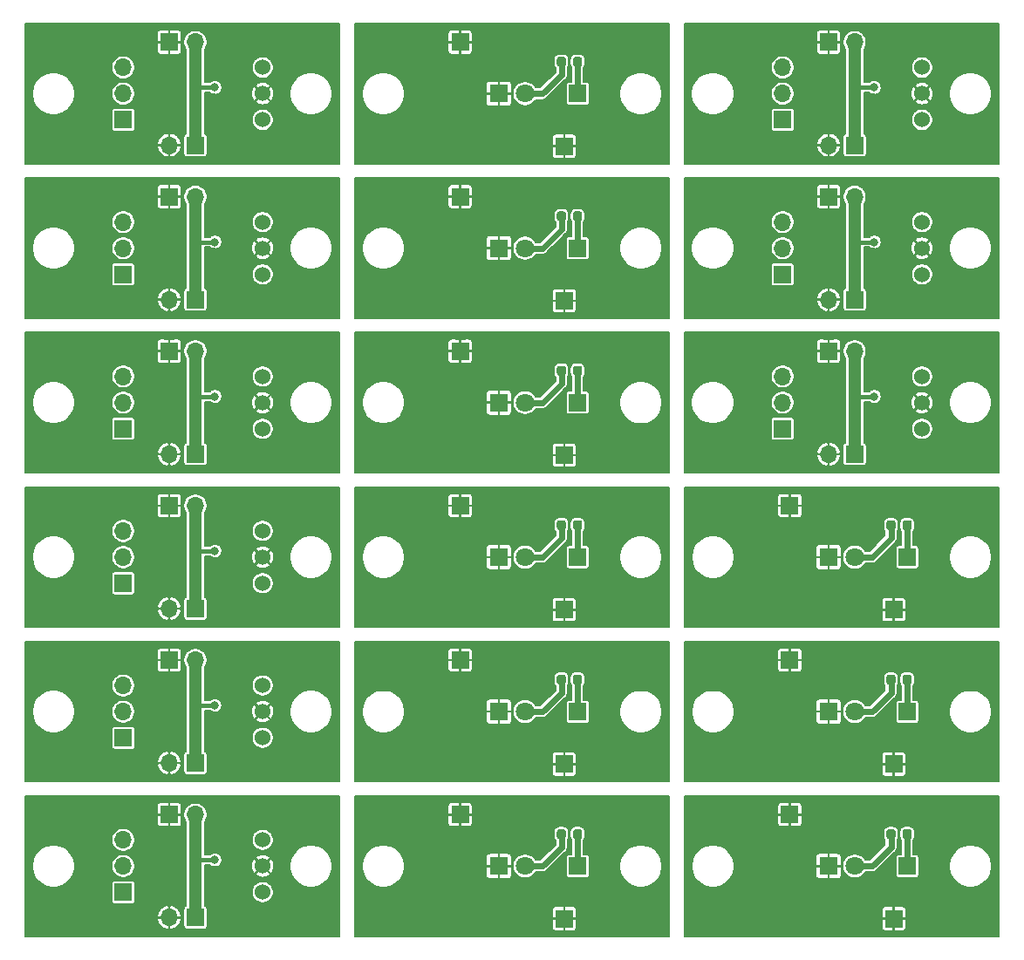
<source format=gbr>
%TF.GenerationSoftware,KiCad,Pcbnew,5.1.6-c6e7f7d~86~ubuntu18.04.1*%
%TF.CreationDate,2020-06-23T16:20:56-03:00*%
%TF.ProjectId,irStrip,69725374-7269-4702-9e6b-696361645f70,Rev. 1*%
%TF.SameCoordinates,Original*%
%TF.FileFunction,Copper,L1,Top*%
%TF.FilePolarity,Positive*%
%FSLAX46Y46*%
G04 Gerber Fmt 4.6, Leading zero omitted, Abs format (unit mm)*
G04 Created by KiCad (PCBNEW 5.1.6-c6e7f7d~86~ubuntu18.04.1) date 2020-06-23 16:20:56*
%MOMM*%
%LPD*%
G01*
G04 APERTURE LIST*
%TA.AperFunction,ComponentPad*%
%ADD10R,1.800000X1.800000*%
%TD*%
%TA.AperFunction,ComponentPad*%
%ADD11C,1.800000*%
%TD*%
%TA.AperFunction,ComponentPad*%
%ADD12R,1.700000X1.700000*%
%TD*%
%TA.AperFunction,ComponentPad*%
%ADD13O,1.700000X1.700000*%
%TD*%
%TA.AperFunction,ComponentPad*%
%ADD14C,1.524000*%
%TD*%
%TA.AperFunction,ViaPad*%
%ADD15C,0.800000*%
%TD*%
%TA.AperFunction,Conductor*%
%ADD16C,1.200000*%
%TD*%
%TA.AperFunction,Conductor*%
%ADD17C,0.400000*%
%TD*%
%TA.AperFunction,Conductor*%
%ADD18C,0.600000*%
%TD*%
%TA.AperFunction,Conductor*%
%ADD19C,0.200000*%
%TD*%
%TA.AperFunction,NonConductor*%
%ADD20C,0.200000*%
%TD*%
G04 APERTURE END LIST*
D10*
%TO.P,D1,1*%
%TO.N,N/C*%
X177327300Y-139400000D03*
D11*
%TO.P,D1,2*%
X179867300Y-139400000D03*
%TD*%
D12*
%TO.P,J2,1*%
%TO.N,N/C*%
X173567300Y-134400000D03*
%TD*%
%TO.P,R2,2*%
%TO.N,N/C*%
%TA.AperFunction,SMDPad,CuDef*%
G36*
G01*
X183829800Y-136043750D02*
X183829800Y-136556250D01*
G75*
G02*
X183611050Y-136775000I-218750J0D01*
G01*
X183173550Y-136775000D01*
G75*
G02*
X182954800Y-136556250I0J218750D01*
G01*
X182954800Y-136043750D01*
G75*
G02*
X183173550Y-135825000I218750J0D01*
G01*
X183611050Y-135825000D01*
G75*
G02*
X183829800Y-136043750I0J-218750D01*
G01*
G37*
%TD.AperFunction*%
%TO.P,R2,1*%
%TA.AperFunction,SMDPad,CuDef*%
G36*
G01*
X185404800Y-136043750D02*
X185404800Y-136556250D01*
G75*
G02*
X185186050Y-136775000I-218750J0D01*
G01*
X184748550Y-136775000D01*
G75*
G02*
X184529800Y-136556250I0J218750D01*
G01*
X184529800Y-136043750D01*
G75*
G02*
X184748550Y-135825000I218750J0D01*
G01*
X185186050Y-135825000D01*
G75*
G02*
X185404800Y-136043750I0J-218750D01*
G01*
G37*
%TD.AperFunction*%
%TD*%
%TO.P,J5,1*%
%TO.N,N/C*%
X184967300Y-139400000D03*
%TD*%
%TO.P,J3,1*%
%TO.N,N/C*%
X183667300Y-144500000D03*
%TD*%
D10*
%TO.P,D1,1*%
%TO.N,N/C*%
X177327300Y-124400000D03*
D11*
%TO.P,D1,2*%
X179867300Y-124400000D03*
%TD*%
D12*
%TO.P,J2,1*%
%TO.N,N/C*%
X173567300Y-119400000D03*
%TD*%
%TO.P,R2,2*%
%TO.N,N/C*%
%TA.AperFunction,SMDPad,CuDef*%
G36*
G01*
X183829800Y-121043750D02*
X183829800Y-121556250D01*
G75*
G02*
X183611050Y-121775000I-218750J0D01*
G01*
X183173550Y-121775000D01*
G75*
G02*
X182954800Y-121556250I0J218750D01*
G01*
X182954800Y-121043750D01*
G75*
G02*
X183173550Y-120825000I218750J0D01*
G01*
X183611050Y-120825000D01*
G75*
G02*
X183829800Y-121043750I0J-218750D01*
G01*
G37*
%TD.AperFunction*%
%TO.P,R2,1*%
%TA.AperFunction,SMDPad,CuDef*%
G36*
G01*
X185404800Y-121043750D02*
X185404800Y-121556250D01*
G75*
G02*
X185186050Y-121775000I-218750J0D01*
G01*
X184748550Y-121775000D01*
G75*
G02*
X184529800Y-121556250I0J218750D01*
G01*
X184529800Y-121043750D01*
G75*
G02*
X184748550Y-120825000I218750J0D01*
G01*
X185186050Y-120825000D01*
G75*
G02*
X185404800Y-121043750I0J-218750D01*
G01*
G37*
%TD.AperFunction*%
%TD*%
%TO.P,J5,1*%
%TO.N,N/C*%
X184967300Y-124400000D03*
%TD*%
%TO.P,J3,1*%
%TO.N,N/C*%
X183667300Y-129500000D03*
%TD*%
D10*
%TO.P,D1,1*%
%TO.N,N/C*%
X177327300Y-109400000D03*
D11*
%TO.P,D1,2*%
X179867300Y-109400000D03*
%TD*%
D12*
%TO.P,J2,1*%
%TO.N,N/C*%
X173567300Y-104400000D03*
%TD*%
%TO.P,R2,2*%
%TO.N,N/C*%
%TA.AperFunction,SMDPad,CuDef*%
G36*
G01*
X183829800Y-106043750D02*
X183829800Y-106556250D01*
G75*
G02*
X183611050Y-106775000I-218750J0D01*
G01*
X183173550Y-106775000D01*
G75*
G02*
X182954800Y-106556250I0J218750D01*
G01*
X182954800Y-106043750D01*
G75*
G02*
X183173550Y-105825000I218750J0D01*
G01*
X183611050Y-105825000D01*
G75*
G02*
X183829800Y-106043750I0J-218750D01*
G01*
G37*
%TD.AperFunction*%
%TO.P,R2,1*%
%TA.AperFunction,SMDPad,CuDef*%
G36*
G01*
X185404800Y-106043750D02*
X185404800Y-106556250D01*
G75*
G02*
X185186050Y-106775000I-218750J0D01*
G01*
X184748550Y-106775000D01*
G75*
G02*
X184529800Y-106556250I0J218750D01*
G01*
X184529800Y-106043750D01*
G75*
G02*
X184748550Y-105825000I218750J0D01*
G01*
X185186050Y-105825000D01*
G75*
G02*
X185404800Y-106043750I0J-218750D01*
G01*
G37*
%TD.AperFunction*%
%TD*%
%TO.P,J5,1*%
%TO.N,N/C*%
X184967300Y-109400000D03*
%TD*%
%TO.P,J3,1*%
%TO.N,N/C*%
X183667300Y-114500000D03*
%TD*%
%TO.P,J4,1*%
%TO.N,N/C*%
X177327300Y-89400000D03*
D13*
%TO.P,J4,2*%
X179867300Y-89400000D03*
%TD*%
%TO.P,J1,2*%
%TO.N,N/C*%
X177327300Y-99400000D03*
D12*
%TO.P,J1,1*%
X179867300Y-99400000D03*
%TD*%
%TO.P,J6,1*%
%TO.N,N/C*%
X172867300Y-96940000D03*
D13*
%TO.P,J6,2*%
X172867300Y-94400000D03*
%TO.P,J6,3*%
X172867300Y-91860000D03*
%TD*%
D14*
%TO.P,U1,2*%
%TO.N,N/C*%
X186400000Y-94400000D03*
%TO.P,U1,3*%
X186400000Y-91860000D03*
%TO.P,U1,1*%
X186400000Y-96940000D03*
%TD*%
D12*
%TO.P,J4,1*%
%TO.N,N/C*%
X177327300Y-74400000D03*
D13*
%TO.P,J4,2*%
X179867300Y-74400000D03*
%TD*%
%TO.P,J1,2*%
%TO.N,N/C*%
X177327300Y-84400000D03*
D12*
%TO.P,J1,1*%
X179867300Y-84400000D03*
%TD*%
%TO.P,J6,1*%
%TO.N,N/C*%
X172867300Y-81940000D03*
D13*
%TO.P,J6,2*%
X172867300Y-79400000D03*
%TO.P,J6,3*%
X172867300Y-76860000D03*
%TD*%
D14*
%TO.P,U1,2*%
%TO.N,N/C*%
X186400000Y-79400000D03*
%TO.P,U1,3*%
X186400000Y-76860000D03*
%TO.P,U1,1*%
X186400000Y-81940000D03*
%TD*%
D12*
%TO.P,J4,1*%
%TO.N,N/C*%
X177327300Y-59400000D03*
D13*
%TO.P,J4,2*%
X179867300Y-59400000D03*
%TD*%
%TO.P,J1,2*%
%TO.N,N/C*%
X177327300Y-69400000D03*
D12*
%TO.P,J1,1*%
X179867300Y-69400000D03*
%TD*%
%TO.P,J6,1*%
%TO.N,N/C*%
X172867300Y-66940000D03*
D13*
%TO.P,J6,2*%
X172867300Y-64400000D03*
%TO.P,J6,3*%
X172867300Y-61860000D03*
%TD*%
D14*
%TO.P,U1,2*%
%TO.N,N/C*%
X186400000Y-64400000D03*
%TO.P,U1,3*%
X186400000Y-61860000D03*
%TO.P,U1,1*%
X186400000Y-66940000D03*
%TD*%
D11*
%TO.P,D1,2*%
%TO.N,N/C*%
X147870000Y-139400000D03*
D10*
%TO.P,D1,1*%
X145330000Y-139400000D03*
%TD*%
D14*
%TO.P,U1,1*%
%TO.N,N/C*%
X122402700Y-141940000D03*
%TO.P,U1,3*%
X122402700Y-136860000D03*
%TO.P,U1,2*%
X122402700Y-139400000D03*
%TD*%
D12*
%TO.P,J2,1*%
%TO.N,N/C*%
X141570000Y-134400000D03*
%TD*%
%TO.P,R2,1*%
%TO.N,N/C*%
%TA.AperFunction,SMDPad,CuDef*%
G36*
G01*
X153407500Y-136043750D02*
X153407500Y-136556250D01*
G75*
G02*
X153188750Y-136775000I-218750J0D01*
G01*
X152751250Y-136775000D01*
G75*
G02*
X152532500Y-136556250I0J218750D01*
G01*
X152532500Y-136043750D01*
G75*
G02*
X152751250Y-135825000I218750J0D01*
G01*
X153188750Y-135825000D01*
G75*
G02*
X153407500Y-136043750I0J-218750D01*
G01*
G37*
%TD.AperFunction*%
%TO.P,R2,2*%
%TA.AperFunction,SMDPad,CuDef*%
G36*
G01*
X151832500Y-136043750D02*
X151832500Y-136556250D01*
G75*
G02*
X151613750Y-136775000I-218750J0D01*
G01*
X151176250Y-136775000D01*
G75*
G02*
X150957500Y-136556250I0J218750D01*
G01*
X150957500Y-136043750D01*
G75*
G02*
X151176250Y-135825000I218750J0D01*
G01*
X151613750Y-135825000D01*
G75*
G02*
X151832500Y-136043750I0J-218750D01*
G01*
G37*
%TD.AperFunction*%
%TD*%
%TO.P,J5,1*%
%TO.N,N/C*%
X152970000Y-139400000D03*
%TD*%
%TO.P,J3,1*%
%TO.N,N/C*%
X151670000Y-144500000D03*
%TD*%
D13*
%TO.P,J6,3*%
%TO.N,N/C*%
X108870000Y-136860000D03*
%TO.P,J6,2*%
X108870000Y-139400000D03*
D12*
%TO.P,J6,1*%
X108870000Y-141940000D03*
%TD*%
%TO.P,J1,1*%
%TO.N,N/C*%
X115870000Y-144400000D03*
D13*
%TO.P,J1,2*%
X113330000Y-144400000D03*
%TD*%
%TO.P,J4,2*%
%TO.N,N/C*%
X115870000Y-134400000D03*
D12*
%TO.P,J4,1*%
X113330000Y-134400000D03*
%TD*%
D11*
%TO.P,D1,2*%
%TO.N,N/C*%
X147870000Y-124400000D03*
D10*
%TO.P,D1,1*%
X145330000Y-124400000D03*
%TD*%
D14*
%TO.P,U1,1*%
%TO.N,N/C*%
X122402700Y-126940000D03*
%TO.P,U1,3*%
X122402700Y-121860000D03*
%TO.P,U1,2*%
X122402700Y-124400000D03*
%TD*%
D12*
%TO.P,J2,1*%
%TO.N,N/C*%
X141570000Y-119400000D03*
%TD*%
%TO.P,R2,1*%
%TO.N,N/C*%
%TA.AperFunction,SMDPad,CuDef*%
G36*
G01*
X153407500Y-121043750D02*
X153407500Y-121556250D01*
G75*
G02*
X153188750Y-121775000I-218750J0D01*
G01*
X152751250Y-121775000D01*
G75*
G02*
X152532500Y-121556250I0J218750D01*
G01*
X152532500Y-121043750D01*
G75*
G02*
X152751250Y-120825000I218750J0D01*
G01*
X153188750Y-120825000D01*
G75*
G02*
X153407500Y-121043750I0J-218750D01*
G01*
G37*
%TD.AperFunction*%
%TO.P,R2,2*%
%TA.AperFunction,SMDPad,CuDef*%
G36*
G01*
X151832500Y-121043750D02*
X151832500Y-121556250D01*
G75*
G02*
X151613750Y-121775000I-218750J0D01*
G01*
X151176250Y-121775000D01*
G75*
G02*
X150957500Y-121556250I0J218750D01*
G01*
X150957500Y-121043750D01*
G75*
G02*
X151176250Y-120825000I218750J0D01*
G01*
X151613750Y-120825000D01*
G75*
G02*
X151832500Y-121043750I0J-218750D01*
G01*
G37*
%TD.AperFunction*%
%TD*%
%TO.P,J5,1*%
%TO.N,N/C*%
X152970000Y-124400000D03*
%TD*%
%TO.P,J3,1*%
%TO.N,N/C*%
X151670000Y-129500000D03*
%TD*%
D13*
%TO.P,J6,3*%
%TO.N,N/C*%
X108870000Y-121860000D03*
%TO.P,J6,2*%
X108870000Y-124400000D03*
D12*
%TO.P,J6,1*%
X108870000Y-126940000D03*
%TD*%
%TO.P,J1,1*%
%TO.N,N/C*%
X115870000Y-129400000D03*
D13*
%TO.P,J1,2*%
X113330000Y-129400000D03*
%TD*%
%TO.P,J4,2*%
%TO.N,N/C*%
X115870000Y-119400000D03*
D12*
%TO.P,J4,1*%
X113330000Y-119400000D03*
%TD*%
D11*
%TO.P,D1,2*%
%TO.N,N/C*%
X147870000Y-109400000D03*
D10*
%TO.P,D1,1*%
X145330000Y-109400000D03*
%TD*%
D14*
%TO.P,U1,1*%
%TO.N,N/C*%
X122402700Y-111940000D03*
%TO.P,U1,3*%
X122402700Y-106860000D03*
%TO.P,U1,2*%
X122402700Y-109400000D03*
%TD*%
D12*
%TO.P,J2,1*%
%TO.N,N/C*%
X141570000Y-104400000D03*
%TD*%
%TO.P,R2,1*%
%TO.N,N/C*%
%TA.AperFunction,SMDPad,CuDef*%
G36*
G01*
X153407500Y-106043750D02*
X153407500Y-106556250D01*
G75*
G02*
X153188750Y-106775000I-218750J0D01*
G01*
X152751250Y-106775000D01*
G75*
G02*
X152532500Y-106556250I0J218750D01*
G01*
X152532500Y-106043750D01*
G75*
G02*
X152751250Y-105825000I218750J0D01*
G01*
X153188750Y-105825000D01*
G75*
G02*
X153407500Y-106043750I0J-218750D01*
G01*
G37*
%TD.AperFunction*%
%TO.P,R2,2*%
%TA.AperFunction,SMDPad,CuDef*%
G36*
G01*
X151832500Y-106043750D02*
X151832500Y-106556250D01*
G75*
G02*
X151613750Y-106775000I-218750J0D01*
G01*
X151176250Y-106775000D01*
G75*
G02*
X150957500Y-106556250I0J218750D01*
G01*
X150957500Y-106043750D01*
G75*
G02*
X151176250Y-105825000I218750J0D01*
G01*
X151613750Y-105825000D01*
G75*
G02*
X151832500Y-106043750I0J-218750D01*
G01*
G37*
%TD.AperFunction*%
%TD*%
%TO.P,J5,1*%
%TO.N,N/C*%
X152970000Y-109400000D03*
%TD*%
%TO.P,J3,1*%
%TO.N,N/C*%
X151670000Y-114500000D03*
%TD*%
D13*
%TO.P,J6,3*%
%TO.N,N/C*%
X108870000Y-106860000D03*
%TO.P,J6,2*%
X108870000Y-109400000D03*
D12*
%TO.P,J6,1*%
X108870000Y-111940000D03*
%TD*%
%TO.P,J1,1*%
%TO.N,N/C*%
X115870000Y-114400000D03*
D13*
%TO.P,J1,2*%
X113330000Y-114400000D03*
%TD*%
%TO.P,J4,2*%
%TO.N,N/C*%
X115870000Y-104400000D03*
D12*
%TO.P,J4,1*%
X113330000Y-104400000D03*
%TD*%
D11*
%TO.P,D1,2*%
%TO.N,N/C*%
X147870000Y-94400000D03*
D10*
%TO.P,D1,1*%
X145330000Y-94400000D03*
%TD*%
D14*
%TO.P,U1,1*%
%TO.N,N/C*%
X122402700Y-96940000D03*
%TO.P,U1,3*%
X122402700Y-91860000D03*
%TO.P,U1,2*%
X122402700Y-94400000D03*
%TD*%
D12*
%TO.P,J2,1*%
%TO.N,N/C*%
X141570000Y-89400000D03*
%TD*%
%TO.P,R2,1*%
%TO.N,N/C*%
%TA.AperFunction,SMDPad,CuDef*%
G36*
G01*
X153407500Y-91043750D02*
X153407500Y-91556250D01*
G75*
G02*
X153188750Y-91775000I-218750J0D01*
G01*
X152751250Y-91775000D01*
G75*
G02*
X152532500Y-91556250I0J218750D01*
G01*
X152532500Y-91043750D01*
G75*
G02*
X152751250Y-90825000I218750J0D01*
G01*
X153188750Y-90825000D01*
G75*
G02*
X153407500Y-91043750I0J-218750D01*
G01*
G37*
%TD.AperFunction*%
%TO.P,R2,2*%
%TA.AperFunction,SMDPad,CuDef*%
G36*
G01*
X151832500Y-91043750D02*
X151832500Y-91556250D01*
G75*
G02*
X151613750Y-91775000I-218750J0D01*
G01*
X151176250Y-91775000D01*
G75*
G02*
X150957500Y-91556250I0J218750D01*
G01*
X150957500Y-91043750D01*
G75*
G02*
X151176250Y-90825000I218750J0D01*
G01*
X151613750Y-90825000D01*
G75*
G02*
X151832500Y-91043750I0J-218750D01*
G01*
G37*
%TD.AperFunction*%
%TD*%
%TO.P,J5,1*%
%TO.N,N/C*%
X152970000Y-94400000D03*
%TD*%
%TO.P,J3,1*%
%TO.N,N/C*%
X151670000Y-99500000D03*
%TD*%
D13*
%TO.P,J6,3*%
%TO.N,N/C*%
X108870000Y-91860000D03*
%TO.P,J6,2*%
X108870000Y-94400000D03*
D12*
%TO.P,J6,1*%
X108870000Y-96940000D03*
%TD*%
%TO.P,J1,1*%
%TO.N,N/C*%
X115870000Y-99400000D03*
D13*
%TO.P,J1,2*%
X113330000Y-99400000D03*
%TD*%
%TO.P,J4,2*%
%TO.N,N/C*%
X115870000Y-89400000D03*
D12*
%TO.P,J4,1*%
X113330000Y-89400000D03*
%TD*%
D11*
%TO.P,D1,2*%
%TO.N,N/C*%
X147870000Y-79400000D03*
D10*
%TO.P,D1,1*%
X145330000Y-79400000D03*
%TD*%
D14*
%TO.P,U1,1*%
%TO.N,N/C*%
X122402700Y-81940000D03*
%TO.P,U1,3*%
X122402700Y-76860000D03*
%TO.P,U1,2*%
X122402700Y-79400000D03*
%TD*%
D12*
%TO.P,J2,1*%
%TO.N,N/C*%
X141570000Y-74400000D03*
%TD*%
%TO.P,R2,1*%
%TO.N,N/C*%
%TA.AperFunction,SMDPad,CuDef*%
G36*
G01*
X153407500Y-76043750D02*
X153407500Y-76556250D01*
G75*
G02*
X153188750Y-76775000I-218750J0D01*
G01*
X152751250Y-76775000D01*
G75*
G02*
X152532500Y-76556250I0J218750D01*
G01*
X152532500Y-76043750D01*
G75*
G02*
X152751250Y-75825000I218750J0D01*
G01*
X153188750Y-75825000D01*
G75*
G02*
X153407500Y-76043750I0J-218750D01*
G01*
G37*
%TD.AperFunction*%
%TO.P,R2,2*%
%TA.AperFunction,SMDPad,CuDef*%
G36*
G01*
X151832500Y-76043750D02*
X151832500Y-76556250D01*
G75*
G02*
X151613750Y-76775000I-218750J0D01*
G01*
X151176250Y-76775000D01*
G75*
G02*
X150957500Y-76556250I0J218750D01*
G01*
X150957500Y-76043750D01*
G75*
G02*
X151176250Y-75825000I218750J0D01*
G01*
X151613750Y-75825000D01*
G75*
G02*
X151832500Y-76043750I0J-218750D01*
G01*
G37*
%TD.AperFunction*%
%TD*%
%TO.P,J5,1*%
%TO.N,N/C*%
X152970000Y-79400000D03*
%TD*%
%TO.P,J3,1*%
%TO.N,N/C*%
X151670000Y-84500000D03*
%TD*%
D13*
%TO.P,J6,3*%
%TO.N,N/C*%
X108870000Y-76860000D03*
%TO.P,J6,2*%
X108870000Y-79400000D03*
D12*
%TO.P,J6,1*%
X108870000Y-81940000D03*
%TD*%
%TO.P,J1,1*%
%TO.N,N/C*%
X115870000Y-84400000D03*
D13*
%TO.P,J1,2*%
X113330000Y-84400000D03*
%TD*%
%TO.P,J4,2*%
%TO.N,N/C*%
X115870000Y-74400000D03*
D12*
%TO.P,J4,1*%
X113330000Y-74400000D03*
%TD*%
%TO.P,J2,1*%
%TO.N,Net-(D1-Pad1)*%
X141570000Y-59400000D03*
%TD*%
%TO.P,J3,1*%
%TO.N,Net-(D1-Pad1)*%
X151670000Y-69500000D03*
%TD*%
%TO.P,J5,1*%
%TO.N,Net-(J5-Pad1)*%
X152970000Y-64400000D03*
%TD*%
%TO.P,R2,2*%
%TO.N,Net-(D1-Pad2)*%
%TA.AperFunction,SMDPad,CuDef*%
G36*
G01*
X151832500Y-61043750D02*
X151832500Y-61556250D01*
G75*
G02*
X151613750Y-61775000I-218750J0D01*
G01*
X151176250Y-61775000D01*
G75*
G02*
X150957500Y-61556250I0J218750D01*
G01*
X150957500Y-61043750D01*
G75*
G02*
X151176250Y-60825000I218750J0D01*
G01*
X151613750Y-60825000D01*
G75*
G02*
X151832500Y-61043750I0J-218750D01*
G01*
G37*
%TD.AperFunction*%
%TO.P,R2,1*%
%TO.N,Net-(J5-Pad1)*%
%TA.AperFunction,SMDPad,CuDef*%
G36*
G01*
X153407500Y-61043750D02*
X153407500Y-61556250D01*
G75*
G02*
X153188750Y-61775000I-218750J0D01*
G01*
X152751250Y-61775000D01*
G75*
G02*
X152532500Y-61556250I0J218750D01*
G01*
X152532500Y-61043750D01*
G75*
G02*
X152751250Y-60825000I218750J0D01*
G01*
X153188750Y-60825000D01*
G75*
G02*
X153407500Y-61043750I0J-218750D01*
G01*
G37*
%TD.AperFunction*%
%TD*%
D10*
%TO.P,D1,1*%
%TO.N,Net-(D1-Pad1)*%
X145330000Y-64400000D03*
D11*
%TO.P,D1,2*%
%TO.N,Net-(D1-Pad2)*%
X147870000Y-64400000D03*
%TD*%
D12*
%TO.P,J4,1*%
%TO.N,GND*%
X113330000Y-59400000D03*
D13*
%TO.P,J4,2*%
%TO.N,VDD*%
X115870000Y-59400000D03*
%TD*%
D14*
%TO.P,U1,2*%
%TO.N,GND*%
X122402700Y-64400000D03*
%TO.P,U1,3*%
%TO.N,Net-(C1-Pad2)*%
X122402700Y-61860000D03*
%TO.P,U1,1*%
%TO.N,Net-(J6-Pad1)*%
X122402700Y-66940000D03*
%TD*%
D12*
%TO.P,J6,1*%
%TO.N,Net-(J6-Pad1)*%
X108870000Y-66940000D03*
D13*
%TO.P,J6,2*%
%TO.N,Net-(J6-Pad2)*%
X108870000Y-64400000D03*
%TO.P,J6,3*%
%TO.N,Net-(J6-Pad3)*%
X108870000Y-61860000D03*
%TD*%
%TO.P,J1,2*%
%TO.N,GND*%
X113330000Y-69400000D03*
D12*
%TO.P,J1,1*%
%TO.N,VDD*%
X115870000Y-69400000D03*
%TD*%
D15*
%TO.N,*%
X123270000Y-80700000D03*
X117770000Y-79800000D03*
X120270000Y-83500000D03*
X123270000Y-78100000D03*
X109270000Y-74000000D03*
X111170000Y-78400000D03*
X121170000Y-75600000D03*
X121270000Y-83500000D03*
X119270000Y-83500000D03*
X108270000Y-74000000D03*
X107270000Y-74000000D03*
X117770000Y-80800000D03*
X117770000Y-78800000D03*
X148270000Y-74000000D03*
X147270000Y-74000000D03*
X148270000Y-85000000D03*
X146270000Y-74000000D03*
X146270000Y-85000000D03*
X147270000Y-85000000D03*
X123270000Y-95700000D03*
X117770000Y-94800000D03*
X120270000Y-98500000D03*
X123270000Y-93100000D03*
X109270000Y-89000000D03*
X111170000Y-93400000D03*
X121170000Y-90600000D03*
X121270000Y-98500000D03*
X119270000Y-98500000D03*
X108270000Y-89000000D03*
X107270000Y-89000000D03*
X117770000Y-95800000D03*
X117770000Y-93800000D03*
X148270000Y-89000000D03*
X147270000Y-89000000D03*
X148270000Y-100000000D03*
X146270000Y-89000000D03*
X146270000Y-100000000D03*
X147270000Y-100000000D03*
X123270000Y-110700000D03*
X117770000Y-109800000D03*
X120270000Y-113500000D03*
X123270000Y-108100000D03*
X109270000Y-104000000D03*
X111170000Y-108400000D03*
X121170000Y-105600000D03*
X121270000Y-113500000D03*
X119270000Y-113500000D03*
X108270000Y-104000000D03*
X107270000Y-104000000D03*
X117770000Y-110800000D03*
X117770000Y-108800000D03*
X148270000Y-104000000D03*
X147270000Y-104000000D03*
X148270000Y-115000000D03*
X146270000Y-104000000D03*
X146270000Y-115000000D03*
X147270000Y-115000000D03*
X123270000Y-125700000D03*
X117770000Y-124800000D03*
X120270000Y-128500000D03*
X123270000Y-123100000D03*
X109270000Y-119000000D03*
X111170000Y-123400000D03*
X121170000Y-120600000D03*
X121270000Y-128500000D03*
X119270000Y-128500000D03*
X108270000Y-119000000D03*
X107270000Y-119000000D03*
X117770000Y-125800000D03*
X117770000Y-123800000D03*
X148270000Y-119000000D03*
X147270000Y-119000000D03*
X148270000Y-130000000D03*
X146270000Y-119000000D03*
X146270000Y-130000000D03*
X147270000Y-130000000D03*
X123270000Y-140700000D03*
X117770000Y-139800000D03*
X120270000Y-143500000D03*
X123270000Y-138100000D03*
X109270000Y-134000000D03*
X111170000Y-138400000D03*
X121170000Y-135600000D03*
X121270000Y-143500000D03*
X119270000Y-143500000D03*
X108270000Y-134000000D03*
X107270000Y-134000000D03*
X117770000Y-140800000D03*
X117770000Y-138800000D03*
X148270000Y-134000000D03*
X147270000Y-134000000D03*
X148270000Y-145000000D03*
X146270000Y-134000000D03*
X146270000Y-145000000D03*
X147270000Y-145000000D03*
X184267300Y-68500000D03*
X183267300Y-68500000D03*
X181767300Y-63800000D03*
X172267300Y-59000000D03*
X187267300Y-63100000D03*
X187267300Y-65700000D03*
X171267300Y-59000000D03*
X181767300Y-65800000D03*
X185167300Y-60600000D03*
X185267300Y-68500000D03*
X173267300Y-59000000D03*
X175167300Y-63400000D03*
X181767300Y-64800000D03*
X184267300Y-83500000D03*
X183267300Y-83500000D03*
X181767300Y-78800000D03*
X172267300Y-74000000D03*
X187267300Y-78100000D03*
X187267300Y-80700000D03*
X171267300Y-74000000D03*
X181767300Y-80800000D03*
X185167300Y-75600000D03*
X185267300Y-83500000D03*
X173267300Y-74000000D03*
X175167300Y-78400000D03*
X181767300Y-79800000D03*
X184267300Y-98500000D03*
X183267300Y-98500000D03*
X181767300Y-93800000D03*
X172267300Y-89000000D03*
X187267300Y-93100000D03*
X187267300Y-95700000D03*
X171267300Y-89000000D03*
X181767300Y-95800000D03*
X185167300Y-90600000D03*
X185267300Y-98500000D03*
X173267300Y-89000000D03*
X175167300Y-93400000D03*
X181767300Y-94800000D03*
X179267300Y-104000000D03*
X178267300Y-115000000D03*
X178267300Y-104000000D03*
X180267300Y-104000000D03*
X180267300Y-115000000D03*
X179267300Y-115000000D03*
X179267300Y-119000000D03*
X178267300Y-130000000D03*
X178267300Y-119000000D03*
X180267300Y-119000000D03*
X180267300Y-130000000D03*
X179267300Y-130000000D03*
X179267300Y-134000000D03*
X178267300Y-145000000D03*
X178267300Y-134000000D03*
X180267300Y-134000000D03*
X180267300Y-145000000D03*
X179267300Y-145000000D03*
%TO.N,GND*%
X117770000Y-64800000D03*
X117770000Y-65800000D03*
X123270000Y-63100000D03*
X123270000Y-65700000D03*
X108270000Y-59000000D03*
X107270000Y-59000000D03*
X109270000Y-59000000D03*
X121170000Y-60600000D03*
X121270000Y-68500000D03*
X120270000Y-68500000D03*
X119270000Y-68500000D03*
X111170000Y-63400000D03*
%TO.N,VDD*%
X117770000Y-63800000D03*
%TO.N,Net-(D1-Pad1)*%
X146270000Y-70000000D03*
X146270000Y-59000000D03*
X148270000Y-70000000D03*
X147270000Y-59000000D03*
X147270000Y-70000000D03*
X148270000Y-59000000D03*
%TD*%
D16*
%TO.N,*%
X115870000Y-74400000D02*
X115870000Y-78800000D01*
X115870000Y-78800000D02*
X115870000Y-84400000D01*
D17*
X117770000Y-78800000D02*
X115870000Y-78800000D01*
D18*
X149570000Y-79400000D02*
X147870000Y-79400000D01*
X151395000Y-77575000D02*
X149570000Y-79400000D01*
X151395000Y-76300000D02*
X151395000Y-77575000D01*
X152970000Y-79400000D02*
X152970000Y-76300000D01*
D16*
X115870000Y-89400000D02*
X115870000Y-93800000D01*
X115870000Y-93800000D02*
X115870000Y-99400000D01*
D17*
X117770000Y-93800000D02*
X115870000Y-93800000D01*
D18*
X149570000Y-94400000D02*
X147870000Y-94400000D01*
X151395000Y-92575000D02*
X149570000Y-94400000D01*
X151395000Y-91300000D02*
X151395000Y-92575000D01*
X152970000Y-94400000D02*
X152970000Y-91300000D01*
D16*
X115870000Y-104400000D02*
X115870000Y-108800000D01*
X115870000Y-108800000D02*
X115870000Y-114400000D01*
D17*
X117770000Y-108800000D02*
X115870000Y-108800000D01*
D18*
X149570000Y-109400000D02*
X147870000Y-109400000D01*
X151395000Y-107575000D02*
X149570000Y-109400000D01*
X151395000Y-106300000D02*
X151395000Y-107575000D01*
X152970000Y-109400000D02*
X152970000Y-106300000D01*
D16*
X115870000Y-119400000D02*
X115870000Y-123800000D01*
X115870000Y-123800000D02*
X115870000Y-129400000D01*
D17*
X117770000Y-123800000D02*
X115870000Y-123800000D01*
D18*
X149570000Y-124400000D02*
X147870000Y-124400000D01*
X151395000Y-122575000D02*
X149570000Y-124400000D01*
X151395000Y-121300000D02*
X151395000Y-122575000D01*
X152970000Y-124400000D02*
X152970000Y-121300000D01*
D16*
X115870000Y-134400000D02*
X115870000Y-138800000D01*
X115870000Y-138800000D02*
X115870000Y-144400000D01*
D17*
X117770000Y-138800000D02*
X115870000Y-138800000D01*
D18*
X149570000Y-139400000D02*
X147870000Y-139400000D01*
X151395000Y-137575000D02*
X149570000Y-139400000D01*
X151395000Y-136300000D02*
X151395000Y-137575000D01*
X152970000Y-139400000D02*
X152970000Y-136300000D01*
D17*
X181767300Y-63800000D02*
X179867300Y-63800000D01*
D16*
X179867300Y-59400000D02*
X179867300Y-63800000D01*
X179867300Y-63800000D02*
X179867300Y-69400000D01*
D17*
X181767300Y-78800000D02*
X179867300Y-78800000D01*
D16*
X179867300Y-74400000D02*
X179867300Y-78800000D01*
X179867300Y-78800000D02*
X179867300Y-84400000D01*
D17*
X181767300Y-93800000D02*
X179867300Y-93800000D01*
D16*
X179867300Y-89400000D02*
X179867300Y-93800000D01*
X179867300Y-93800000D02*
X179867300Y-99400000D01*
D18*
X184967300Y-109400000D02*
X184967300Y-106300000D01*
X183392300Y-107575000D02*
X181567300Y-109400000D01*
X181567300Y-109400000D02*
X179867300Y-109400000D01*
X183392300Y-106300000D02*
X183392300Y-107575000D01*
X184967300Y-124400000D02*
X184967300Y-121300000D01*
X183392300Y-122575000D02*
X181567300Y-124400000D01*
X181567300Y-124400000D02*
X179867300Y-124400000D01*
X183392300Y-121300000D02*
X183392300Y-122575000D01*
X184967300Y-139400000D02*
X184967300Y-136300000D01*
X183392300Y-137575000D02*
X181567300Y-139400000D01*
X181567300Y-139400000D02*
X179867300Y-139400000D01*
X183392300Y-136300000D02*
X183392300Y-137575000D01*
D17*
%TO.N,VDD*%
X117770000Y-63800000D02*
X115870000Y-63800000D01*
D16*
X115870000Y-59400000D02*
X115870000Y-63800000D01*
X115870000Y-63800000D02*
X115870000Y-69400000D01*
D18*
%TO.N,Net-(D1-Pad2)*%
X151395000Y-61300000D02*
X151395000Y-62575000D01*
X151395000Y-62575000D02*
X149570000Y-64400000D01*
X149570000Y-64400000D02*
X147870000Y-64400000D01*
%TO.N,Net-(J5-Pad1)*%
X152970000Y-64400000D02*
X152970000Y-61300000D01*
%TD*%
D19*
%TO.N,GND*%
G36*
X129870000Y-71200000D02*
G01*
X99370000Y-71200000D01*
X99370000Y-69614967D01*
X112145345Y-69614967D01*
X112210046Y-69841951D01*
X112317786Y-70051951D01*
X112464425Y-70236897D01*
X112644327Y-70389682D01*
X112850579Y-70504434D01*
X113075255Y-70576743D01*
X113115033Y-70584654D01*
X113303000Y-70515173D01*
X113303000Y-69427000D01*
X113357000Y-69427000D01*
X113357000Y-70515173D01*
X113544967Y-70584654D01*
X113584745Y-70576743D01*
X113809421Y-70504434D01*
X114015673Y-70389682D01*
X114195575Y-70236897D01*
X114342214Y-70051951D01*
X114449954Y-69841951D01*
X114514655Y-69614967D01*
X114445198Y-69427000D01*
X113357000Y-69427000D01*
X113303000Y-69427000D01*
X112214802Y-69427000D01*
X112145345Y-69614967D01*
X99370000Y-69614967D01*
X99370000Y-69185033D01*
X112145345Y-69185033D01*
X112214802Y-69373000D01*
X113303000Y-69373000D01*
X113303000Y-68284827D01*
X113357000Y-68284827D01*
X113357000Y-69373000D01*
X114445198Y-69373000D01*
X114514655Y-69185033D01*
X114449954Y-68958049D01*
X114342214Y-68748049D01*
X114195575Y-68563103D01*
X114180147Y-68550000D01*
X114718549Y-68550000D01*
X114718549Y-70250000D01*
X114724341Y-70308810D01*
X114741496Y-70365360D01*
X114769353Y-70417477D01*
X114806842Y-70463158D01*
X114852523Y-70500647D01*
X114904640Y-70528504D01*
X114961190Y-70545659D01*
X115020000Y-70551451D01*
X116720000Y-70551451D01*
X116778810Y-70545659D01*
X116835360Y-70528504D01*
X116887477Y-70500647D01*
X116933158Y-70463158D01*
X116970647Y-70417477D01*
X116998504Y-70365360D01*
X117015659Y-70308810D01*
X117021451Y-70250000D01*
X117021451Y-68550000D01*
X117015659Y-68491190D01*
X116998504Y-68434640D01*
X116970647Y-68382523D01*
X116933158Y-68336842D01*
X116887477Y-68299353D01*
X116835360Y-68271496D01*
X116778810Y-68254341D01*
X116770000Y-68253473D01*
X116770000Y-66835402D01*
X121340700Y-66835402D01*
X121340700Y-67044598D01*
X121381512Y-67249774D01*
X121461567Y-67443046D01*
X121577790Y-67616986D01*
X121725714Y-67764910D01*
X121899654Y-67881133D01*
X122092926Y-67961188D01*
X122298102Y-68002000D01*
X122507298Y-68002000D01*
X122712474Y-67961188D01*
X122905746Y-67881133D01*
X123079686Y-67764910D01*
X123227610Y-67616986D01*
X123343833Y-67443046D01*
X123423888Y-67249774D01*
X123464700Y-67044598D01*
X123464700Y-66835402D01*
X123423888Y-66630226D01*
X123343833Y-66436954D01*
X123227610Y-66263014D01*
X123079686Y-66115090D01*
X122905746Y-65998867D01*
X122712474Y-65918812D01*
X122507298Y-65878000D01*
X122298102Y-65878000D01*
X122092926Y-65918812D01*
X121899654Y-65998867D01*
X121725714Y-66115090D01*
X121577790Y-66263014D01*
X121461567Y-66436954D01*
X121381512Y-66630226D01*
X121340700Y-66835402D01*
X116770000Y-66835402D01*
X116770000Y-65149213D01*
X121691671Y-65149213D01*
X121765592Y-65322839D01*
X121957870Y-65429400D01*
X122167244Y-65496402D01*
X122385666Y-65521271D01*
X122604742Y-65503049D01*
X122816055Y-65442438D01*
X123011481Y-65341767D01*
X123039808Y-65322839D01*
X123113729Y-65149213D01*
X122402700Y-64438184D01*
X121691671Y-65149213D01*
X116770000Y-65149213D01*
X116770000Y-64300000D01*
X117280050Y-64300000D01*
X117323776Y-64343726D01*
X117438426Y-64420332D01*
X117565818Y-64473099D01*
X117701056Y-64500000D01*
X117838944Y-64500000D01*
X117974182Y-64473099D01*
X118101574Y-64420332D01*
X118157496Y-64382966D01*
X121281429Y-64382966D01*
X121299651Y-64602042D01*
X121360262Y-64813355D01*
X121460933Y-65008781D01*
X121479861Y-65037108D01*
X121653487Y-65111029D01*
X122364516Y-64400000D01*
X122440884Y-64400000D01*
X123151913Y-65111029D01*
X123325539Y-65037108D01*
X123432100Y-64844830D01*
X123499102Y-64635456D01*
X123523971Y-64417034D01*
X123505749Y-64197958D01*
X123504113Y-64192254D01*
X125013288Y-64192254D01*
X125013288Y-64602946D01*
X125093410Y-65005746D01*
X125250575Y-65385176D01*
X125478743Y-65726654D01*
X125769146Y-66017057D01*
X126110624Y-66245225D01*
X126490054Y-66402390D01*
X126892854Y-66482512D01*
X127303546Y-66482512D01*
X127706346Y-66402390D01*
X128085776Y-66245225D01*
X128427254Y-66017057D01*
X128717657Y-65726654D01*
X128945825Y-65385176D01*
X129102990Y-65005746D01*
X129183112Y-64602946D01*
X129183112Y-64192254D01*
X129102990Y-63789454D01*
X128945825Y-63410024D01*
X128717657Y-63068546D01*
X128427254Y-62778143D01*
X128085776Y-62549975D01*
X127706346Y-62392810D01*
X127303546Y-62312688D01*
X126892854Y-62312688D01*
X126490054Y-62392810D01*
X126110624Y-62549975D01*
X125769146Y-62778143D01*
X125478743Y-63068546D01*
X125250575Y-63410024D01*
X125093410Y-63789454D01*
X125013288Y-64192254D01*
X123504113Y-64192254D01*
X123445138Y-63986645D01*
X123344467Y-63791219D01*
X123325539Y-63762892D01*
X123151913Y-63688971D01*
X122440884Y-64400000D01*
X122364516Y-64400000D01*
X121653487Y-63688971D01*
X121479861Y-63762892D01*
X121373300Y-63955170D01*
X121306298Y-64164544D01*
X121281429Y-64382966D01*
X118157496Y-64382966D01*
X118216224Y-64343726D01*
X118313726Y-64246224D01*
X118390332Y-64131574D01*
X118443099Y-64004182D01*
X118470000Y-63868944D01*
X118470000Y-63731056D01*
X118454034Y-63650787D01*
X121691671Y-63650787D01*
X122402700Y-64361816D01*
X123113729Y-63650787D01*
X123039808Y-63477161D01*
X122847530Y-63370600D01*
X122638156Y-63303598D01*
X122419734Y-63278729D01*
X122200658Y-63296951D01*
X121989345Y-63357562D01*
X121793919Y-63458233D01*
X121765592Y-63477161D01*
X121691671Y-63650787D01*
X118454034Y-63650787D01*
X118443099Y-63595818D01*
X118390332Y-63468426D01*
X118313726Y-63353776D01*
X118216224Y-63256274D01*
X118101574Y-63179668D01*
X117974182Y-63126901D01*
X117838944Y-63100000D01*
X117701056Y-63100000D01*
X117565818Y-63126901D01*
X117438426Y-63179668D01*
X117323776Y-63256274D01*
X117280050Y-63300000D01*
X116770000Y-63300000D01*
X116770000Y-61755402D01*
X121340700Y-61755402D01*
X121340700Y-61964598D01*
X121381512Y-62169774D01*
X121461567Y-62363046D01*
X121577790Y-62536986D01*
X121725714Y-62684910D01*
X121899654Y-62801133D01*
X122092926Y-62881188D01*
X122298102Y-62922000D01*
X122507298Y-62922000D01*
X122712474Y-62881188D01*
X122905746Y-62801133D01*
X123079686Y-62684910D01*
X123227610Y-62536986D01*
X123343833Y-62363046D01*
X123423888Y-62169774D01*
X123464700Y-61964598D01*
X123464700Y-61755402D01*
X123423888Y-61550226D01*
X123343833Y-61356954D01*
X123227610Y-61183014D01*
X123079686Y-61035090D01*
X122905746Y-60918867D01*
X122712474Y-60838812D01*
X122507298Y-60798000D01*
X122298102Y-60798000D01*
X122092926Y-60838812D01*
X121899654Y-60918867D01*
X121725714Y-61035090D01*
X121577790Y-61183014D01*
X121461567Y-61356954D01*
X121381512Y-61550226D01*
X121340700Y-61755402D01*
X116770000Y-61755402D01*
X116770000Y-60122999D01*
X116889116Y-59944729D01*
X116975806Y-59735443D01*
X117020000Y-59513265D01*
X117020000Y-59286735D01*
X116975806Y-59064557D01*
X116889116Y-58855271D01*
X116763263Y-58666918D01*
X116603082Y-58506737D01*
X116414729Y-58380884D01*
X116205443Y-58294194D01*
X115983265Y-58250000D01*
X115756735Y-58250000D01*
X115534557Y-58294194D01*
X115325271Y-58380884D01*
X115136918Y-58506737D01*
X114976737Y-58666918D01*
X114850884Y-58855271D01*
X114764194Y-59064557D01*
X114720000Y-59286735D01*
X114720000Y-59513265D01*
X114764194Y-59735443D01*
X114850884Y-59944729D01*
X114970000Y-60123000D01*
X114970001Y-63755784D01*
X114970000Y-63755794D01*
X114970001Y-68253473D01*
X114961190Y-68254341D01*
X114904640Y-68271496D01*
X114852523Y-68299353D01*
X114806842Y-68336842D01*
X114769353Y-68382523D01*
X114741496Y-68434640D01*
X114724341Y-68491190D01*
X114718549Y-68550000D01*
X114180147Y-68550000D01*
X114015673Y-68410318D01*
X113809421Y-68295566D01*
X113584745Y-68223257D01*
X113544967Y-68215346D01*
X113357000Y-68284827D01*
X113303000Y-68284827D01*
X113115033Y-68215346D01*
X113075255Y-68223257D01*
X112850579Y-68295566D01*
X112644327Y-68410318D01*
X112464425Y-68563103D01*
X112317786Y-68748049D01*
X112210046Y-68958049D01*
X112145345Y-69185033D01*
X99370000Y-69185033D01*
X99370000Y-64191054D01*
X100001488Y-64191054D01*
X100001488Y-64601746D01*
X100081610Y-65004546D01*
X100238775Y-65383976D01*
X100466943Y-65725454D01*
X100757346Y-66015857D01*
X101098824Y-66244025D01*
X101478254Y-66401190D01*
X101881054Y-66481312D01*
X102291746Y-66481312D01*
X102694546Y-66401190D01*
X103073976Y-66244025D01*
X103304491Y-66090000D01*
X107718549Y-66090000D01*
X107718549Y-67790000D01*
X107724341Y-67848810D01*
X107741496Y-67905360D01*
X107769353Y-67957477D01*
X107806842Y-68003158D01*
X107852523Y-68040647D01*
X107904640Y-68068504D01*
X107961190Y-68085659D01*
X108020000Y-68091451D01*
X109720000Y-68091451D01*
X109778810Y-68085659D01*
X109835360Y-68068504D01*
X109887477Y-68040647D01*
X109933158Y-68003158D01*
X109970647Y-67957477D01*
X109998504Y-67905360D01*
X110015659Y-67848810D01*
X110021451Y-67790000D01*
X110021451Y-66090000D01*
X110015659Y-66031190D01*
X109998504Y-65974640D01*
X109970647Y-65922523D01*
X109933158Y-65876842D01*
X109887477Y-65839353D01*
X109835360Y-65811496D01*
X109778810Y-65794341D01*
X109720000Y-65788549D01*
X108020000Y-65788549D01*
X107961190Y-65794341D01*
X107904640Y-65811496D01*
X107852523Y-65839353D01*
X107806842Y-65876842D01*
X107769353Y-65922523D01*
X107741496Y-65974640D01*
X107724341Y-66031190D01*
X107718549Y-66090000D01*
X103304491Y-66090000D01*
X103415454Y-66015857D01*
X103705857Y-65725454D01*
X103934025Y-65383976D01*
X104091190Y-65004546D01*
X104171312Y-64601746D01*
X104171312Y-64286735D01*
X107720000Y-64286735D01*
X107720000Y-64513265D01*
X107764194Y-64735443D01*
X107850884Y-64944729D01*
X107976737Y-65133082D01*
X108136918Y-65293263D01*
X108325271Y-65419116D01*
X108534557Y-65505806D01*
X108756735Y-65550000D01*
X108983265Y-65550000D01*
X109205443Y-65505806D01*
X109414729Y-65419116D01*
X109603082Y-65293263D01*
X109763263Y-65133082D01*
X109889116Y-64944729D01*
X109975806Y-64735443D01*
X110020000Y-64513265D01*
X110020000Y-64286735D01*
X109975806Y-64064557D01*
X109889116Y-63855271D01*
X109763263Y-63666918D01*
X109603082Y-63506737D01*
X109414729Y-63380884D01*
X109205443Y-63294194D01*
X108983265Y-63250000D01*
X108756735Y-63250000D01*
X108534557Y-63294194D01*
X108325271Y-63380884D01*
X108136918Y-63506737D01*
X107976737Y-63666918D01*
X107850884Y-63855271D01*
X107764194Y-64064557D01*
X107720000Y-64286735D01*
X104171312Y-64286735D01*
X104171312Y-64191054D01*
X104091190Y-63788254D01*
X103934025Y-63408824D01*
X103705857Y-63067346D01*
X103415454Y-62776943D01*
X103073976Y-62548775D01*
X102694546Y-62391610D01*
X102291746Y-62311488D01*
X101881054Y-62311488D01*
X101478254Y-62391610D01*
X101098824Y-62548775D01*
X100757346Y-62776943D01*
X100466943Y-63067346D01*
X100238775Y-63408824D01*
X100081610Y-63788254D01*
X100001488Y-64191054D01*
X99370000Y-64191054D01*
X99370000Y-61746735D01*
X107720000Y-61746735D01*
X107720000Y-61973265D01*
X107764194Y-62195443D01*
X107850884Y-62404729D01*
X107976737Y-62593082D01*
X108136918Y-62753263D01*
X108325271Y-62879116D01*
X108534557Y-62965806D01*
X108756735Y-63010000D01*
X108983265Y-63010000D01*
X109205443Y-62965806D01*
X109414729Y-62879116D01*
X109603082Y-62753263D01*
X109763263Y-62593082D01*
X109889116Y-62404729D01*
X109975806Y-62195443D01*
X110020000Y-61973265D01*
X110020000Y-61746735D01*
X109975806Y-61524557D01*
X109889116Y-61315271D01*
X109763263Y-61126918D01*
X109603082Y-60966737D01*
X109414729Y-60840884D01*
X109205443Y-60754194D01*
X108983265Y-60710000D01*
X108756735Y-60710000D01*
X108534557Y-60754194D01*
X108325271Y-60840884D01*
X108136918Y-60966737D01*
X107976737Y-61126918D01*
X107850884Y-61315271D01*
X107764194Y-61524557D01*
X107720000Y-61746735D01*
X99370000Y-61746735D01*
X99370000Y-60250000D01*
X112124287Y-60250000D01*
X112131122Y-60319396D01*
X112151364Y-60386125D01*
X112184235Y-60447624D01*
X112228473Y-60501527D01*
X112282376Y-60545765D01*
X112343875Y-60578636D01*
X112410604Y-60598878D01*
X112480000Y-60605713D01*
X113214500Y-60604000D01*
X113303000Y-60515500D01*
X113303000Y-59427000D01*
X113357000Y-59427000D01*
X113357000Y-60515500D01*
X113445500Y-60604000D01*
X114180000Y-60605713D01*
X114249396Y-60598878D01*
X114316125Y-60578636D01*
X114377624Y-60545765D01*
X114431527Y-60501527D01*
X114475765Y-60447624D01*
X114508636Y-60386125D01*
X114528878Y-60319396D01*
X114535713Y-60250000D01*
X114534000Y-59515500D01*
X114445500Y-59427000D01*
X113357000Y-59427000D01*
X113303000Y-59427000D01*
X112214500Y-59427000D01*
X112126000Y-59515500D01*
X112124287Y-60250000D01*
X99370000Y-60250000D01*
X99370000Y-58550000D01*
X112124287Y-58550000D01*
X112126000Y-59284500D01*
X112214500Y-59373000D01*
X113303000Y-59373000D01*
X113303000Y-58284500D01*
X113357000Y-58284500D01*
X113357000Y-59373000D01*
X114445500Y-59373000D01*
X114534000Y-59284500D01*
X114535713Y-58550000D01*
X114528878Y-58480604D01*
X114508636Y-58413875D01*
X114475765Y-58352376D01*
X114431527Y-58298473D01*
X114377624Y-58254235D01*
X114316125Y-58221364D01*
X114249396Y-58201122D01*
X114180000Y-58194287D01*
X113445500Y-58196000D01*
X113357000Y-58284500D01*
X113303000Y-58284500D01*
X113214500Y-58196000D01*
X112480000Y-58194287D01*
X112410604Y-58201122D01*
X112343875Y-58221364D01*
X112282376Y-58254235D01*
X112228473Y-58298473D01*
X112184235Y-58352376D01*
X112151364Y-58413875D01*
X112131122Y-58480604D01*
X112124287Y-58550000D01*
X99370000Y-58550000D01*
X99370000Y-57600000D01*
X129870000Y-57600000D01*
X129870000Y-71200000D01*
G37*
X129870000Y-71200000D02*
X99370000Y-71200000D01*
X99370000Y-69614967D01*
X112145345Y-69614967D01*
X112210046Y-69841951D01*
X112317786Y-70051951D01*
X112464425Y-70236897D01*
X112644327Y-70389682D01*
X112850579Y-70504434D01*
X113075255Y-70576743D01*
X113115033Y-70584654D01*
X113303000Y-70515173D01*
X113303000Y-69427000D01*
X113357000Y-69427000D01*
X113357000Y-70515173D01*
X113544967Y-70584654D01*
X113584745Y-70576743D01*
X113809421Y-70504434D01*
X114015673Y-70389682D01*
X114195575Y-70236897D01*
X114342214Y-70051951D01*
X114449954Y-69841951D01*
X114514655Y-69614967D01*
X114445198Y-69427000D01*
X113357000Y-69427000D01*
X113303000Y-69427000D01*
X112214802Y-69427000D01*
X112145345Y-69614967D01*
X99370000Y-69614967D01*
X99370000Y-69185033D01*
X112145345Y-69185033D01*
X112214802Y-69373000D01*
X113303000Y-69373000D01*
X113303000Y-68284827D01*
X113357000Y-68284827D01*
X113357000Y-69373000D01*
X114445198Y-69373000D01*
X114514655Y-69185033D01*
X114449954Y-68958049D01*
X114342214Y-68748049D01*
X114195575Y-68563103D01*
X114180147Y-68550000D01*
X114718549Y-68550000D01*
X114718549Y-70250000D01*
X114724341Y-70308810D01*
X114741496Y-70365360D01*
X114769353Y-70417477D01*
X114806842Y-70463158D01*
X114852523Y-70500647D01*
X114904640Y-70528504D01*
X114961190Y-70545659D01*
X115020000Y-70551451D01*
X116720000Y-70551451D01*
X116778810Y-70545659D01*
X116835360Y-70528504D01*
X116887477Y-70500647D01*
X116933158Y-70463158D01*
X116970647Y-70417477D01*
X116998504Y-70365360D01*
X117015659Y-70308810D01*
X117021451Y-70250000D01*
X117021451Y-68550000D01*
X117015659Y-68491190D01*
X116998504Y-68434640D01*
X116970647Y-68382523D01*
X116933158Y-68336842D01*
X116887477Y-68299353D01*
X116835360Y-68271496D01*
X116778810Y-68254341D01*
X116770000Y-68253473D01*
X116770000Y-66835402D01*
X121340700Y-66835402D01*
X121340700Y-67044598D01*
X121381512Y-67249774D01*
X121461567Y-67443046D01*
X121577790Y-67616986D01*
X121725714Y-67764910D01*
X121899654Y-67881133D01*
X122092926Y-67961188D01*
X122298102Y-68002000D01*
X122507298Y-68002000D01*
X122712474Y-67961188D01*
X122905746Y-67881133D01*
X123079686Y-67764910D01*
X123227610Y-67616986D01*
X123343833Y-67443046D01*
X123423888Y-67249774D01*
X123464700Y-67044598D01*
X123464700Y-66835402D01*
X123423888Y-66630226D01*
X123343833Y-66436954D01*
X123227610Y-66263014D01*
X123079686Y-66115090D01*
X122905746Y-65998867D01*
X122712474Y-65918812D01*
X122507298Y-65878000D01*
X122298102Y-65878000D01*
X122092926Y-65918812D01*
X121899654Y-65998867D01*
X121725714Y-66115090D01*
X121577790Y-66263014D01*
X121461567Y-66436954D01*
X121381512Y-66630226D01*
X121340700Y-66835402D01*
X116770000Y-66835402D01*
X116770000Y-65149213D01*
X121691671Y-65149213D01*
X121765592Y-65322839D01*
X121957870Y-65429400D01*
X122167244Y-65496402D01*
X122385666Y-65521271D01*
X122604742Y-65503049D01*
X122816055Y-65442438D01*
X123011481Y-65341767D01*
X123039808Y-65322839D01*
X123113729Y-65149213D01*
X122402700Y-64438184D01*
X121691671Y-65149213D01*
X116770000Y-65149213D01*
X116770000Y-64300000D01*
X117280050Y-64300000D01*
X117323776Y-64343726D01*
X117438426Y-64420332D01*
X117565818Y-64473099D01*
X117701056Y-64500000D01*
X117838944Y-64500000D01*
X117974182Y-64473099D01*
X118101574Y-64420332D01*
X118157496Y-64382966D01*
X121281429Y-64382966D01*
X121299651Y-64602042D01*
X121360262Y-64813355D01*
X121460933Y-65008781D01*
X121479861Y-65037108D01*
X121653487Y-65111029D01*
X122364516Y-64400000D01*
X122440884Y-64400000D01*
X123151913Y-65111029D01*
X123325539Y-65037108D01*
X123432100Y-64844830D01*
X123499102Y-64635456D01*
X123523971Y-64417034D01*
X123505749Y-64197958D01*
X123504113Y-64192254D01*
X125013288Y-64192254D01*
X125013288Y-64602946D01*
X125093410Y-65005746D01*
X125250575Y-65385176D01*
X125478743Y-65726654D01*
X125769146Y-66017057D01*
X126110624Y-66245225D01*
X126490054Y-66402390D01*
X126892854Y-66482512D01*
X127303546Y-66482512D01*
X127706346Y-66402390D01*
X128085776Y-66245225D01*
X128427254Y-66017057D01*
X128717657Y-65726654D01*
X128945825Y-65385176D01*
X129102990Y-65005746D01*
X129183112Y-64602946D01*
X129183112Y-64192254D01*
X129102990Y-63789454D01*
X128945825Y-63410024D01*
X128717657Y-63068546D01*
X128427254Y-62778143D01*
X128085776Y-62549975D01*
X127706346Y-62392810D01*
X127303546Y-62312688D01*
X126892854Y-62312688D01*
X126490054Y-62392810D01*
X126110624Y-62549975D01*
X125769146Y-62778143D01*
X125478743Y-63068546D01*
X125250575Y-63410024D01*
X125093410Y-63789454D01*
X125013288Y-64192254D01*
X123504113Y-64192254D01*
X123445138Y-63986645D01*
X123344467Y-63791219D01*
X123325539Y-63762892D01*
X123151913Y-63688971D01*
X122440884Y-64400000D01*
X122364516Y-64400000D01*
X121653487Y-63688971D01*
X121479861Y-63762892D01*
X121373300Y-63955170D01*
X121306298Y-64164544D01*
X121281429Y-64382966D01*
X118157496Y-64382966D01*
X118216224Y-64343726D01*
X118313726Y-64246224D01*
X118390332Y-64131574D01*
X118443099Y-64004182D01*
X118470000Y-63868944D01*
X118470000Y-63731056D01*
X118454034Y-63650787D01*
X121691671Y-63650787D01*
X122402700Y-64361816D01*
X123113729Y-63650787D01*
X123039808Y-63477161D01*
X122847530Y-63370600D01*
X122638156Y-63303598D01*
X122419734Y-63278729D01*
X122200658Y-63296951D01*
X121989345Y-63357562D01*
X121793919Y-63458233D01*
X121765592Y-63477161D01*
X121691671Y-63650787D01*
X118454034Y-63650787D01*
X118443099Y-63595818D01*
X118390332Y-63468426D01*
X118313726Y-63353776D01*
X118216224Y-63256274D01*
X118101574Y-63179668D01*
X117974182Y-63126901D01*
X117838944Y-63100000D01*
X117701056Y-63100000D01*
X117565818Y-63126901D01*
X117438426Y-63179668D01*
X117323776Y-63256274D01*
X117280050Y-63300000D01*
X116770000Y-63300000D01*
X116770000Y-61755402D01*
X121340700Y-61755402D01*
X121340700Y-61964598D01*
X121381512Y-62169774D01*
X121461567Y-62363046D01*
X121577790Y-62536986D01*
X121725714Y-62684910D01*
X121899654Y-62801133D01*
X122092926Y-62881188D01*
X122298102Y-62922000D01*
X122507298Y-62922000D01*
X122712474Y-62881188D01*
X122905746Y-62801133D01*
X123079686Y-62684910D01*
X123227610Y-62536986D01*
X123343833Y-62363046D01*
X123423888Y-62169774D01*
X123464700Y-61964598D01*
X123464700Y-61755402D01*
X123423888Y-61550226D01*
X123343833Y-61356954D01*
X123227610Y-61183014D01*
X123079686Y-61035090D01*
X122905746Y-60918867D01*
X122712474Y-60838812D01*
X122507298Y-60798000D01*
X122298102Y-60798000D01*
X122092926Y-60838812D01*
X121899654Y-60918867D01*
X121725714Y-61035090D01*
X121577790Y-61183014D01*
X121461567Y-61356954D01*
X121381512Y-61550226D01*
X121340700Y-61755402D01*
X116770000Y-61755402D01*
X116770000Y-60122999D01*
X116889116Y-59944729D01*
X116975806Y-59735443D01*
X117020000Y-59513265D01*
X117020000Y-59286735D01*
X116975806Y-59064557D01*
X116889116Y-58855271D01*
X116763263Y-58666918D01*
X116603082Y-58506737D01*
X116414729Y-58380884D01*
X116205443Y-58294194D01*
X115983265Y-58250000D01*
X115756735Y-58250000D01*
X115534557Y-58294194D01*
X115325271Y-58380884D01*
X115136918Y-58506737D01*
X114976737Y-58666918D01*
X114850884Y-58855271D01*
X114764194Y-59064557D01*
X114720000Y-59286735D01*
X114720000Y-59513265D01*
X114764194Y-59735443D01*
X114850884Y-59944729D01*
X114970000Y-60123000D01*
X114970001Y-63755784D01*
X114970000Y-63755794D01*
X114970001Y-68253473D01*
X114961190Y-68254341D01*
X114904640Y-68271496D01*
X114852523Y-68299353D01*
X114806842Y-68336842D01*
X114769353Y-68382523D01*
X114741496Y-68434640D01*
X114724341Y-68491190D01*
X114718549Y-68550000D01*
X114180147Y-68550000D01*
X114015673Y-68410318D01*
X113809421Y-68295566D01*
X113584745Y-68223257D01*
X113544967Y-68215346D01*
X113357000Y-68284827D01*
X113303000Y-68284827D01*
X113115033Y-68215346D01*
X113075255Y-68223257D01*
X112850579Y-68295566D01*
X112644327Y-68410318D01*
X112464425Y-68563103D01*
X112317786Y-68748049D01*
X112210046Y-68958049D01*
X112145345Y-69185033D01*
X99370000Y-69185033D01*
X99370000Y-64191054D01*
X100001488Y-64191054D01*
X100001488Y-64601746D01*
X100081610Y-65004546D01*
X100238775Y-65383976D01*
X100466943Y-65725454D01*
X100757346Y-66015857D01*
X101098824Y-66244025D01*
X101478254Y-66401190D01*
X101881054Y-66481312D01*
X102291746Y-66481312D01*
X102694546Y-66401190D01*
X103073976Y-66244025D01*
X103304491Y-66090000D01*
X107718549Y-66090000D01*
X107718549Y-67790000D01*
X107724341Y-67848810D01*
X107741496Y-67905360D01*
X107769353Y-67957477D01*
X107806842Y-68003158D01*
X107852523Y-68040647D01*
X107904640Y-68068504D01*
X107961190Y-68085659D01*
X108020000Y-68091451D01*
X109720000Y-68091451D01*
X109778810Y-68085659D01*
X109835360Y-68068504D01*
X109887477Y-68040647D01*
X109933158Y-68003158D01*
X109970647Y-67957477D01*
X109998504Y-67905360D01*
X110015659Y-67848810D01*
X110021451Y-67790000D01*
X110021451Y-66090000D01*
X110015659Y-66031190D01*
X109998504Y-65974640D01*
X109970647Y-65922523D01*
X109933158Y-65876842D01*
X109887477Y-65839353D01*
X109835360Y-65811496D01*
X109778810Y-65794341D01*
X109720000Y-65788549D01*
X108020000Y-65788549D01*
X107961190Y-65794341D01*
X107904640Y-65811496D01*
X107852523Y-65839353D01*
X107806842Y-65876842D01*
X107769353Y-65922523D01*
X107741496Y-65974640D01*
X107724341Y-66031190D01*
X107718549Y-66090000D01*
X103304491Y-66090000D01*
X103415454Y-66015857D01*
X103705857Y-65725454D01*
X103934025Y-65383976D01*
X104091190Y-65004546D01*
X104171312Y-64601746D01*
X104171312Y-64286735D01*
X107720000Y-64286735D01*
X107720000Y-64513265D01*
X107764194Y-64735443D01*
X107850884Y-64944729D01*
X107976737Y-65133082D01*
X108136918Y-65293263D01*
X108325271Y-65419116D01*
X108534557Y-65505806D01*
X108756735Y-65550000D01*
X108983265Y-65550000D01*
X109205443Y-65505806D01*
X109414729Y-65419116D01*
X109603082Y-65293263D01*
X109763263Y-65133082D01*
X109889116Y-64944729D01*
X109975806Y-64735443D01*
X110020000Y-64513265D01*
X110020000Y-64286735D01*
X109975806Y-64064557D01*
X109889116Y-63855271D01*
X109763263Y-63666918D01*
X109603082Y-63506737D01*
X109414729Y-63380884D01*
X109205443Y-63294194D01*
X108983265Y-63250000D01*
X108756735Y-63250000D01*
X108534557Y-63294194D01*
X108325271Y-63380884D01*
X108136918Y-63506737D01*
X107976737Y-63666918D01*
X107850884Y-63855271D01*
X107764194Y-64064557D01*
X107720000Y-64286735D01*
X104171312Y-64286735D01*
X104171312Y-64191054D01*
X104091190Y-63788254D01*
X103934025Y-63408824D01*
X103705857Y-63067346D01*
X103415454Y-62776943D01*
X103073976Y-62548775D01*
X102694546Y-62391610D01*
X102291746Y-62311488D01*
X101881054Y-62311488D01*
X101478254Y-62391610D01*
X101098824Y-62548775D01*
X100757346Y-62776943D01*
X100466943Y-63067346D01*
X100238775Y-63408824D01*
X100081610Y-63788254D01*
X100001488Y-64191054D01*
X99370000Y-64191054D01*
X99370000Y-61746735D01*
X107720000Y-61746735D01*
X107720000Y-61973265D01*
X107764194Y-62195443D01*
X107850884Y-62404729D01*
X107976737Y-62593082D01*
X108136918Y-62753263D01*
X108325271Y-62879116D01*
X108534557Y-62965806D01*
X108756735Y-63010000D01*
X108983265Y-63010000D01*
X109205443Y-62965806D01*
X109414729Y-62879116D01*
X109603082Y-62753263D01*
X109763263Y-62593082D01*
X109889116Y-62404729D01*
X109975806Y-62195443D01*
X110020000Y-61973265D01*
X110020000Y-61746735D01*
X109975806Y-61524557D01*
X109889116Y-61315271D01*
X109763263Y-61126918D01*
X109603082Y-60966737D01*
X109414729Y-60840884D01*
X109205443Y-60754194D01*
X108983265Y-60710000D01*
X108756735Y-60710000D01*
X108534557Y-60754194D01*
X108325271Y-60840884D01*
X108136918Y-60966737D01*
X107976737Y-61126918D01*
X107850884Y-61315271D01*
X107764194Y-61524557D01*
X107720000Y-61746735D01*
X99370000Y-61746735D01*
X99370000Y-60250000D01*
X112124287Y-60250000D01*
X112131122Y-60319396D01*
X112151364Y-60386125D01*
X112184235Y-60447624D01*
X112228473Y-60501527D01*
X112282376Y-60545765D01*
X112343875Y-60578636D01*
X112410604Y-60598878D01*
X112480000Y-60605713D01*
X113214500Y-60604000D01*
X113303000Y-60515500D01*
X113303000Y-59427000D01*
X113357000Y-59427000D01*
X113357000Y-60515500D01*
X113445500Y-60604000D01*
X114180000Y-60605713D01*
X114249396Y-60598878D01*
X114316125Y-60578636D01*
X114377624Y-60545765D01*
X114431527Y-60501527D01*
X114475765Y-60447624D01*
X114508636Y-60386125D01*
X114528878Y-60319396D01*
X114535713Y-60250000D01*
X114534000Y-59515500D01*
X114445500Y-59427000D01*
X113357000Y-59427000D01*
X113303000Y-59427000D01*
X112214500Y-59427000D01*
X112126000Y-59515500D01*
X112124287Y-60250000D01*
X99370000Y-60250000D01*
X99370000Y-58550000D01*
X112124287Y-58550000D01*
X112126000Y-59284500D01*
X112214500Y-59373000D01*
X113303000Y-59373000D01*
X113303000Y-58284500D01*
X113357000Y-58284500D01*
X113357000Y-59373000D01*
X114445500Y-59373000D01*
X114534000Y-59284500D01*
X114535713Y-58550000D01*
X114528878Y-58480604D01*
X114508636Y-58413875D01*
X114475765Y-58352376D01*
X114431527Y-58298473D01*
X114377624Y-58254235D01*
X114316125Y-58221364D01*
X114249396Y-58201122D01*
X114180000Y-58194287D01*
X113445500Y-58196000D01*
X113357000Y-58284500D01*
X113303000Y-58284500D01*
X113214500Y-58196000D01*
X112480000Y-58194287D01*
X112410604Y-58201122D01*
X112343875Y-58221364D01*
X112282376Y-58254235D01*
X112228473Y-58298473D01*
X112184235Y-58352376D01*
X112151364Y-58413875D01*
X112131122Y-58480604D01*
X112124287Y-58550000D01*
X99370000Y-58550000D01*
X99370000Y-57600000D01*
X129870000Y-57600000D01*
X129870000Y-71200000D01*
%TO.N,Net-(D1-Pad1)*%
G36*
X161870000Y-71200000D02*
G01*
X131370000Y-71200000D01*
X131370000Y-70350000D01*
X150464287Y-70350000D01*
X150471122Y-70419396D01*
X150491364Y-70486125D01*
X150524235Y-70547624D01*
X150568473Y-70601527D01*
X150622376Y-70645765D01*
X150683875Y-70678636D01*
X150750604Y-70698878D01*
X150820000Y-70705713D01*
X151554500Y-70704000D01*
X151643000Y-70615500D01*
X151643000Y-69527000D01*
X151697000Y-69527000D01*
X151697000Y-70615500D01*
X151785500Y-70704000D01*
X152520000Y-70705713D01*
X152589396Y-70698878D01*
X152656125Y-70678636D01*
X152717624Y-70645765D01*
X152771527Y-70601527D01*
X152815765Y-70547624D01*
X152848636Y-70486125D01*
X152868878Y-70419396D01*
X152875713Y-70350000D01*
X152874000Y-69615500D01*
X152785500Y-69527000D01*
X151697000Y-69527000D01*
X151643000Y-69527000D01*
X150554500Y-69527000D01*
X150466000Y-69615500D01*
X150464287Y-70350000D01*
X131370000Y-70350000D01*
X131370000Y-68650000D01*
X150464287Y-68650000D01*
X150466000Y-69384500D01*
X150554500Y-69473000D01*
X151643000Y-69473000D01*
X151643000Y-68384500D01*
X151697000Y-68384500D01*
X151697000Y-69473000D01*
X152785500Y-69473000D01*
X152874000Y-69384500D01*
X152875713Y-68650000D01*
X152868878Y-68580604D01*
X152848636Y-68513875D01*
X152815765Y-68452376D01*
X152771527Y-68398473D01*
X152717624Y-68354235D01*
X152656125Y-68321364D01*
X152589396Y-68301122D01*
X152520000Y-68294287D01*
X151785500Y-68296000D01*
X151697000Y-68384500D01*
X151643000Y-68384500D01*
X151554500Y-68296000D01*
X150820000Y-68294287D01*
X150750604Y-68301122D01*
X150683875Y-68321364D01*
X150622376Y-68354235D01*
X150568473Y-68398473D01*
X150524235Y-68452376D01*
X150491364Y-68513875D01*
X150471122Y-68580604D01*
X150464287Y-68650000D01*
X131370000Y-68650000D01*
X131370000Y-64197054D01*
X132019588Y-64197054D01*
X132019588Y-64607746D01*
X132099710Y-65010546D01*
X132256875Y-65389976D01*
X132485043Y-65731454D01*
X132775446Y-66021857D01*
X133116924Y-66250025D01*
X133496354Y-66407190D01*
X133899154Y-66487312D01*
X134309846Y-66487312D01*
X134712646Y-66407190D01*
X135092076Y-66250025D01*
X135433554Y-66021857D01*
X135723957Y-65731454D01*
X135952125Y-65389976D01*
X135989394Y-65300000D01*
X144074287Y-65300000D01*
X144081122Y-65369396D01*
X144101364Y-65436125D01*
X144134235Y-65497624D01*
X144178473Y-65551527D01*
X144232376Y-65595765D01*
X144293875Y-65628636D01*
X144360604Y-65648878D01*
X144430000Y-65655713D01*
X145214500Y-65654000D01*
X145303000Y-65565500D01*
X145303000Y-64427000D01*
X145357000Y-64427000D01*
X145357000Y-65565500D01*
X145445500Y-65654000D01*
X146230000Y-65655713D01*
X146299396Y-65648878D01*
X146366125Y-65628636D01*
X146427624Y-65595765D01*
X146481527Y-65551527D01*
X146525765Y-65497624D01*
X146558636Y-65436125D01*
X146578878Y-65369396D01*
X146585713Y-65300000D01*
X146584000Y-64515500D01*
X146495500Y-64427000D01*
X145357000Y-64427000D01*
X145303000Y-64427000D01*
X144164500Y-64427000D01*
X144076000Y-64515500D01*
X144074287Y-65300000D01*
X135989394Y-65300000D01*
X136109290Y-65010546D01*
X136189412Y-64607746D01*
X136189412Y-64197054D01*
X136109290Y-63794254D01*
X135987407Y-63500000D01*
X144074287Y-63500000D01*
X144076000Y-64284500D01*
X144164500Y-64373000D01*
X145303000Y-64373000D01*
X145303000Y-63234500D01*
X145357000Y-63234500D01*
X145357000Y-64373000D01*
X146495500Y-64373000D01*
X146584000Y-64284500D01*
X146584005Y-64281810D01*
X146670000Y-64281810D01*
X146670000Y-64518190D01*
X146716116Y-64750027D01*
X146806574Y-64968413D01*
X146937899Y-65164955D01*
X147105045Y-65332101D01*
X147301587Y-65463426D01*
X147519973Y-65553884D01*
X147751810Y-65600000D01*
X147988190Y-65600000D01*
X148220027Y-65553884D01*
X148438413Y-65463426D01*
X148634955Y-65332101D01*
X148802101Y-65164955D01*
X148912320Y-65000000D01*
X149540526Y-65000000D01*
X149570000Y-65002903D01*
X149599474Y-65000000D01*
X149687621Y-64991318D01*
X149800721Y-64957010D01*
X149904955Y-64901296D01*
X149996317Y-64826317D01*
X150015113Y-64803414D01*
X151268527Y-63550000D01*
X151818549Y-63550000D01*
X151818549Y-65250000D01*
X151824341Y-65308810D01*
X151841496Y-65365360D01*
X151869353Y-65417477D01*
X151906842Y-65463158D01*
X151952523Y-65500647D01*
X152004640Y-65528504D01*
X152061190Y-65545659D01*
X152120000Y-65551451D01*
X153820000Y-65551451D01*
X153878810Y-65545659D01*
X153935360Y-65528504D01*
X153987477Y-65500647D01*
X154033158Y-65463158D01*
X154070647Y-65417477D01*
X154098504Y-65365360D01*
X154115659Y-65308810D01*
X154121451Y-65250000D01*
X154121451Y-64198254D01*
X157031388Y-64198254D01*
X157031388Y-64608946D01*
X157111510Y-65011746D01*
X157268675Y-65391176D01*
X157496843Y-65732654D01*
X157787246Y-66023057D01*
X158128724Y-66251225D01*
X158508154Y-66408390D01*
X158910954Y-66488512D01*
X159321646Y-66488512D01*
X159724446Y-66408390D01*
X160103876Y-66251225D01*
X160445354Y-66023057D01*
X160735757Y-65732654D01*
X160963925Y-65391176D01*
X161121090Y-65011746D01*
X161201212Y-64608946D01*
X161201212Y-64198254D01*
X161121090Y-63795454D01*
X160963925Y-63416024D01*
X160735757Y-63074546D01*
X160445354Y-62784143D01*
X160103876Y-62555975D01*
X159724446Y-62398810D01*
X159321646Y-62318688D01*
X158910954Y-62318688D01*
X158508154Y-62398810D01*
X158128724Y-62555975D01*
X157787246Y-62784143D01*
X157496843Y-63074546D01*
X157268675Y-63416024D01*
X157111510Y-63795454D01*
X157031388Y-64198254D01*
X154121451Y-64198254D01*
X154121451Y-63550000D01*
X154115659Y-63491190D01*
X154098504Y-63434640D01*
X154070647Y-63382523D01*
X154033158Y-63336842D01*
X153987477Y-63299353D01*
X153935360Y-63271496D01*
X153878810Y-63254341D01*
X153820000Y-63248549D01*
X153570000Y-63248549D01*
X153570000Y-61907745D01*
X153621281Y-61845258D01*
X153669353Y-61755322D01*
X153698955Y-61657736D01*
X153708951Y-61556250D01*
X153708951Y-61043750D01*
X153698955Y-60942264D01*
X153669353Y-60844678D01*
X153621281Y-60754742D01*
X153556588Y-60675912D01*
X153477758Y-60611219D01*
X153387822Y-60563147D01*
X153290236Y-60533545D01*
X153188750Y-60523549D01*
X152751250Y-60523549D01*
X152649764Y-60533545D01*
X152552178Y-60563147D01*
X152462242Y-60611219D01*
X152383412Y-60675912D01*
X152318719Y-60754742D01*
X152270647Y-60844678D01*
X152241045Y-60942264D01*
X152231049Y-61043750D01*
X152231049Y-61556250D01*
X152241045Y-61657736D01*
X152270647Y-61755322D01*
X152318719Y-61845258D01*
X152370001Y-61907746D01*
X152370000Y-63248549D01*
X152120000Y-63248549D01*
X152061190Y-63254341D01*
X152004640Y-63271496D01*
X151952523Y-63299353D01*
X151906842Y-63336842D01*
X151869353Y-63382523D01*
X151841496Y-63434640D01*
X151824341Y-63491190D01*
X151818549Y-63550000D01*
X151268527Y-63550000D01*
X151798419Y-63020109D01*
X151821317Y-63001317D01*
X151896296Y-62909955D01*
X151952010Y-62805721D01*
X151986318Y-62692621D01*
X151995000Y-62604474D01*
X151997903Y-62575000D01*
X151995000Y-62545526D01*
X151995000Y-61907745D01*
X152046281Y-61845258D01*
X152094353Y-61755322D01*
X152123955Y-61657736D01*
X152133951Y-61556250D01*
X152133951Y-61043750D01*
X152123955Y-60942264D01*
X152094353Y-60844678D01*
X152046281Y-60754742D01*
X151981588Y-60675912D01*
X151902758Y-60611219D01*
X151812822Y-60563147D01*
X151715236Y-60533545D01*
X151613750Y-60523549D01*
X151176250Y-60523549D01*
X151074764Y-60533545D01*
X150977178Y-60563147D01*
X150887242Y-60611219D01*
X150808412Y-60675912D01*
X150743719Y-60754742D01*
X150695647Y-60844678D01*
X150666045Y-60942264D01*
X150656049Y-61043750D01*
X150656049Y-61556250D01*
X150666045Y-61657736D01*
X150695647Y-61755322D01*
X150743719Y-61845258D01*
X150795000Y-61907746D01*
X150795001Y-62326471D01*
X149321473Y-63800000D01*
X148912320Y-63800000D01*
X148802101Y-63635045D01*
X148634955Y-63467899D01*
X148438413Y-63336574D01*
X148220027Y-63246116D01*
X147988190Y-63200000D01*
X147751810Y-63200000D01*
X147519973Y-63246116D01*
X147301587Y-63336574D01*
X147105045Y-63467899D01*
X146937899Y-63635045D01*
X146806574Y-63831587D01*
X146716116Y-64049973D01*
X146670000Y-64281810D01*
X146584005Y-64281810D01*
X146585713Y-63500000D01*
X146578878Y-63430604D01*
X146558636Y-63363875D01*
X146525765Y-63302376D01*
X146481527Y-63248473D01*
X146427624Y-63204235D01*
X146366125Y-63171364D01*
X146299396Y-63151122D01*
X146230000Y-63144287D01*
X145445500Y-63146000D01*
X145357000Y-63234500D01*
X145303000Y-63234500D01*
X145214500Y-63146000D01*
X144430000Y-63144287D01*
X144360604Y-63151122D01*
X144293875Y-63171364D01*
X144232376Y-63204235D01*
X144178473Y-63248473D01*
X144134235Y-63302376D01*
X144101364Y-63363875D01*
X144081122Y-63430604D01*
X144074287Y-63500000D01*
X135987407Y-63500000D01*
X135952125Y-63414824D01*
X135723957Y-63073346D01*
X135433554Y-62782943D01*
X135092076Y-62554775D01*
X134712646Y-62397610D01*
X134309846Y-62317488D01*
X133899154Y-62317488D01*
X133496354Y-62397610D01*
X133116924Y-62554775D01*
X132775446Y-62782943D01*
X132485043Y-63073346D01*
X132256875Y-63414824D01*
X132099710Y-63794254D01*
X132019588Y-64197054D01*
X131370000Y-64197054D01*
X131370000Y-60250000D01*
X140364287Y-60250000D01*
X140371122Y-60319396D01*
X140391364Y-60386125D01*
X140424235Y-60447624D01*
X140468473Y-60501527D01*
X140522376Y-60545765D01*
X140583875Y-60578636D01*
X140650604Y-60598878D01*
X140720000Y-60605713D01*
X141454500Y-60604000D01*
X141543000Y-60515500D01*
X141543000Y-59427000D01*
X141597000Y-59427000D01*
X141597000Y-60515500D01*
X141685500Y-60604000D01*
X142420000Y-60605713D01*
X142489396Y-60598878D01*
X142556125Y-60578636D01*
X142617624Y-60545765D01*
X142671527Y-60501527D01*
X142715765Y-60447624D01*
X142748636Y-60386125D01*
X142768878Y-60319396D01*
X142775713Y-60250000D01*
X142774000Y-59515500D01*
X142685500Y-59427000D01*
X141597000Y-59427000D01*
X141543000Y-59427000D01*
X140454500Y-59427000D01*
X140366000Y-59515500D01*
X140364287Y-60250000D01*
X131370000Y-60250000D01*
X131370000Y-58550000D01*
X140364287Y-58550000D01*
X140366000Y-59284500D01*
X140454500Y-59373000D01*
X141543000Y-59373000D01*
X141543000Y-58284500D01*
X141597000Y-58284500D01*
X141597000Y-59373000D01*
X142685500Y-59373000D01*
X142774000Y-59284500D01*
X142775713Y-58550000D01*
X142768878Y-58480604D01*
X142748636Y-58413875D01*
X142715765Y-58352376D01*
X142671527Y-58298473D01*
X142617624Y-58254235D01*
X142556125Y-58221364D01*
X142489396Y-58201122D01*
X142420000Y-58194287D01*
X141685500Y-58196000D01*
X141597000Y-58284500D01*
X141543000Y-58284500D01*
X141454500Y-58196000D01*
X140720000Y-58194287D01*
X140650604Y-58201122D01*
X140583875Y-58221364D01*
X140522376Y-58254235D01*
X140468473Y-58298473D01*
X140424235Y-58352376D01*
X140391364Y-58413875D01*
X140371122Y-58480604D01*
X140364287Y-58550000D01*
X131370000Y-58550000D01*
X131370000Y-57600000D01*
X161870000Y-57600000D01*
X161870000Y-71200000D01*
G37*
X161870000Y-71200000D02*
X131370000Y-71200000D01*
X131370000Y-70350000D01*
X150464287Y-70350000D01*
X150471122Y-70419396D01*
X150491364Y-70486125D01*
X150524235Y-70547624D01*
X150568473Y-70601527D01*
X150622376Y-70645765D01*
X150683875Y-70678636D01*
X150750604Y-70698878D01*
X150820000Y-70705713D01*
X151554500Y-70704000D01*
X151643000Y-70615500D01*
X151643000Y-69527000D01*
X151697000Y-69527000D01*
X151697000Y-70615500D01*
X151785500Y-70704000D01*
X152520000Y-70705713D01*
X152589396Y-70698878D01*
X152656125Y-70678636D01*
X152717624Y-70645765D01*
X152771527Y-70601527D01*
X152815765Y-70547624D01*
X152848636Y-70486125D01*
X152868878Y-70419396D01*
X152875713Y-70350000D01*
X152874000Y-69615500D01*
X152785500Y-69527000D01*
X151697000Y-69527000D01*
X151643000Y-69527000D01*
X150554500Y-69527000D01*
X150466000Y-69615500D01*
X150464287Y-70350000D01*
X131370000Y-70350000D01*
X131370000Y-68650000D01*
X150464287Y-68650000D01*
X150466000Y-69384500D01*
X150554500Y-69473000D01*
X151643000Y-69473000D01*
X151643000Y-68384500D01*
X151697000Y-68384500D01*
X151697000Y-69473000D01*
X152785500Y-69473000D01*
X152874000Y-69384500D01*
X152875713Y-68650000D01*
X152868878Y-68580604D01*
X152848636Y-68513875D01*
X152815765Y-68452376D01*
X152771527Y-68398473D01*
X152717624Y-68354235D01*
X152656125Y-68321364D01*
X152589396Y-68301122D01*
X152520000Y-68294287D01*
X151785500Y-68296000D01*
X151697000Y-68384500D01*
X151643000Y-68384500D01*
X151554500Y-68296000D01*
X150820000Y-68294287D01*
X150750604Y-68301122D01*
X150683875Y-68321364D01*
X150622376Y-68354235D01*
X150568473Y-68398473D01*
X150524235Y-68452376D01*
X150491364Y-68513875D01*
X150471122Y-68580604D01*
X150464287Y-68650000D01*
X131370000Y-68650000D01*
X131370000Y-64197054D01*
X132019588Y-64197054D01*
X132019588Y-64607746D01*
X132099710Y-65010546D01*
X132256875Y-65389976D01*
X132485043Y-65731454D01*
X132775446Y-66021857D01*
X133116924Y-66250025D01*
X133496354Y-66407190D01*
X133899154Y-66487312D01*
X134309846Y-66487312D01*
X134712646Y-66407190D01*
X135092076Y-66250025D01*
X135433554Y-66021857D01*
X135723957Y-65731454D01*
X135952125Y-65389976D01*
X135989394Y-65300000D01*
X144074287Y-65300000D01*
X144081122Y-65369396D01*
X144101364Y-65436125D01*
X144134235Y-65497624D01*
X144178473Y-65551527D01*
X144232376Y-65595765D01*
X144293875Y-65628636D01*
X144360604Y-65648878D01*
X144430000Y-65655713D01*
X145214500Y-65654000D01*
X145303000Y-65565500D01*
X145303000Y-64427000D01*
X145357000Y-64427000D01*
X145357000Y-65565500D01*
X145445500Y-65654000D01*
X146230000Y-65655713D01*
X146299396Y-65648878D01*
X146366125Y-65628636D01*
X146427624Y-65595765D01*
X146481527Y-65551527D01*
X146525765Y-65497624D01*
X146558636Y-65436125D01*
X146578878Y-65369396D01*
X146585713Y-65300000D01*
X146584000Y-64515500D01*
X146495500Y-64427000D01*
X145357000Y-64427000D01*
X145303000Y-64427000D01*
X144164500Y-64427000D01*
X144076000Y-64515500D01*
X144074287Y-65300000D01*
X135989394Y-65300000D01*
X136109290Y-65010546D01*
X136189412Y-64607746D01*
X136189412Y-64197054D01*
X136109290Y-63794254D01*
X135987407Y-63500000D01*
X144074287Y-63500000D01*
X144076000Y-64284500D01*
X144164500Y-64373000D01*
X145303000Y-64373000D01*
X145303000Y-63234500D01*
X145357000Y-63234500D01*
X145357000Y-64373000D01*
X146495500Y-64373000D01*
X146584000Y-64284500D01*
X146584005Y-64281810D01*
X146670000Y-64281810D01*
X146670000Y-64518190D01*
X146716116Y-64750027D01*
X146806574Y-64968413D01*
X146937899Y-65164955D01*
X147105045Y-65332101D01*
X147301587Y-65463426D01*
X147519973Y-65553884D01*
X147751810Y-65600000D01*
X147988190Y-65600000D01*
X148220027Y-65553884D01*
X148438413Y-65463426D01*
X148634955Y-65332101D01*
X148802101Y-65164955D01*
X148912320Y-65000000D01*
X149540526Y-65000000D01*
X149570000Y-65002903D01*
X149599474Y-65000000D01*
X149687621Y-64991318D01*
X149800721Y-64957010D01*
X149904955Y-64901296D01*
X149996317Y-64826317D01*
X150015113Y-64803414D01*
X151268527Y-63550000D01*
X151818549Y-63550000D01*
X151818549Y-65250000D01*
X151824341Y-65308810D01*
X151841496Y-65365360D01*
X151869353Y-65417477D01*
X151906842Y-65463158D01*
X151952523Y-65500647D01*
X152004640Y-65528504D01*
X152061190Y-65545659D01*
X152120000Y-65551451D01*
X153820000Y-65551451D01*
X153878810Y-65545659D01*
X153935360Y-65528504D01*
X153987477Y-65500647D01*
X154033158Y-65463158D01*
X154070647Y-65417477D01*
X154098504Y-65365360D01*
X154115659Y-65308810D01*
X154121451Y-65250000D01*
X154121451Y-64198254D01*
X157031388Y-64198254D01*
X157031388Y-64608946D01*
X157111510Y-65011746D01*
X157268675Y-65391176D01*
X157496843Y-65732654D01*
X157787246Y-66023057D01*
X158128724Y-66251225D01*
X158508154Y-66408390D01*
X158910954Y-66488512D01*
X159321646Y-66488512D01*
X159724446Y-66408390D01*
X160103876Y-66251225D01*
X160445354Y-66023057D01*
X160735757Y-65732654D01*
X160963925Y-65391176D01*
X161121090Y-65011746D01*
X161201212Y-64608946D01*
X161201212Y-64198254D01*
X161121090Y-63795454D01*
X160963925Y-63416024D01*
X160735757Y-63074546D01*
X160445354Y-62784143D01*
X160103876Y-62555975D01*
X159724446Y-62398810D01*
X159321646Y-62318688D01*
X158910954Y-62318688D01*
X158508154Y-62398810D01*
X158128724Y-62555975D01*
X157787246Y-62784143D01*
X157496843Y-63074546D01*
X157268675Y-63416024D01*
X157111510Y-63795454D01*
X157031388Y-64198254D01*
X154121451Y-64198254D01*
X154121451Y-63550000D01*
X154115659Y-63491190D01*
X154098504Y-63434640D01*
X154070647Y-63382523D01*
X154033158Y-63336842D01*
X153987477Y-63299353D01*
X153935360Y-63271496D01*
X153878810Y-63254341D01*
X153820000Y-63248549D01*
X153570000Y-63248549D01*
X153570000Y-61907745D01*
X153621281Y-61845258D01*
X153669353Y-61755322D01*
X153698955Y-61657736D01*
X153708951Y-61556250D01*
X153708951Y-61043750D01*
X153698955Y-60942264D01*
X153669353Y-60844678D01*
X153621281Y-60754742D01*
X153556588Y-60675912D01*
X153477758Y-60611219D01*
X153387822Y-60563147D01*
X153290236Y-60533545D01*
X153188750Y-60523549D01*
X152751250Y-60523549D01*
X152649764Y-60533545D01*
X152552178Y-60563147D01*
X152462242Y-60611219D01*
X152383412Y-60675912D01*
X152318719Y-60754742D01*
X152270647Y-60844678D01*
X152241045Y-60942264D01*
X152231049Y-61043750D01*
X152231049Y-61556250D01*
X152241045Y-61657736D01*
X152270647Y-61755322D01*
X152318719Y-61845258D01*
X152370001Y-61907746D01*
X152370000Y-63248549D01*
X152120000Y-63248549D01*
X152061190Y-63254341D01*
X152004640Y-63271496D01*
X151952523Y-63299353D01*
X151906842Y-63336842D01*
X151869353Y-63382523D01*
X151841496Y-63434640D01*
X151824341Y-63491190D01*
X151818549Y-63550000D01*
X151268527Y-63550000D01*
X151798419Y-63020109D01*
X151821317Y-63001317D01*
X151896296Y-62909955D01*
X151952010Y-62805721D01*
X151986318Y-62692621D01*
X151995000Y-62604474D01*
X151997903Y-62575000D01*
X151995000Y-62545526D01*
X151995000Y-61907745D01*
X152046281Y-61845258D01*
X152094353Y-61755322D01*
X152123955Y-61657736D01*
X152133951Y-61556250D01*
X152133951Y-61043750D01*
X152123955Y-60942264D01*
X152094353Y-60844678D01*
X152046281Y-60754742D01*
X151981588Y-60675912D01*
X151902758Y-60611219D01*
X151812822Y-60563147D01*
X151715236Y-60533545D01*
X151613750Y-60523549D01*
X151176250Y-60523549D01*
X151074764Y-60533545D01*
X150977178Y-60563147D01*
X150887242Y-60611219D01*
X150808412Y-60675912D01*
X150743719Y-60754742D01*
X150695647Y-60844678D01*
X150666045Y-60942264D01*
X150656049Y-61043750D01*
X150656049Y-61556250D01*
X150666045Y-61657736D01*
X150695647Y-61755322D01*
X150743719Y-61845258D01*
X150795000Y-61907746D01*
X150795001Y-62326471D01*
X149321473Y-63800000D01*
X148912320Y-63800000D01*
X148802101Y-63635045D01*
X148634955Y-63467899D01*
X148438413Y-63336574D01*
X148220027Y-63246116D01*
X147988190Y-63200000D01*
X147751810Y-63200000D01*
X147519973Y-63246116D01*
X147301587Y-63336574D01*
X147105045Y-63467899D01*
X146937899Y-63635045D01*
X146806574Y-63831587D01*
X146716116Y-64049973D01*
X146670000Y-64281810D01*
X146584005Y-64281810D01*
X146585713Y-63500000D01*
X146578878Y-63430604D01*
X146558636Y-63363875D01*
X146525765Y-63302376D01*
X146481527Y-63248473D01*
X146427624Y-63204235D01*
X146366125Y-63171364D01*
X146299396Y-63151122D01*
X146230000Y-63144287D01*
X145445500Y-63146000D01*
X145357000Y-63234500D01*
X145303000Y-63234500D01*
X145214500Y-63146000D01*
X144430000Y-63144287D01*
X144360604Y-63151122D01*
X144293875Y-63171364D01*
X144232376Y-63204235D01*
X144178473Y-63248473D01*
X144134235Y-63302376D01*
X144101364Y-63363875D01*
X144081122Y-63430604D01*
X144074287Y-63500000D01*
X135987407Y-63500000D01*
X135952125Y-63414824D01*
X135723957Y-63073346D01*
X135433554Y-62782943D01*
X135092076Y-62554775D01*
X134712646Y-62397610D01*
X134309846Y-62317488D01*
X133899154Y-62317488D01*
X133496354Y-62397610D01*
X133116924Y-62554775D01*
X132775446Y-62782943D01*
X132485043Y-63073346D01*
X132256875Y-63414824D01*
X132099710Y-63794254D01*
X132019588Y-64197054D01*
X131370000Y-64197054D01*
X131370000Y-60250000D01*
X140364287Y-60250000D01*
X140371122Y-60319396D01*
X140391364Y-60386125D01*
X140424235Y-60447624D01*
X140468473Y-60501527D01*
X140522376Y-60545765D01*
X140583875Y-60578636D01*
X140650604Y-60598878D01*
X140720000Y-60605713D01*
X141454500Y-60604000D01*
X141543000Y-60515500D01*
X141543000Y-59427000D01*
X141597000Y-59427000D01*
X141597000Y-60515500D01*
X141685500Y-60604000D01*
X142420000Y-60605713D01*
X142489396Y-60598878D01*
X142556125Y-60578636D01*
X142617624Y-60545765D01*
X142671527Y-60501527D01*
X142715765Y-60447624D01*
X142748636Y-60386125D01*
X142768878Y-60319396D01*
X142775713Y-60250000D01*
X142774000Y-59515500D01*
X142685500Y-59427000D01*
X141597000Y-59427000D01*
X141543000Y-59427000D01*
X140454500Y-59427000D01*
X140366000Y-59515500D01*
X140364287Y-60250000D01*
X131370000Y-60250000D01*
X131370000Y-58550000D01*
X140364287Y-58550000D01*
X140366000Y-59284500D01*
X140454500Y-59373000D01*
X141543000Y-59373000D01*
X141543000Y-58284500D01*
X141597000Y-58284500D01*
X141597000Y-59373000D01*
X142685500Y-59373000D01*
X142774000Y-59284500D01*
X142775713Y-58550000D01*
X142768878Y-58480604D01*
X142748636Y-58413875D01*
X142715765Y-58352376D01*
X142671527Y-58298473D01*
X142617624Y-58254235D01*
X142556125Y-58221364D01*
X142489396Y-58201122D01*
X142420000Y-58194287D01*
X141685500Y-58196000D01*
X141597000Y-58284500D01*
X141543000Y-58284500D01*
X141454500Y-58196000D01*
X140720000Y-58194287D01*
X140650604Y-58201122D01*
X140583875Y-58221364D01*
X140522376Y-58254235D01*
X140468473Y-58298473D01*
X140424235Y-58352376D01*
X140391364Y-58413875D01*
X140371122Y-58480604D01*
X140364287Y-58550000D01*
X131370000Y-58550000D01*
X131370000Y-57600000D01*
X161870000Y-57600000D01*
X161870000Y-71200000D01*
D20*
G36*
X161870000Y-86200000D02*
G01*
X131370000Y-86200000D01*
X131370000Y-85350000D01*
X150464287Y-85350000D01*
X150471122Y-85419396D01*
X150491364Y-85486125D01*
X150524235Y-85547624D01*
X150568473Y-85601527D01*
X150622376Y-85645765D01*
X150683875Y-85678636D01*
X150750604Y-85698878D01*
X150820000Y-85705713D01*
X151554500Y-85704000D01*
X151643000Y-85615500D01*
X151643000Y-84527000D01*
X151697000Y-84527000D01*
X151697000Y-85615500D01*
X151785500Y-85704000D01*
X152520000Y-85705713D01*
X152589396Y-85698878D01*
X152656125Y-85678636D01*
X152717624Y-85645765D01*
X152771527Y-85601527D01*
X152815765Y-85547624D01*
X152848636Y-85486125D01*
X152868878Y-85419396D01*
X152875713Y-85350000D01*
X152874000Y-84615500D01*
X152785500Y-84527000D01*
X151697000Y-84527000D01*
X151643000Y-84527000D01*
X150554500Y-84527000D01*
X150466000Y-84615500D01*
X150464287Y-85350000D01*
X131370000Y-85350000D01*
X131370000Y-83650000D01*
X150464287Y-83650000D01*
X150466000Y-84384500D01*
X150554500Y-84473000D01*
X151643000Y-84473000D01*
X151643000Y-83384500D01*
X151697000Y-83384500D01*
X151697000Y-84473000D01*
X152785500Y-84473000D01*
X152874000Y-84384500D01*
X152875713Y-83650000D01*
X152868878Y-83580604D01*
X152848636Y-83513875D01*
X152815765Y-83452376D01*
X152771527Y-83398473D01*
X152717624Y-83354235D01*
X152656125Y-83321364D01*
X152589396Y-83301122D01*
X152520000Y-83294287D01*
X151785500Y-83296000D01*
X151697000Y-83384500D01*
X151643000Y-83384500D01*
X151554500Y-83296000D01*
X150820000Y-83294287D01*
X150750604Y-83301122D01*
X150683875Y-83321364D01*
X150622376Y-83354235D01*
X150568473Y-83398473D01*
X150524235Y-83452376D01*
X150491364Y-83513875D01*
X150471122Y-83580604D01*
X150464287Y-83650000D01*
X131370000Y-83650000D01*
X131370000Y-79197054D01*
X132019588Y-79197054D01*
X132019588Y-79607746D01*
X132099710Y-80010546D01*
X132256875Y-80389976D01*
X132485043Y-80731454D01*
X132775446Y-81021857D01*
X133116924Y-81250025D01*
X133496354Y-81407190D01*
X133899154Y-81487312D01*
X134309846Y-81487312D01*
X134712646Y-81407190D01*
X135092076Y-81250025D01*
X135433554Y-81021857D01*
X135723957Y-80731454D01*
X135952125Y-80389976D01*
X135989394Y-80300000D01*
X144074287Y-80300000D01*
X144081122Y-80369396D01*
X144101364Y-80436125D01*
X144134235Y-80497624D01*
X144178473Y-80551527D01*
X144232376Y-80595765D01*
X144293875Y-80628636D01*
X144360604Y-80648878D01*
X144430000Y-80655713D01*
X145214500Y-80654000D01*
X145303000Y-80565500D01*
X145303000Y-79427000D01*
X145357000Y-79427000D01*
X145357000Y-80565500D01*
X145445500Y-80654000D01*
X146230000Y-80655713D01*
X146299396Y-80648878D01*
X146366125Y-80628636D01*
X146427624Y-80595765D01*
X146481527Y-80551527D01*
X146525765Y-80497624D01*
X146558636Y-80436125D01*
X146578878Y-80369396D01*
X146585713Y-80300000D01*
X146584000Y-79515500D01*
X146495500Y-79427000D01*
X145357000Y-79427000D01*
X145303000Y-79427000D01*
X144164500Y-79427000D01*
X144076000Y-79515500D01*
X144074287Y-80300000D01*
X135989394Y-80300000D01*
X136109290Y-80010546D01*
X136189412Y-79607746D01*
X136189412Y-79197054D01*
X136109290Y-78794254D01*
X135987407Y-78500000D01*
X144074287Y-78500000D01*
X144076000Y-79284500D01*
X144164500Y-79373000D01*
X145303000Y-79373000D01*
X145303000Y-78234500D01*
X145357000Y-78234500D01*
X145357000Y-79373000D01*
X146495500Y-79373000D01*
X146584000Y-79284500D01*
X146584005Y-79281810D01*
X146670000Y-79281810D01*
X146670000Y-79518190D01*
X146716116Y-79750027D01*
X146806574Y-79968413D01*
X146937899Y-80164955D01*
X147105045Y-80332101D01*
X147301587Y-80463426D01*
X147519973Y-80553884D01*
X147751810Y-80600000D01*
X147988190Y-80600000D01*
X148220027Y-80553884D01*
X148438413Y-80463426D01*
X148634955Y-80332101D01*
X148802101Y-80164955D01*
X148912320Y-80000000D01*
X149540526Y-80000000D01*
X149570000Y-80002903D01*
X149599474Y-80000000D01*
X149687621Y-79991318D01*
X149800721Y-79957010D01*
X149904955Y-79901296D01*
X149996317Y-79826317D01*
X150015113Y-79803414D01*
X151268527Y-78550000D01*
X151818549Y-78550000D01*
X151818549Y-80250000D01*
X151824341Y-80308810D01*
X151841496Y-80365360D01*
X151869353Y-80417477D01*
X151906842Y-80463158D01*
X151952523Y-80500647D01*
X152004640Y-80528504D01*
X152061190Y-80545659D01*
X152120000Y-80551451D01*
X153820000Y-80551451D01*
X153878810Y-80545659D01*
X153935360Y-80528504D01*
X153987477Y-80500647D01*
X154033158Y-80463158D01*
X154070647Y-80417477D01*
X154098504Y-80365360D01*
X154115659Y-80308810D01*
X154121451Y-80250000D01*
X154121451Y-79198254D01*
X157031388Y-79198254D01*
X157031388Y-79608946D01*
X157111510Y-80011746D01*
X157268675Y-80391176D01*
X157496843Y-80732654D01*
X157787246Y-81023057D01*
X158128724Y-81251225D01*
X158508154Y-81408390D01*
X158910954Y-81488512D01*
X159321646Y-81488512D01*
X159724446Y-81408390D01*
X160103876Y-81251225D01*
X160445354Y-81023057D01*
X160735757Y-80732654D01*
X160963925Y-80391176D01*
X161121090Y-80011746D01*
X161201212Y-79608946D01*
X161201212Y-79198254D01*
X161121090Y-78795454D01*
X160963925Y-78416024D01*
X160735757Y-78074546D01*
X160445354Y-77784143D01*
X160103876Y-77555975D01*
X159724446Y-77398810D01*
X159321646Y-77318688D01*
X158910954Y-77318688D01*
X158508154Y-77398810D01*
X158128724Y-77555975D01*
X157787246Y-77784143D01*
X157496843Y-78074546D01*
X157268675Y-78416024D01*
X157111510Y-78795454D01*
X157031388Y-79198254D01*
X154121451Y-79198254D01*
X154121451Y-78550000D01*
X154115659Y-78491190D01*
X154098504Y-78434640D01*
X154070647Y-78382523D01*
X154033158Y-78336842D01*
X153987477Y-78299353D01*
X153935360Y-78271496D01*
X153878810Y-78254341D01*
X153820000Y-78248549D01*
X153570000Y-78248549D01*
X153570000Y-76907745D01*
X153621281Y-76845258D01*
X153669353Y-76755322D01*
X153698955Y-76657736D01*
X153708951Y-76556250D01*
X153708951Y-76043750D01*
X153698955Y-75942264D01*
X153669353Y-75844678D01*
X153621281Y-75754742D01*
X153556588Y-75675912D01*
X153477758Y-75611219D01*
X153387822Y-75563147D01*
X153290236Y-75533545D01*
X153188750Y-75523549D01*
X152751250Y-75523549D01*
X152649764Y-75533545D01*
X152552178Y-75563147D01*
X152462242Y-75611219D01*
X152383412Y-75675912D01*
X152318719Y-75754742D01*
X152270647Y-75844678D01*
X152241045Y-75942264D01*
X152231049Y-76043750D01*
X152231049Y-76556250D01*
X152241045Y-76657736D01*
X152270647Y-76755322D01*
X152318719Y-76845258D01*
X152370001Y-76907746D01*
X152370000Y-78248549D01*
X152120000Y-78248549D01*
X152061190Y-78254341D01*
X152004640Y-78271496D01*
X151952523Y-78299353D01*
X151906842Y-78336842D01*
X151869353Y-78382523D01*
X151841496Y-78434640D01*
X151824341Y-78491190D01*
X151818549Y-78550000D01*
X151268527Y-78550000D01*
X151798419Y-78020109D01*
X151821317Y-78001317D01*
X151896296Y-77909955D01*
X151952010Y-77805721D01*
X151986318Y-77692621D01*
X151995000Y-77604474D01*
X151997903Y-77575000D01*
X151995000Y-77545526D01*
X151995000Y-76907745D01*
X152046281Y-76845258D01*
X152094353Y-76755322D01*
X152123955Y-76657736D01*
X152133951Y-76556250D01*
X152133951Y-76043750D01*
X152123955Y-75942264D01*
X152094353Y-75844678D01*
X152046281Y-75754742D01*
X151981588Y-75675912D01*
X151902758Y-75611219D01*
X151812822Y-75563147D01*
X151715236Y-75533545D01*
X151613750Y-75523549D01*
X151176250Y-75523549D01*
X151074764Y-75533545D01*
X150977178Y-75563147D01*
X150887242Y-75611219D01*
X150808412Y-75675912D01*
X150743719Y-75754742D01*
X150695647Y-75844678D01*
X150666045Y-75942264D01*
X150656049Y-76043750D01*
X150656049Y-76556250D01*
X150666045Y-76657736D01*
X150695647Y-76755322D01*
X150743719Y-76845258D01*
X150795000Y-76907746D01*
X150795001Y-77326471D01*
X149321473Y-78800000D01*
X148912320Y-78800000D01*
X148802101Y-78635045D01*
X148634955Y-78467899D01*
X148438413Y-78336574D01*
X148220027Y-78246116D01*
X147988190Y-78200000D01*
X147751810Y-78200000D01*
X147519973Y-78246116D01*
X147301587Y-78336574D01*
X147105045Y-78467899D01*
X146937899Y-78635045D01*
X146806574Y-78831587D01*
X146716116Y-79049973D01*
X146670000Y-79281810D01*
X146584005Y-79281810D01*
X146585713Y-78500000D01*
X146578878Y-78430604D01*
X146558636Y-78363875D01*
X146525765Y-78302376D01*
X146481527Y-78248473D01*
X146427624Y-78204235D01*
X146366125Y-78171364D01*
X146299396Y-78151122D01*
X146230000Y-78144287D01*
X145445500Y-78146000D01*
X145357000Y-78234500D01*
X145303000Y-78234500D01*
X145214500Y-78146000D01*
X144430000Y-78144287D01*
X144360604Y-78151122D01*
X144293875Y-78171364D01*
X144232376Y-78204235D01*
X144178473Y-78248473D01*
X144134235Y-78302376D01*
X144101364Y-78363875D01*
X144081122Y-78430604D01*
X144074287Y-78500000D01*
X135987407Y-78500000D01*
X135952125Y-78414824D01*
X135723957Y-78073346D01*
X135433554Y-77782943D01*
X135092076Y-77554775D01*
X134712646Y-77397610D01*
X134309846Y-77317488D01*
X133899154Y-77317488D01*
X133496354Y-77397610D01*
X133116924Y-77554775D01*
X132775446Y-77782943D01*
X132485043Y-78073346D01*
X132256875Y-78414824D01*
X132099710Y-78794254D01*
X132019588Y-79197054D01*
X131370000Y-79197054D01*
X131370000Y-75250000D01*
X140364287Y-75250000D01*
X140371122Y-75319396D01*
X140391364Y-75386125D01*
X140424235Y-75447624D01*
X140468473Y-75501527D01*
X140522376Y-75545765D01*
X140583875Y-75578636D01*
X140650604Y-75598878D01*
X140720000Y-75605713D01*
X141454500Y-75604000D01*
X141543000Y-75515500D01*
X141543000Y-74427000D01*
X141597000Y-74427000D01*
X141597000Y-75515500D01*
X141685500Y-75604000D01*
X142420000Y-75605713D01*
X142489396Y-75598878D01*
X142556125Y-75578636D01*
X142617624Y-75545765D01*
X142671527Y-75501527D01*
X142715765Y-75447624D01*
X142748636Y-75386125D01*
X142768878Y-75319396D01*
X142775713Y-75250000D01*
X142774000Y-74515500D01*
X142685500Y-74427000D01*
X141597000Y-74427000D01*
X141543000Y-74427000D01*
X140454500Y-74427000D01*
X140366000Y-74515500D01*
X140364287Y-75250000D01*
X131370000Y-75250000D01*
X131370000Y-73550000D01*
X140364287Y-73550000D01*
X140366000Y-74284500D01*
X140454500Y-74373000D01*
X141543000Y-74373000D01*
X141543000Y-73284500D01*
X141597000Y-73284500D01*
X141597000Y-74373000D01*
X142685500Y-74373000D01*
X142774000Y-74284500D01*
X142775713Y-73550000D01*
X142768878Y-73480604D01*
X142748636Y-73413875D01*
X142715765Y-73352376D01*
X142671527Y-73298473D01*
X142617624Y-73254235D01*
X142556125Y-73221364D01*
X142489396Y-73201122D01*
X142420000Y-73194287D01*
X141685500Y-73196000D01*
X141597000Y-73284500D01*
X141543000Y-73284500D01*
X141454500Y-73196000D01*
X140720000Y-73194287D01*
X140650604Y-73201122D01*
X140583875Y-73221364D01*
X140522376Y-73254235D01*
X140468473Y-73298473D01*
X140424235Y-73352376D01*
X140391364Y-73413875D01*
X140371122Y-73480604D01*
X140364287Y-73550000D01*
X131370000Y-73550000D01*
X131370000Y-72600000D01*
X161870000Y-72600000D01*
X161870000Y-86200000D01*
G37*
X161870000Y-86200000D02*
X131370000Y-86200000D01*
X131370000Y-85350000D01*
X150464287Y-85350000D01*
X150471122Y-85419396D01*
X150491364Y-85486125D01*
X150524235Y-85547624D01*
X150568473Y-85601527D01*
X150622376Y-85645765D01*
X150683875Y-85678636D01*
X150750604Y-85698878D01*
X150820000Y-85705713D01*
X151554500Y-85704000D01*
X151643000Y-85615500D01*
X151643000Y-84527000D01*
X151697000Y-84527000D01*
X151697000Y-85615500D01*
X151785500Y-85704000D01*
X152520000Y-85705713D01*
X152589396Y-85698878D01*
X152656125Y-85678636D01*
X152717624Y-85645765D01*
X152771527Y-85601527D01*
X152815765Y-85547624D01*
X152848636Y-85486125D01*
X152868878Y-85419396D01*
X152875713Y-85350000D01*
X152874000Y-84615500D01*
X152785500Y-84527000D01*
X151697000Y-84527000D01*
X151643000Y-84527000D01*
X150554500Y-84527000D01*
X150466000Y-84615500D01*
X150464287Y-85350000D01*
X131370000Y-85350000D01*
X131370000Y-83650000D01*
X150464287Y-83650000D01*
X150466000Y-84384500D01*
X150554500Y-84473000D01*
X151643000Y-84473000D01*
X151643000Y-83384500D01*
X151697000Y-83384500D01*
X151697000Y-84473000D01*
X152785500Y-84473000D01*
X152874000Y-84384500D01*
X152875713Y-83650000D01*
X152868878Y-83580604D01*
X152848636Y-83513875D01*
X152815765Y-83452376D01*
X152771527Y-83398473D01*
X152717624Y-83354235D01*
X152656125Y-83321364D01*
X152589396Y-83301122D01*
X152520000Y-83294287D01*
X151785500Y-83296000D01*
X151697000Y-83384500D01*
X151643000Y-83384500D01*
X151554500Y-83296000D01*
X150820000Y-83294287D01*
X150750604Y-83301122D01*
X150683875Y-83321364D01*
X150622376Y-83354235D01*
X150568473Y-83398473D01*
X150524235Y-83452376D01*
X150491364Y-83513875D01*
X150471122Y-83580604D01*
X150464287Y-83650000D01*
X131370000Y-83650000D01*
X131370000Y-79197054D01*
X132019588Y-79197054D01*
X132019588Y-79607746D01*
X132099710Y-80010546D01*
X132256875Y-80389976D01*
X132485043Y-80731454D01*
X132775446Y-81021857D01*
X133116924Y-81250025D01*
X133496354Y-81407190D01*
X133899154Y-81487312D01*
X134309846Y-81487312D01*
X134712646Y-81407190D01*
X135092076Y-81250025D01*
X135433554Y-81021857D01*
X135723957Y-80731454D01*
X135952125Y-80389976D01*
X135989394Y-80300000D01*
X144074287Y-80300000D01*
X144081122Y-80369396D01*
X144101364Y-80436125D01*
X144134235Y-80497624D01*
X144178473Y-80551527D01*
X144232376Y-80595765D01*
X144293875Y-80628636D01*
X144360604Y-80648878D01*
X144430000Y-80655713D01*
X145214500Y-80654000D01*
X145303000Y-80565500D01*
X145303000Y-79427000D01*
X145357000Y-79427000D01*
X145357000Y-80565500D01*
X145445500Y-80654000D01*
X146230000Y-80655713D01*
X146299396Y-80648878D01*
X146366125Y-80628636D01*
X146427624Y-80595765D01*
X146481527Y-80551527D01*
X146525765Y-80497624D01*
X146558636Y-80436125D01*
X146578878Y-80369396D01*
X146585713Y-80300000D01*
X146584000Y-79515500D01*
X146495500Y-79427000D01*
X145357000Y-79427000D01*
X145303000Y-79427000D01*
X144164500Y-79427000D01*
X144076000Y-79515500D01*
X144074287Y-80300000D01*
X135989394Y-80300000D01*
X136109290Y-80010546D01*
X136189412Y-79607746D01*
X136189412Y-79197054D01*
X136109290Y-78794254D01*
X135987407Y-78500000D01*
X144074287Y-78500000D01*
X144076000Y-79284500D01*
X144164500Y-79373000D01*
X145303000Y-79373000D01*
X145303000Y-78234500D01*
X145357000Y-78234500D01*
X145357000Y-79373000D01*
X146495500Y-79373000D01*
X146584000Y-79284500D01*
X146584005Y-79281810D01*
X146670000Y-79281810D01*
X146670000Y-79518190D01*
X146716116Y-79750027D01*
X146806574Y-79968413D01*
X146937899Y-80164955D01*
X147105045Y-80332101D01*
X147301587Y-80463426D01*
X147519973Y-80553884D01*
X147751810Y-80600000D01*
X147988190Y-80600000D01*
X148220027Y-80553884D01*
X148438413Y-80463426D01*
X148634955Y-80332101D01*
X148802101Y-80164955D01*
X148912320Y-80000000D01*
X149540526Y-80000000D01*
X149570000Y-80002903D01*
X149599474Y-80000000D01*
X149687621Y-79991318D01*
X149800721Y-79957010D01*
X149904955Y-79901296D01*
X149996317Y-79826317D01*
X150015113Y-79803414D01*
X151268527Y-78550000D01*
X151818549Y-78550000D01*
X151818549Y-80250000D01*
X151824341Y-80308810D01*
X151841496Y-80365360D01*
X151869353Y-80417477D01*
X151906842Y-80463158D01*
X151952523Y-80500647D01*
X152004640Y-80528504D01*
X152061190Y-80545659D01*
X152120000Y-80551451D01*
X153820000Y-80551451D01*
X153878810Y-80545659D01*
X153935360Y-80528504D01*
X153987477Y-80500647D01*
X154033158Y-80463158D01*
X154070647Y-80417477D01*
X154098504Y-80365360D01*
X154115659Y-80308810D01*
X154121451Y-80250000D01*
X154121451Y-79198254D01*
X157031388Y-79198254D01*
X157031388Y-79608946D01*
X157111510Y-80011746D01*
X157268675Y-80391176D01*
X157496843Y-80732654D01*
X157787246Y-81023057D01*
X158128724Y-81251225D01*
X158508154Y-81408390D01*
X158910954Y-81488512D01*
X159321646Y-81488512D01*
X159724446Y-81408390D01*
X160103876Y-81251225D01*
X160445354Y-81023057D01*
X160735757Y-80732654D01*
X160963925Y-80391176D01*
X161121090Y-80011746D01*
X161201212Y-79608946D01*
X161201212Y-79198254D01*
X161121090Y-78795454D01*
X160963925Y-78416024D01*
X160735757Y-78074546D01*
X160445354Y-77784143D01*
X160103876Y-77555975D01*
X159724446Y-77398810D01*
X159321646Y-77318688D01*
X158910954Y-77318688D01*
X158508154Y-77398810D01*
X158128724Y-77555975D01*
X157787246Y-77784143D01*
X157496843Y-78074546D01*
X157268675Y-78416024D01*
X157111510Y-78795454D01*
X157031388Y-79198254D01*
X154121451Y-79198254D01*
X154121451Y-78550000D01*
X154115659Y-78491190D01*
X154098504Y-78434640D01*
X154070647Y-78382523D01*
X154033158Y-78336842D01*
X153987477Y-78299353D01*
X153935360Y-78271496D01*
X153878810Y-78254341D01*
X153820000Y-78248549D01*
X153570000Y-78248549D01*
X153570000Y-76907745D01*
X153621281Y-76845258D01*
X153669353Y-76755322D01*
X153698955Y-76657736D01*
X153708951Y-76556250D01*
X153708951Y-76043750D01*
X153698955Y-75942264D01*
X153669353Y-75844678D01*
X153621281Y-75754742D01*
X153556588Y-75675912D01*
X153477758Y-75611219D01*
X153387822Y-75563147D01*
X153290236Y-75533545D01*
X153188750Y-75523549D01*
X152751250Y-75523549D01*
X152649764Y-75533545D01*
X152552178Y-75563147D01*
X152462242Y-75611219D01*
X152383412Y-75675912D01*
X152318719Y-75754742D01*
X152270647Y-75844678D01*
X152241045Y-75942264D01*
X152231049Y-76043750D01*
X152231049Y-76556250D01*
X152241045Y-76657736D01*
X152270647Y-76755322D01*
X152318719Y-76845258D01*
X152370001Y-76907746D01*
X152370000Y-78248549D01*
X152120000Y-78248549D01*
X152061190Y-78254341D01*
X152004640Y-78271496D01*
X151952523Y-78299353D01*
X151906842Y-78336842D01*
X151869353Y-78382523D01*
X151841496Y-78434640D01*
X151824341Y-78491190D01*
X151818549Y-78550000D01*
X151268527Y-78550000D01*
X151798419Y-78020109D01*
X151821317Y-78001317D01*
X151896296Y-77909955D01*
X151952010Y-77805721D01*
X151986318Y-77692621D01*
X151995000Y-77604474D01*
X151997903Y-77575000D01*
X151995000Y-77545526D01*
X151995000Y-76907745D01*
X152046281Y-76845258D01*
X152094353Y-76755322D01*
X152123955Y-76657736D01*
X152133951Y-76556250D01*
X152133951Y-76043750D01*
X152123955Y-75942264D01*
X152094353Y-75844678D01*
X152046281Y-75754742D01*
X151981588Y-75675912D01*
X151902758Y-75611219D01*
X151812822Y-75563147D01*
X151715236Y-75533545D01*
X151613750Y-75523549D01*
X151176250Y-75523549D01*
X151074764Y-75533545D01*
X150977178Y-75563147D01*
X150887242Y-75611219D01*
X150808412Y-75675912D01*
X150743719Y-75754742D01*
X150695647Y-75844678D01*
X150666045Y-75942264D01*
X150656049Y-76043750D01*
X150656049Y-76556250D01*
X150666045Y-76657736D01*
X150695647Y-76755322D01*
X150743719Y-76845258D01*
X150795000Y-76907746D01*
X150795001Y-77326471D01*
X149321473Y-78800000D01*
X148912320Y-78800000D01*
X148802101Y-78635045D01*
X148634955Y-78467899D01*
X148438413Y-78336574D01*
X148220027Y-78246116D01*
X147988190Y-78200000D01*
X147751810Y-78200000D01*
X147519973Y-78246116D01*
X147301587Y-78336574D01*
X147105045Y-78467899D01*
X146937899Y-78635045D01*
X146806574Y-78831587D01*
X146716116Y-79049973D01*
X146670000Y-79281810D01*
X146584005Y-79281810D01*
X146585713Y-78500000D01*
X146578878Y-78430604D01*
X146558636Y-78363875D01*
X146525765Y-78302376D01*
X146481527Y-78248473D01*
X146427624Y-78204235D01*
X146366125Y-78171364D01*
X146299396Y-78151122D01*
X146230000Y-78144287D01*
X145445500Y-78146000D01*
X145357000Y-78234500D01*
X145303000Y-78234500D01*
X145214500Y-78146000D01*
X144430000Y-78144287D01*
X144360604Y-78151122D01*
X144293875Y-78171364D01*
X144232376Y-78204235D01*
X144178473Y-78248473D01*
X144134235Y-78302376D01*
X144101364Y-78363875D01*
X144081122Y-78430604D01*
X144074287Y-78500000D01*
X135987407Y-78500000D01*
X135952125Y-78414824D01*
X135723957Y-78073346D01*
X135433554Y-77782943D01*
X135092076Y-77554775D01*
X134712646Y-77397610D01*
X134309846Y-77317488D01*
X133899154Y-77317488D01*
X133496354Y-77397610D01*
X133116924Y-77554775D01*
X132775446Y-77782943D01*
X132485043Y-78073346D01*
X132256875Y-78414824D01*
X132099710Y-78794254D01*
X132019588Y-79197054D01*
X131370000Y-79197054D01*
X131370000Y-75250000D01*
X140364287Y-75250000D01*
X140371122Y-75319396D01*
X140391364Y-75386125D01*
X140424235Y-75447624D01*
X140468473Y-75501527D01*
X140522376Y-75545765D01*
X140583875Y-75578636D01*
X140650604Y-75598878D01*
X140720000Y-75605713D01*
X141454500Y-75604000D01*
X141543000Y-75515500D01*
X141543000Y-74427000D01*
X141597000Y-74427000D01*
X141597000Y-75515500D01*
X141685500Y-75604000D01*
X142420000Y-75605713D01*
X142489396Y-75598878D01*
X142556125Y-75578636D01*
X142617624Y-75545765D01*
X142671527Y-75501527D01*
X142715765Y-75447624D01*
X142748636Y-75386125D01*
X142768878Y-75319396D01*
X142775713Y-75250000D01*
X142774000Y-74515500D01*
X142685500Y-74427000D01*
X141597000Y-74427000D01*
X141543000Y-74427000D01*
X140454500Y-74427000D01*
X140366000Y-74515500D01*
X140364287Y-75250000D01*
X131370000Y-75250000D01*
X131370000Y-73550000D01*
X140364287Y-73550000D01*
X140366000Y-74284500D01*
X140454500Y-74373000D01*
X141543000Y-74373000D01*
X141543000Y-73284500D01*
X141597000Y-73284500D01*
X141597000Y-74373000D01*
X142685500Y-74373000D01*
X142774000Y-74284500D01*
X142775713Y-73550000D01*
X142768878Y-73480604D01*
X142748636Y-73413875D01*
X142715765Y-73352376D01*
X142671527Y-73298473D01*
X142617624Y-73254235D01*
X142556125Y-73221364D01*
X142489396Y-73201122D01*
X142420000Y-73194287D01*
X141685500Y-73196000D01*
X141597000Y-73284500D01*
X141543000Y-73284500D01*
X141454500Y-73196000D01*
X140720000Y-73194287D01*
X140650604Y-73201122D01*
X140583875Y-73221364D01*
X140522376Y-73254235D01*
X140468473Y-73298473D01*
X140424235Y-73352376D01*
X140391364Y-73413875D01*
X140371122Y-73480604D01*
X140364287Y-73550000D01*
X131370000Y-73550000D01*
X131370000Y-72600000D01*
X161870000Y-72600000D01*
X161870000Y-86200000D01*
G36*
X129870000Y-86200000D02*
G01*
X99370000Y-86200000D01*
X99370000Y-84614967D01*
X112145345Y-84614967D01*
X112210046Y-84841951D01*
X112317786Y-85051951D01*
X112464425Y-85236897D01*
X112644327Y-85389682D01*
X112850579Y-85504434D01*
X113075255Y-85576743D01*
X113115033Y-85584654D01*
X113303000Y-85515173D01*
X113303000Y-84427000D01*
X113357000Y-84427000D01*
X113357000Y-85515173D01*
X113544967Y-85584654D01*
X113584745Y-85576743D01*
X113809421Y-85504434D01*
X114015673Y-85389682D01*
X114195575Y-85236897D01*
X114342214Y-85051951D01*
X114449954Y-84841951D01*
X114514655Y-84614967D01*
X114445198Y-84427000D01*
X113357000Y-84427000D01*
X113303000Y-84427000D01*
X112214802Y-84427000D01*
X112145345Y-84614967D01*
X99370000Y-84614967D01*
X99370000Y-84185033D01*
X112145345Y-84185033D01*
X112214802Y-84373000D01*
X113303000Y-84373000D01*
X113303000Y-83284827D01*
X113357000Y-83284827D01*
X113357000Y-84373000D01*
X114445198Y-84373000D01*
X114514655Y-84185033D01*
X114449954Y-83958049D01*
X114342214Y-83748049D01*
X114195575Y-83563103D01*
X114180147Y-83550000D01*
X114718549Y-83550000D01*
X114718549Y-85250000D01*
X114724341Y-85308810D01*
X114741496Y-85365360D01*
X114769353Y-85417477D01*
X114806842Y-85463158D01*
X114852523Y-85500647D01*
X114904640Y-85528504D01*
X114961190Y-85545659D01*
X115020000Y-85551451D01*
X116720000Y-85551451D01*
X116778810Y-85545659D01*
X116835360Y-85528504D01*
X116887477Y-85500647D01*
X116933158Y-85463158D01*
X116970647Y-85417477D01*
X116998504Y-85365360D01*
X117015659Y-85308810D01*
X117021451Y-85250000D01*
X117021451Y-83550000D01*
X117015659Y-83491190D01*
X116998504Y-83434640D01*
X116970647Y-83382523D01*
X116933158Y-83336842D01*
X116887477Y-83299353D01*
X116835360Y-83271496D01*
X116778810Y-83254341D01*
X116770000Y-83253473D01*
X116770000Y-81835402D01*
X121340700Y-81835402D01*
X121340700Y-82044598D01*
X121381512Y-82249774D01*
X121461567Y-82443046D01*
X121577790Y-82616986D01*
X121725714Y-82764910D01*
X121899654Y-82881133D01*
X122092926Y-82961188D01*
X122298102Y-83002000D01*
X122507298Y-83002000D01*
X122712474Y-82961188D01*
X122905746Y-82881133D01*
X123079686Y-82764910D01*
X123227610Y-82616986D01*
X123343833Y-82443046D01*
X123423888Y-82249774D01*
X123464700Y-82044598D01*
X123464700Y-81835402D01*
X123423888Y-81630226D01*
X123343833Y-81436954D01*
X123227610Y-81263014D01*
X123079686Y-81115090D01*
X122905746Y-80998867D01*
X122712474Y-80918812D01*
X122507298Y-80878000D01*
X122298102Y-80878000D01*
X122092926Y-80918812D01*
X121899654Y-80998867D01*
X121725714Y-81115090D01*
X121577790Y-81263014D01*
X121461567Y-81436954D01*
X121381512Y-81630226D01*
X121340700Y-81835402D01*
X116770000Y-81835402D01*
X116770000Y-80149213D01*
X121691671Y-80149213D01*
X121765592Y-80322839D01*
X121957870Y-80429400D01*
X122167244Y-80496402D01*
X122385666Y-80521271D01*
X122604742Y-80503049D01*
X122816055Y-80442438D01*
X123011481Y-80341767D01*
X123039808Y-80322839D01*
X123113729Y-80149213D01*
X122402700Y-79438184D01*
X121691671Y-80149213D01*
X116770000Y-80149213D01*
X116770000Y-79300000D01*
X117280050Y-79300000D01*
X117323776Y-79343726D01*
X117438426Y-79420332D01*
X117565818Y-79473099D01*
X117701056Y-79500000D01*
X117838944Y-79500000D01*
X117974182Y-79473099D01*
X118101574Y-79420332D01*
X118157496Y-79382966D01*
X121281429Y-79382966D01*
X121299651Y-79602042D01*
X121360262Y-79813355D01*
X121460933Y-80008781D01*
X121479861Y-80037108D01*
X121653487Y-80111029D01*
X122364516Y-79400000D01*
X122440884Y-79400000D01*
X123151913Y-80111029D01*
X123325539Y-80037108D01*
X123432100Y-79844830D01*
X123499102Y-79635456D01*
X123523971Y-79417034D01*
X123505749Y-79197958D01*
X123504113Y-79192254D01*
X125013288Y-79192254D01*
X125013288Y-79602946D01*
X125093410Y-80005746D01*
X125250575Y-80385176D01*
X125478743Y-80726654D01*
X125769146Y-81017057D01*
X126110624Y-81245225D01*
X126490054Y-81402390D01*
X126892854Y-81482512D01*
X127303546Y-81482512D01*
X127706346Y-81402390D01*
X128085776Y-81245225D01*
X128427254Y-81017057D01*
X128717657Y-80726654D01*
X128945825Y-80385176D01*
X129102990Y-80005746D01*
X129183112Y-79602946D01*
X129183112Y-79192254D01*
X129102990Y-78789454D01*
X128945825Y-78410024D01*
X128717657Y-78068546D01*
X128427254Y-77778143D01*
X128085776Y-77549975D01*
X127706346Y-77392810D01*
X127303546Y-77312688D01*
X126892854Y-77312688D01*
X126490054Y-77392810D01*
X126110624Y-77549975D01*
X125769146Y-77778143D01*
X125478743Y-78068546D01*
X125250575Y-78410024D01*
X125093410Y-78789454D01*
X125013288Y-79192254D01*
X123504113Y-79192254D01*
X123445138Y-78986645D01*
X123344467Y-78791219D01*
X123325539Y-78762892D01*
X123151913Y-78688971D01*
X122440884Y-79400000D01*
X122364516Y-79400000D01*
X121653487Y-78688971D01*
X121479861Y-78762892D01*
X121373300Y-78955170D01*
X121306298Y-79164544D01*
X121281429Y-79382966D01*
X118157496Y-79382966D01*
X118216224Y-79343726D01*
X118313726Y-79246224D01*
X118390332Y-79131574D01*
X118443099Y-79004182D01*
X118470000Y-78868944D01*
X118470000Y-78731056D01*
X118454034Y-78650787D01*
X121691671Y-78650787D01*
X122402700Y-79361816D01*
X123113729Y-78650787D01*
X123039808Y-78477161D01*
X122847530Y-78370600D01*
X122638156Y-78303598D01*
X122419734Y-78278729D01*
X122200658Y-78296951D01*
X121989345Y-78357562D01*
X121793919Y-78458233D01*
X121765592Y-78477161D01*
X121691671Y-78650787D01*
X118454034Y-78650787D01*
X118443099Y-78595818D01*
X118390332Y-78468426D01*
X118313726Y-78353776D01*
X118216224Y-78256274D01*
X118101574Y-78179668D01*
X117974182Y-78126901D01*
X117838944Y-78100000D01*
X117701056Y-78100000D01*
X117565818Y-78126901D01*
X117438426Y-78179668D01*
X117323776Y-78256274D01*
X117280050Y-78300000D01*
X116770000Y-78300000D01*
X116770000Y-76755402D01*
X121340700Y-76755402D01*
X121340700Y-76964598D01*
X121381512Y-77169774D01*
X121461567Y-77363046D01*
X121577790Y-77536986D01*
X121725714Y-77684910D01*
X121899654Y-77801133D01*
X122092926Y-77881188D01*
X122298102Y-77922000D01*
X122507298Y-77922000D01*
X122712474Y-77881188D01*
X122905746Y-77801133D01*
X123079686Y-77684910D01*
X123227610Y-77536986D01*
X123343833Y-77363046D01*
X123423888Y-77169774D01*
X123464700Y-76964598D01*
X123464700Y-76755402D01*
X123423888Y-76550226D01*
X123343833Y-76356954D01*
X123227610Y-76183014D01*
X123079686Y-76035090D01*
X122905746Y-75918867D01*
X122712474Y-75838812D01*
X122507298Y-75798000D01*
X122298102Y-75798000D01*
X122092926Y-75838812D01*
X121899654Y-75918867D01*
X121725714Y-76035090D01*
X121577790Y-76183014D01*
X121461567Y-76356954D01*
X121381512Y-76550226D01*
X121340700Y-76755402D01*
X116770000Y-76755402D01*
X116770000Y-75122999D01*
X116889116Y-74944729D01*
X116975806Y-74735443D01*
X117020000Y-74513265D01*
X117020000Y-74286735D01*
X116975806Y-74064557D01*
X116889116Y-73855271D01*
X116763263Y-73666918D01*
X116603082Y-73506737D01*
X116414729Y-73380884D01*
X116205443Y-73294194D01*
X115983265Y-73250000D01*
X115756735Y-73250000D01*
X115534557Y-73294194D01*
X115325271Y-73380884D01*
X115136918Y-73506737D01*
X114976737Y-73666918D01*
X114850884Y-73855271D01*
X114764194Y-74064557D01*
X114720000Y-74286735D01*
X114720000Y-74513265D01*
X114764194Y-74735443D01*
X114850884Y-74944729D01*
X114970000Y-75123000D01*
X114970001Y-78755784D01*
X114970000Y-78755794D01*
X114970001Y-83253473D01*
X114961190Y-83254341D01*
X114904640Y-83271496D01*
X114852523Y-83299353D01*
X114806842Y-83336842D01*
X114769353Y-83382523D01*
X114741496Y-83434640D01*
X114724341Y-83491190D01*
X114718549Y-83550000D01*
X114180147Y-83550000D01*
X114015673Y-83410318D01*
X113809421Y-83295566D01*
X113584745Y-83223257D01*
X113544967Y-83215346D01*
X113357000Y-83284827D01*
X113303000Y-83284827D01*
X113115033Y-83215346D01*
X113075255Y-83223257D01*
X112850579Y-83295566D01*
X112644327Y-83410318D01*
X112464425Y-83563103D01*
X112317786Y-83748049D01*
X112210046Y-83958049D01*
X112145345Y-84185033D01*
X99370000Y-84185033D01*
X99370000Y-79191054D01*
X100001488Y-79191054D01*
X100001488Y-79601746D01*
X100081610Y-80004546D01*
X100238775Y-80383976D01*
X100466943Y-80725454D01*
X100757346Y-81015857D01*
X101098824Y-81244025D01*
X101478254Y-81401190D01*
X101881054Y-81481312D01*
X102291746Y-81481312D01*
X102694546Y-81401190D01*
X103073976Y-81244025D01*
X103304491Y-81090000D01*
X107718549Y-81090000D01*
X107718549Y-82790000D01*
X107724341Y-82848810D01*
X107741496Y-82905360D01*
X107769353Y-82957477D01*
X107806842Y-83003158D01*
X107852523Y-83040647D01*
X107904640Y-83068504D01*
X107961190Y-83085659D01*
X108020000Y-83091451D01*
X109720000Y-83091451D01*
X109778810Y-83085659D01*
X109835360Y-83068504D01*
X109887477Y-83040647D01*
X109933158Y-83003158D01*
X109970647Y-82957477D01*
X109998504Y-82905360D01*
X110015659Y-82848810D01*
X110021451Y-82790000D01*
X110021451Y-81090000D01*
X110015659Y-81031190D01*
X109998504Y-80974640D01*
X109970647Y-80922523D01*
X109933158Y-80876842D01*
X109887477Y-80839353D01*
X109835360Y-80811496D01*
X109778810Y-80794341D01*
X109720000Y-80788549D01*
X108020000Y-80788549D01*
X107961190Y-80794341D01*
X107904640Y-80811496D01*
X107852523Y-80839353D01*
X107806842Y-80876842D01*
X107769353Y-80922523D01*
X107741496Y-80974640D01*
X107724341Y-81031190D01*
X107718549Y-81090000D01*
X103304491Y-81090000D01*
X103415454Y-81015857D01*
X103705857Y-80725454D01*
X103934025Y-80383976D01*
X104091190Y-80004546D01*
X104171312Y-79601746D01*
X104171312Y-79286735D01*
X107720000Y-79286735D01*
X107720000Y-79513265D01*
X107764194Y-79735443D01*
X107850884Y-79944729D01*
X107976737Y-80133082D01*
X108136918Y-80293263D01*
X108325271Y-80419116D01*
X108534557Y-80505806D01*
X108756735Y-80550000D01*
X108983265Y-80550000D01*
X109205443Y-80505806D01*
X109414729Y-80419116D01*
X109603082Y-80293263D01*
X109763263Y-80133082D01*
X109889116Y-79944729D01*
X109975806Y-79735443D01*
X110020000Y-79513265D01*
X110020000Y-79286735D01*
X109975806Y-79064557D01*
X109889116Y-78855271D01*
X109763263Y-78666918D01*
X109603082Y-78506737D01*
X109414729Y-78380884D01*
X109205443Y-78294194D01*
X108983265Y-78250000D01*
X108756735Y-78250000D01*
X108534557Y-78294194D01*
X108325271Y-78380884D01*
X108136918Y-78506737D01*
X107976737Y-78666918D01*
X107850884Y-78855271D01*
X107764194Y-79064557D01*
X107720000Y-79286735D01*
X104171312Y-79286735D01*
X104171312Y-79191054D01*
X104091190Y-78788254D01*
X103934025Y-78408824D01*
X103705857Y-78067346D01*
X103415454Y-77776943D01*
X103073976Y-77548775D01*
X102694546Y-77391610D01*
X102291746Y-77311488D01*
X101881054Y-77311488D01*
X101478254Y-77391610D01*
X101098824Y-77548775D01*
X100757346Y-77776943D01*
X100466943Y-78067346D01*
X100238775Y-78408824D01*
X100081610Y-78788254D01*
X100001488Y-79191054D01*
X99370000Y-79191054D01*
X99370000Y-76746735D01*
X107720000Y-76746735D01*
X107720000Y-76973265D01*
X107764194Y-77195443D01*
X107850884Y-77404729D01*
X107976737Y-77593082D01*
X108136918Y-77753263D01*
X108325271Y-77879116D01*
X108534557Y-77965806D01*
X108756735Y-78010000D01*
X108983265Y-78010000D01*
X109205443Y-77965806D01*
X109414729Y-77879116D01*
X109603082Y-77753263D01*
X109763263Y-77593082D01*
X109889116Y-77404729D01*
X109975806Y-77195443D01*
X110020000Y-76973265D01*
X110020000Y-76746735D01*
X109975806Y-76524557D01*
X109889116Y-76315271D01*
X109763263Y-76126918D01*
X109603082Y-75966737D01*
X109414729Y-75840884D01*
X109205443Y-75754194D01*
X108983265Y-75710000D01*
X108756735Y-75710000D01*
X108534557Y-75754194D01*
X108325271Y-75840884D01*
X108136918Y-75966737D01*
X107976737Y-76126918D01*
X107850884Y-76315271D01*
X107764194Y-76524557D01*
X107720000Y-76746735D01*
X99370000Y-76746735D01*
X99370000Y-75250000D01*
X112124287Y-75250000D01*
X112131122Y-75319396D01*
X112151364Y-75386125D01*
X112184235Y-75447624D01*
X112228473Y-75501527D01*
X112282376Y-75545765D01*
X112343875Y-75578636D01*
X112410604Y-75598878D01*
X112480000Y-75605713D01*
X113214500Y-75604000D01*
X113303000Y-75515500D01*
X113303000Y-74427000D01*
X113357000Y-74427000D01*
X113357000Y-75515500D01*
X113445500Y-75604000D01*
X114180000Y-75605713D01*
X114249396Y-75598878D01*
X114316125Y-75578636D01*
X114377624Y-75545765D01*
X114431527Y-75501527D01*
X114475765Y-75447624D01*
X114508636Y-75386125D01*
X114528878Y-75319396D01*
X114535713Y-75250000D01*
X114534000Y-74515500D01*
X114445500Y-74427000D01*
X113357000Y-74427000D01*
X113303000Y-74427000D01*
X112214500Y-74427000D01*
X112126000Y-74515500D01*
X112124287Y-75250000D01*
X99370000Y-75250000D01*
X99370000Y-73550000D01*
X112124287Y-73550000D01*
X112126000Y-74284500D01*
X112214500Y-74373000D01*
X113303000Y-74373000D01*
X113303000Y-73284500D01*
X113357000Y-73284500D01*
X113357000Y-74373000D01*
X114445500Y-74373000D01*
X114534000Y-74284500D01*
X114535713Y-73550000D01*
X114528878Y-73480604D01*
X114508636Y-73413875D01*
X114475765Y-73352376D01*
X114431527Y-73298473D01*
X114377624Y-73254235D01*
X114316125Y-73221364D01*
X114249396Y-73201122D01*
X114180000Y-73194287D01*
X113445500Y-73196000D01*
X113357000Y-73284500D01*
X113303000Y-73284500D01*
X113214500Y-73196000D01*
X112480000Y-73194287D01*
X112410604Y-73201122D01*
X112343875Y-73221364D01*
X112282376Y-73254235D01*
X112228473Y-73298473D01*
X112184235Y-73352376D01*
X112151364Y-73413875D01*
X112131122Y-73480604D01*
X112124287Y-73550000D01*
X99370000Y-73550000D01*
X99370000Y-72600000D01*
X129870000Y-72600000D01*
X129870000Y-86200000D01*
G37*
X129870000Y-86200000D02*
X99370000Y-86200000D01*
X99370000Y-84614967D01*
X112145345Y-84614967D01*
X112210046Y-84841951D01*
X112317786Y-85051951D01*
X112464425Y-85236897D01*
X112644327Y-85389682D01*
X112850579Y-85504434D01*
X113075255Y-85576743D01*
X113115033Y-85584654D01*
X113303000Y-85515173D01*
X113303000Y-84427000D01*
X113357000Y-84427000D01*
X113357000Y-85515173D01*
X113544967Y-85584654D01*
X113584745Y-85576743D01*
X113809421Y-85504434D01*
X114015673Y-85389682D01*
X114195575Y-85236897D01*
X114342214Y-85051951D01*
X114449954Y-84841951D01*
X114514655Y-84614967D01*
X114445198Y-84427000D01*
X113357000Y-84427000D01*
X113303000Y-84427000D01*
X112214802Y-84427000D01*
X112145345Y-84614967D01*
X99370000Y-84614967D01*
X99370000Y-84185033D01*
X112145345Y-84185033D01*
X112214802Y-84373000D01*
X113303000Y-84373000D01*
X113303000Y-83284827D01*
X113357000Y-83284827D01*
X113357000Y-84373000D01*
X114445198Y-84373000D01*
X114514655Y-84185033D01*
X114449954Y-83958049D01*
X114342214Y-83748049D01*
X114195575Y-83563103D01*
X114180147Y-83550000D01*
X114718549Y-83550000D01*
X114718549Y-85250000D01*
X114724341Y-85308810D01*
X114741496Y-85365360D01*
X114769353Y-85417477D01*
X114806842Y-85463158D01*
X114852523Y-85500647D01*
X114904640Y-85528504D01*
X114961190Y-85545659D01*
X115020000Y-85551451D01*
X116720000Y-85551451D01*
X116778810Y-85545659D01*
X116835360Y-85528504D01*
X116887477Y-85500647D01*
X116933158Y-85463158D01*
X116970647Y-85417477D01*
X116998504Y-85365360D01*
X117015659Y-85308810D01*
X117021451Y-85250000D01*
X117021451Y-83550000D01*
X117015659Y-83491190D01*
X116998504Y-83434640D01*
X116970647Y-83382523D01*
X116933158Y-83336842D01*
X116887477Y-83299353D01*
X116835360Y-83271496D01*
X116778810Y-83254341D01*
X116770000Y-83253473D01*
X116770000Y-81835402D01*
X121340700Y-81835402D01*
X121340700Y-82044598D01*
X121381512Y-82249774D01*
X121461567Y-82443046D01*
X121577790Y-82616986D01*
X121725714Y-82764910D01*
X121899654Y-82881133D01*
X122092926Y-82961188D01*
X122298102Y-83002000D01*
X122507298Y-83002000D01*
X122712474Y-82961188D01*
X122905746Y-82881133D01*
X123079686Y-82764910D01*
X123227610Y-82616986D01*
X123343833Y-82443046D01*
X123423888Y-82249774D01*
X123464700Y-82044598D01*
X123464700Y-81835402D01*
X123423888Y-81630226D01*
X123343833Y-81436954D01*
X123227610Y-81263014D01*
X123079686Y-81115090D01*
X122905746Y-80998867D01*
X122712474Y-80918812D01*
X122507298Y-80878000D01*
X122298102Y-80878000D01*
X122092926Y-80918812D01*
X121899654Y-80998867D01*
X121725714Y-81115090D01*
X121577790Y-81263014D01*
X121461567Y-81436954D01*
X121381512Y-81630226D01*
X121340700Y-81835402D01*
X116770000Y-81835402D01*
X116770000Y-80149213D01*
X121691671Y-80149213D01*
X121765592Y-80322839D01*
X121957870Y-80429400D01*
X122167244Y-80496402D01*
X122385666Y-80521271D01*
X122604742Y-80503049D01*
X122816055Y-80442438D01*
X123011481Y-80341767D01*
X123039808Y-80322839D01*
X123113729Y-80149213D01*
X122402700Y-79438184D01*
X121691671Y-80149213D01*
X116770000Y-80149213D01*
X116770000Y-79300000D01*
X117280050Y-79300000D01*
X117323776Y-79343726D01*
X117438426Y-79420332D01*
X117565818Y-79473099D01*
X117701056Y-79500000D01*
X117838944Y-79500000D01*
X117974182Y-79473099D01*
X118101574Y-79420332D01*
X118157496Y-79382966D01*
X121281429Y-79382966D01*
X121299651Y-79602042D01*
X121360262Y-79813355D01*
X121460933Y-80008781D01*
X121479861Y-80037108D01*
X121653487Y-80111029D01*
X122364516Y-79400000D01*
X122440884Y-79400000D01*
X123151913Y-80111029D01*
X123325539Y-80037108D01*
X123432100Y-79844830D01*
X123499102Y-79635456D01*
X123523971Y-79417034D01*
X123505749Y-79197958D01*
X123504113Y-79192254D01*
X125013288Y-79192254D01*
X125013288Y-79602946D01*
X125093410Y-80005746D01*
X125250575Y-80385176D01*
X125478743Y-80726654D01*
X125769146Y-81017057D01*
X126110624Y-81245225D01*
X126490054Y-81402390D01*
X126892854Y-81482512D01*
X127303546Y-81482512D01*
X127706346Y-81402390D01*
X128085776Y-81245225D01*
X128427254Y-81017057D01*
X128717657Y-80726654D01*
X128945825Y-80385176D01*
X129102990Y-80005746D01*
X129183112Y-79602946D01*
X129183112Y-79192254D01*
X129102990Y-78789454D01*
X128945825Y-78410024D01*
X128717657Y-78068546D01*
X128427254Y-77778143D01*
X128085776Y-77549975D01*
X127706346Y-77392810D01*
X127303546Y-77312688D01*
X126892854Y-77312688D01*
X126490054Y-77392810D01*
X126110624Y-77549975D01*
X125769146Y-77778143D01*
X125478743Y-78068546D01*
X125250575Y-78410024D01*
X125093410Y-78789454D01*
X125013288Y-79192254D01*
X123504113Y-79192254D01*
X123445138Y-78986645D01*
X123344467Y-78791219D01*
X123325539Y-78762892D01*
X123151913Y-78688971D01*
X122440884Y-79400000D01*
X122364516Y-79400000D01*
X121653487Y-78688971D01*
X121479861Y-78762892D01*
X121373300Y-78955170D01*
X121306298Y-79164544D01*
X121281429Y-79382966D01*
X118157496Y-79382966D01*
X118216224Y-79343726D01*
X118313726Y-79246224D01*
X118390332Y-79131574D01*
X118443099Y-79004182D01*
X118470000Y-78868944D01*
X118470000Y-78731056D01*
X118454034Y-78650787D01*
X121691671Y-78650787D01*
X122402700Y-79361816D01*
X123113729Y-78650787D01*
X123039808Y-78477161D01*
X122847530Y-78370600D01*
X122638156Y-78303598D01*
X122419734Y-78278729D01*
X122200658Y-78296951D01*
X121989345Y-78357562D01*
X121793919Y-78458233D01*
X121765592Y-78477161D01*
X121691671Y-78650787D01*
X118454034Y-78650787D01*
X118443099Y-78595818D01*
X118390332Y-78468426D01*
X118313726Y-78353776D01*
X118216224Y-78256274D01*
X118101574Y-78179668D01*
X117974182Y-78126901D01*
X117838944Y-78100000D01*
X117701056Y-78100000D01*
X117565818Y-78126901D01*
X117438426Y-78179668D01*
X117323776Y-78256274D01*
X117280050Y-78300000D01*
X116770000Y-78300000D01*
X116770000Y-76755402D01*
X121340700Y-76755402D01*
X121340700Y-76964598D01*
X121381512Y-77169774D01*
X121461567Y-77363046D01*
X121577790Y-77536986D01*
X121725714Y-77684910D01*
X121899654Y-77801133D01*
X122092926Y-77881188D01*
X122298102Y-77922000D01*
X122507298Y-77922000D01*
X122712474Y-77881188D01*
X122905746Y-77801133D01*
X123079686Y-77684910D01*
X123227610Y-77536986D01*
X123343833Y-77363046D01*
X123423888Y-77169774D01*
X123464700Y-76964598D01*
X123464700Y-76755402D01*
X123423888Y-76550226D01*
X123343833Y-76356954D01*
X123227610Y-76183014D01*
X123079686Y-76035090D01*
X122905746Y-75918867D01*
X122712474Y-75838812D01*
X122507298Y-75798000D01*
X122298102Y-75798000D01*
X122092926Y-75838812D01*
X121899654Y-75918867D01*
X121725714Y-76035090D01*
X121577790Y-76183014D01*
X121461567Y-76356954D01*
X121381512Y-76550226D01*
X121340700Y-76755402D01*
X116770000Y-76755402D01*
X116770000Y-75122999D01*
X116889116Y-74944729D01*
X116975806Y-74735443D01*
X117020000Y-74513265D01*
X117020000Y-74286735D01*
X116975806Y-74064557D01*
X116889116Y-73855271D01*
X116763263Y-73666918D01*
X116603082Y-73506737D01*
X116414729Y-73380884D01*
X116205443Y-73294194D01*
X115983265Y-73250000D01*
X115756735Y-73250000D01*
X115534557Y-73294194D01*
X115325271Y-73380884D01*
X115136918Y-73506737D01*
X114976737Y-73666918D01*
X114850884Y-73855271D01*
X114764194Y-74064557D01*
X114720000Y-74286735D01*
X114720000Y-74513265D01*
X114764194Y-74735443D01*
X114850884Y-74944729D01*
X114970000Y-75123000D01*
X114970001Y-78755784D01*
X114970000Y-78755794D01*
X114970001Y-83253473D01*
X114961190Y-83254341D01*
X114904640Y-83271496D01*
X114852523Y-83299353D01*
X114806842Y-83336842D01*
X114769353Y-83382523D01*
X114741496Y-83434640D01*
X114724341Y-83491190D01*
X114718549Y-83550000D01*
X114180147Y-83550000D01*
X114015673Y-83410318D01*
X113809421Y-83295566D01*
X113584745Y-83223257D01*
X113544967Y-83215346D01*
X113357000Y-83284827D01*
X113303000Y-83284827D01*
X113115033Y-83215346D01*
X113075255Y-83223257D01*
X112850579Y-83295566D01*
X112644327Y-83410318D01*
X112464425Y-83563103D01*
X112317786Y-83748049D01*
X112210046Y-83958049D01*
X112145345Y-84185033D01*
X99370000Y-84185033D01*
X99370000Y-79191054D01*
X100001488Y-79191054D01*
X100001488Y-79601746D01*
X100081610Y-80004546D01*
X100238775Y-80383976D01*
X100466943Y-80725454D01*
X100757346Y-81015857D01*
X101098824Y-81244025D01*
X101478254Y-81401190D01*
X101881054Y-81481312D01*
X102291746Y-81481312D01*
X102694546Y-81401190D01*
X103073976Y-81244025D01*
X103304491Y-81090000D01*
X107718549Y-81090000D01*
X107718549Y-82790000D01*
X107724341Y-82848810D01*
X107741496Y-82905360D01*
X107769353Y-82957477D01*
X107806842Y-83003158D01*
X107852523Y-83040647D01*
X107904640Y-83068504D01*
X107961190Y-83085659D01*
X108020000Y-83091451D01*
X109720000Y-83091451D01*
X109778810Y-83085659D01*
X109835360Y-83068504D01*
X109887477Y-83040647D01*
X109933158Y-83003158D01*
X109970647Y-82957477D01*
X109998504Y-82905360D01*
X110015659Y-82848810D01*
X110021451Y-82790000D01*
X110021451Y-81090000D01*
X110015659Y-81031190D01*
X109998504Y-80974640D01*
X109970647Y-80922523D01*
X109933158Y-80876842D01*
X109887477Y-80839353D01*
X109835360Y-80811496D01*
X109778810Y-80794341D01*
X109720000Y-80788549D01*
X108020000Y-80788549D01*
X107961190Y-80794341D01*
X107904640Y-80811496D01*
X107852523Y-80839353D01*
X107806842Y-80876842D01*
X107769353Y-80922523D01*
X107741496Y-80974640D01*
X107724341Y-81031190D01*
X107718549Y-81090000D01*
X103304491Y-81090000D01*
X103415454Y-81015857D01*
X103705857Y-80725454D01*
X103934025Y-80383976D01*
X104091190Y-80004546D01*
X104171312Y-79601746D01*
X104171312Y-79286735D01*
X107720000Y-79286735D01*
X107720000Y-79513265D01*
X107764194Y-79735443D01*
X107850884Y-79944729D01*
X107976737Y-80133082D01*
X108136918Y-80293263D01*
X108325271Y-80419116D01*
X108534557Y-80505806D01*
X108756735Y-80550000D01*
X108983265Y-80550000D01*
X109205443Y-80505806D01*
X109414729Y-80419116D01*
X109603082Y-80293263D01*
X109763263Y-80133082D01*
X109889116Y-79944729D01*
X109975806Y-79735443D01*
X110020000Y-79513265D01*
X110020000Y-79286735D01*
X109975806Y-79064557D01*
X109889116Y-78855271D01*
X109763263Y-78666918D01*
X109603082Y-78506737D01*
X109414729Y-78380884D01*
X109205443Y-78294194D01*
X108983265Y-78250000D01*
X108756735Y-78250000D01*
X108534557Y-78294194D01*
X108325271Y-78380884D01*
X108136918Y-78506737D01*
X107976737Y-78666918D01*
X107850884Y-78855271D01*
X107764194Y-79064557D01*
X107720000Y-79286735D01*
X104171312Y-79286735D01*
X104171312Y-79191054D01*
X104091190Y-78788254D01*
X103934025Y-78408824D01*
X103705857Y-78067346D01*
X103415454Y-77776943D01*
X103073976Y-77548775D01*
X102694546Y-77391610D01*
X102291746Y-77311488D01*
X101881054Y-77311488D01*
X101478254Y-77391610D01*
X101098824Y-77548775D01*
X100757346Y-77776943D01*
X100466943Y-78067346D01*
X100238775Y-78408824D01*
X100081610Y-78788254D01*
X100001488Y-79191054D01*
X99370000Y-79191054D01*
X99370000Y-76746735D01*
X107720000Y-76746735D01*
X107720000Y-76973265D01*
X107764194Y-77195443D01*
X107850884Y-77404729D01*
X107976737Y-77593082D01*
X108136918Y-77753263D01*
X108325271Y-77879116D01*
X108534557Y-77965806D01*
X108756735Y-78010000D01*
X108983265Y-78010000D01*
X109205443Y-77965806D01*
X109414729Y-77879116D01*
X109603082Y-77753263D01*
X109763263Y-77593082D01*
X109889116Y-77404729D01*
X109975806Y-77195443D01*
X110020000Y-76973265D01*
X110020000Y-76746735D01*
X109975806Y-76524557D01*
X109889116Y-76315271D01*
X109763263Y-76126918D01*
X109603082Y-75966737D01*
X109414729Y-75840884D01*
X109205443Y-75754194D01*
X108983265Y-75710000D01*
X108756735Y-75710000D01*
X108534557Y-75754194D01*
X108325271Y-75840884D01*
X108136918Y-75966737D01*
X107976737Y-76126918D01*
X107850884Y-76315271D01*
X107764194Y-76524557D01*
X107720000Y-76746735D01*
X99370000Y-76746735D01*
X99370000Y-75250000D01*
X112124287Y-75250000D01*
X112131122Y-75319396D01*
X112151364Y-75386125D01*
X112184235Y-75447624D01*
X112228473Y-75501527D01*
X112282376Y-75545765D01*
X112343875Y-75578636D01*
X112410604Y-75598878D01*
X112480000Y-75605713D01*
X113214500Y-75604000D01*
X113303000Y-75515500D01*
X113303000Y-74427000D01*
X113357000Y-74427000D01*
X113357000Y-75515500D01*
X113445500Y-75604000D01*
X114180000Y-75605713D01*
X114249396Y-75598878D01*
X114316125Y-75578636D01*
X114377624Y-75545765D01*
X114431527Y-75501527D01*
X114475765Y-75447624D01*
X114508636Y-75386125D01*
X114528878Y-75319396D01*
X114535713Y-75250000D01*
X114534000Y-74515500D01*
X114445500Y-74427000D01*
X113357000Y-74427000D01*
X113303000Y-74427000D01*
X112214500Y-74427000D01*
X112126000Y-74515500D01*
X112124287Y-75250000D01*
X99370000Y-75250000D01*
X99370000Y-73550000D01*
X112124287Y-73550000D01*
X112126000Y-74284500D01*
X112214500Y-74373000D01*
X113303000Y-74373000D01*
X113303000Y-73284500D01*
X113357000Y-73284500D01*
X113357000Y-74373000D01*
X114445500Y-74373000D01*
X114534000Y-74284500D01*
X114535713Y-73550000D01*
X114528878Y-73480604D01*
X114508636Y-73413875D01*
X114475765Y-73352376D01*
X114431527Y-73298473D01*
X114377624Y-73254235D01*
X114316125Y-73221364D01*
X114249396Y-73201122D01*
X114180000Y-73194287D01*
X113445500Y-73196000D01*
X113357000Y-73284500D01*
X113303000Y-73284500D01*
X113214500Y-73196000D01*
X112480000Y-73194287D01*
X112410604Y-73201122D01*
X112343875Y-73221364D01*
X112282376Y-73254235D01*
X112228473Y-73298473D01*
X112184235Y-73352376D01*
X112151364Y-73413875D01*
X112131122Y-73480604D01*
X112124287Y-73550000D01*
X99370000Y-73550000D01*
X99370000Y-72600000D01*
X129870000Y-72600000D01*
X129870000Y-86200000D01*
G36*
X161870000Y-101200000D02*
G01*
X131370000Y-101200000D01*
X131370000Y-100350000D01*
X150464287Y-100350000D01*
X150471122Y-100419396D01*
X150491364Y-100486125D01*
X150524235Y-100547624D01*
X150568473Y-100601527D01*
X150622376Y-100645765D01*
X150683875Y-100678636D01*
X150750604Y-100698878D01*
X150820000Y-100705713D01*
X151554500Y-100704000D01*
X151643000Y-100615500D01*
X151643000Y-99527000D01*
X151697000Y-99527000D01*
X151697000Y-100615500D01*
X151785500Y-100704000D01*
X152520000Y-100705713D01*
X152589396Y-100698878D01*
X152656125Y-100678636D01*
X152717624Y-100645765D01*
X152771527Y-100601527D01*
X152815765Y-100547624D01*
X152848636Y-100486125D01*
X152868878Y-100419396D01*
X152875713Y-100350000D01*
X152874000Y-99615500D01*
X152785500Y-99527000D01*
X151697000Y-99527000D01*
X151643000Y-99527000D01*
X150554500Y-99527000D01*
X150466000Y-99615500D01*
X150464287Y-100350000D01*
X131370000Y-100350000D01*
X131370000Y-98650000D01*
X150464287Y-98650000D01*
X150466000Y-99384500D01*
X150554500Y-99473000D01*
X151643000Y-99473000D01*
X151643000Y-98384500D01*
X151697000Y-98384500D01*
X151697000Y-99473000D01*
X152785500Y-99473000D01*
X152874000Y-99384500D01*
X152875713Y-98650000D01*
X152868878Y-98580604D01*
X152848636Y-98513875D01*
X152815765Y-98452376D01*
X152771527Y-98398473D01*
X152717624Y-98354235D01*
X152656125Y-98321364D01*
X152589396Y-98301122D01*
X152520000Y-98294287D01*
X151785500Y-98296000D01*
X151697000Y-98384500D01*
X151643000Y-98384500D01*
X151554500Y-98296000D01*
X150820000Y-98294287D01*
X150750604Y-98301122D01*
X150683875Y-98321364D01*
X150622376Y-98354235D01*
X150568473Y-98398473D01*
X150524235Y-98452376D01*
X150491364Y-98513875D01*
X150471122Y-98580604D01*
X150464287Y-98650000D01*
X131370000Y-98650000D01*
X131370000Y-94197054D01*
X132019588Y-94197054D01*
X132019588Y-94607746D01*
X132099710Y-95010546D01*
X132256875Y-95389976D01*
X132485043Y-95731454D01*
X132775446Y-96021857D01*
X133116924Y-96250025D01*
X133496354Y-96407190D01*
X133899154Y-96487312D01*
X134309846Y-96487312D01*
X134712646Y-96407190D01*
X135092076Y-96250025D01*
X135433554Y-96021857D01*
X135723957Y-95731454D01*
X135952125Y-95389976D01*
X135989394Y-95300000D01*
X144074287Y-95300000D01*
X144081122Y-95369396D01*
X144101364Y-95436125D01*
X144134235Y-95497624D01*
X144178473Y-95551527D01*
X144232376Y-95595765D01*
X144293875Y-95628636D01*
X144360604Y-95648878D01*
X144430000Y-95655713D01*
X145214500Y-95654000D01*
X145303000Y-95565500D01*
X145303000Y-94427000D01*
X145357000Y-94427000D01*
X145357000Y-95565500D01*
X145445500Y-95654000D01*
X146230000Y-95655713D01*
X146299396Y-95648878D01*
X146366125Y-95628636D01*
X146427624Y-95595765D01*
X146481527Y-95551527D01*
X146525765Y-95497624D01*
X146558636Y-95436125D01*
X146578878Y-95369396D01*
X146585713Y-95300000D01*
X146584000Y-94515500D01*
X146495500Y-94427000D01*
X145357000Y-94427000D01*
X145303000Y-94427000D01*
X144164500Y-94427000D01*
X144076000Y-94515500D01*
X144074287Y-95300000D01*
X135989394Y-95300000D01*
X136109290Y-95010546D01*
X136189412Y-94607746D01*
X136189412Y-94197054D01*
X136109290Y-93794254D01*
X135987407Y-93500000D01*
X144074287Y-93500000D01*
X144076000Y-94284500D01*
X144164500Y-94373000D01*
X145303000Y-94373000D01*
X145303000Y-93234500D01*
X145357000Y-93234500D01*
X145357000Y-94373000D01*
X146495500Y-94373000D01*
X146584000Y-94284500D01*
X146584005Y-94281810D01*
X146670000Y-94281810D01*
X146670000Y-94518190D01*
X146716116Y-94750027D01*
X146806574Y-94968413D01*
X146937899Y-95164955D01*
X147105045Y-95332101D01*
X147301587Y-95463426D01*
X147519973Y-95553884D01*
X147751810Y-95600000D01*
X147988190Y-95600000D01*
X148220027Y-95553884D01*
X148438413Y-95463426D01*
X148634955Y-95332101D01*
X148802101Y-95164955D01*
X148912320Y-95000000D01*
X149540526Y-95000000D01*
X149570000Y-95002903D01*
X149599474Y-95000000D01*
X149687621Y-94991318D01*
X149800721Y-94957010D01*
X149904955Y-94901296D01*
X149996317Y-94826317D01*
X150015113Y-94803414D01*
X151268527Y-93550000D01*
X151818549Y-93550000D01*
X151818549Y-95250000D01*
X151824341Y-95308810D01*
X151841496Y-95365360D01*
X151869353Y-95417477D01*
X151906842Y-95463158D01*
X151952523Y-95500647D01*
X152004640Y-95528504D01*
X152061190Y-95545659D01*
X152120000Y-95551451D01*
X153820000Y-95551451D01*
X153878810Y-95545659D01*
X153935360Y-95528504D01*
X153987477Y-95500647D01*
X154033158Y-95463158D01*
X154070647Y-95417477D01*
X154098504Y-95365360D01*
X154115659Y-95308810D01*
X154121451Y-95250000D01*
X154121451Y-94198254D01*
X157031388Y-94198254D01*
X157031388Y-94608946D01*
X157111510Y-95011746D01*
X157268675Y-95391176D01*
X157496843Y-95732654D01*
X157787246Y-96023057D01*
X158128724Y-96251225D01*
X158508154Y-96408390D01*
X158910954Y-96488512D01*
X159321646Y-96488512D01*
X159724446Y-96408390D01*
X160103876Y-96251225D01*
X160445354Y-96023057D01*
X160735757Y-95732654D01*
X160963925Y-95391176D01*
X161121090Y-95011746D01*
X161201212Y-94608946D01*
X161201212Y-94198254D01*
X161121090Y-93795454D01*
X160963925Y-93416024D01*
X160735757Y-93074546D01*
X160445354Y-92784143D01*
X160103876Y-92555975D01*
X159724446Y-92398810D01*
X159321646Y-92318688D01*
X158910954Y-92318688D01*
X158508154Y-92398810D01*
X158128724Y-92555975D01*
X157787246Y-92784143D01*
X157496843Y-93074546D01*
X157268675Y-93416024D01*
X157111510Y-93795454D01*
X157031388Y-94198254D01*
X154121451Y-94198254D01*
X154121451Y-93550000D01*
X154115659Y-93491190D01*
X154098504Y-93434640D01*
X154070647Y-93382523D01*
X154033158Y-93336842D01*
X153987477Y-93299353D01*
X153935360Y-93271496D01*
X153878810Y-93254341D01*
X153820000Y-93248549D01*
X153570000Y-93248549D01*
X153570000Y-91907745D01*
X153621281Y-91845258D01*
X153669353Y-91755322D01*
X153698955Y-91657736D01*
X153708951Y-91556250D01*
X153708951Y-91043750D01*
X153698955Y-90942264D01*
X153669353Y-90844678D01*
X153621281Y-90754742D01*
X153556588Y-90675912D01*
X153477758Y-90611219D01*
X153387822Y-90563147D01*
X153290236Y-90533545D01*
X153188750Y-90523549D01*
X152751250Y-90523549D01*
X152649764Y-90533545D01*
X152552178Y-90563147D01*
X152462242Y-90611219D01*
X152383412Y-90675912D01*
X152318719Y-90754742D01*
X152270647Y-90844678D01*
X152241045Y-90942264D01*
X152231049Y-91043750D01*
X152231049Y-91556250D01*
X152241045Y-91657736D01*
X152270647Y-91755322D01*
X152318719Y-91845258D01*
X152370001Y-91907746D01*
X152370000Y-93248549D01*
X152120000Y-93248549D01*
X152061190Y-93254341D01*
X152004640Y-93271496D01*
X151952523Y-93299353D01*
X151906842Y-93336842D01*
X151869353Y-93382523D01*
X151841496Y-93434640D01*
X151824341Y-93491190D01*
X151818549Y-93550000D01*
X151268527Y-93550000D01*
X151798419Y-93020109D01*
X151821317Y-93001317D01*
X151896296Y-92909955D01*
X151952010Y-92805721D01*
X151986318Y-92692621D01*
X151995000Y-92604474D01*
X151997903Y-92575000D01*
X151995000Y-92545526D01*
X151995000Y-91907745D01*
X152046281Y-91845258D01*
X152094353Y-91755322D01*
X152123955Y-91657736D01*
X152133951Y-91556250D01*
X152133951Y-91043750D01*
X152123955Y-90942264D01*
X152094353Y-90844678D01*
X152046281Y-90754742D01*
X151981588Y-90675912D01*
X151902758Y-90611219D01*
X151812822Y-90563147D01*
X151715236Y-90533545D01*
X151613750Y-90523549D01*
X151176250Y-90523549D01*
X151074764Y-90533545D01*
X150977178Y-90563147D01*
X150887242Y-90611219D01*
X150808412Y-90675912D01*
X150743719Y-90754742D01*
X150695647Y-90844678D01*
X150666045Y-90942264D01*
X150656049Y-91043750D01*
X150656049Y-91556250D01*
X150666045Y-91657736D01*
X150695647Y-91755322D01*
X150743719Y-91845258D01*
X150795000Y-91907746D01*
X150795001Y-92326471D01*
X149321473Y-93800000D01*
X148912320Y-93800000D01*
X148802101Y-93635045D01*
X148634955Y-93467899D01*
X148438413Y-93336574D01*
X148220027Y-93246116D01*
X147988190Y-93200000D01*
X147751810Y-93200000D01*
X147519973Y-93246116D01*
X147301587Y-93336574D01*
X147105045Y-93467899D01*
X146937899Y-93635045D01*
X146806574Y-93831587D01*
X146716116Y-94049973D01*
X146670000Y-94281810D01*
X146584005Y-94281810D01*
X146585713Y-93500000D01*
X146578878Y-93430604D01*
X146558636Y-93363875D01*
X146525765Y-93302376D01*
X146481527Y-93248473D01*
X146427624Y-93204235D01*
X146366125Y-93171364D01*
X146299396Y-93151122D01*
X146230000Y-93144287D01*
X145445500Y-93146000D01*
X145357000Y-93234500D01*
X145303000Y-93234500D01*
X145214500Y-93146000D01*
X144430000Y-93144287D01*
X144360604Y-93151122D01*
X144293875Y-93171364D01*
X144232376Y-93204235D01*
X144178473Y-93248473D01*
X144134235Y-93302376D01*
X144101364Y-93363875D01*
X144081122Y-93430604D01*
X144074287Y-93500000D01*
X135987407Y-93500000D01*
X135952125Y-93414824D01*
X135723957Y-93073346D01*
X135433554Y-92782943D01*
X135092076Y-92554775D01*
X134712646Y-92397610D01*
X134309846Y-92317488D01*
X133899154Y-92317488D01*
X133496354Y-92397610D01*
X133116924Y-92554775D01*
X132775446Y-92782943D01*
X132485043Y-93073346D01*
X132256875Y-93414824D01*
X132099710Y-93794254D01*
X132019588Y-94197054D01*
X131370000Y-94197054D01*
X131370000Y-90250000D01*
X140364287Y-90250000D01*
X140371122Y-90319396D01*
X140391364Y-90386125D01*
X140424235Y-90447624D01*
X140468473Y-90501527D01*
X140522376Y-90545765D01*
X140583875Y-90578636D01*
X140650604Y-90598878D01*
X140720000Y-90605713D01*
X141454500Y-90604000D01*
X141543000Y-90515500D01*
X141543000Y-89427000D01*
X141597000Y-89427000D01*
X141597000Y-90515500D01*
X141685500Y-90604000D01*
X142420000Y-90605713D01*
X142489396Y-90598878D01*
X142556125Y-90578636D01*
X142617624Y-90545765D01*
X142671527Y-90501527D01*
X142715765Y-90447624D01*
X142748636Y-90386125D01*
X142768878Y-90319396D01*
X142775713Y-90250000D01*
X142774000Y-89515500D01*
X142685500Y-89427000D01*
X141597000Y-89427000D01*
X141543000Y-89427000D01*
X140454500Y-89427000D01*
X140366000Y-89515500D01*
X140364287Y-90250000D01*
X131370000Y-90250000D01*
X131370000Y-88550000D01*
X140364287Y-88550000D01*
X140366000Y-89284500D01*
X140454500Y-89373000D01*
X141543000Y-89373000D01*
X141543000Y-88284500D01*
X141597000Y-88284500D01*
X141597000Y-89373000D01*
X142685500Y-89373000D01*
X142774000Y-89284500D01*
X142775713Y-88550000D01*
X142768878Y-88480604D01*
X142748636Y-88413875D01*
X142715765Y-88352376D01*
X142671527Y-88298473D01*
X142617624Y-88254235D01*
X142556125Y-88221364D01*
X142489396Y-88201122D01*
X142420000Y-88194287D01*
X141685500Y-88196000D01*
X141597000Y-88284500D01*
X141543000Y-88284500D01*
X141454500Y-88196000D01*
X140720000Y-88194287D01*
X140650604Y-88201122D01*
X140583875Y-88221364D01*
X140522376Y-88254235D01*
X140468473Y-88298473D01*
X140424235Y-88352376D01*
X140391364Y-88413875D01*
X140371122Y-88480604D01*
X140364287Y-88550000D01*
X131370000Y-88550000D01*
X131370000Y-87600000D01*
X161870000Y-87600000D01*
X161870000Y-101200000D01*
G37*
X161870000Y-101200000D02*
X131370000Y-101200000D01*
X131370000Y-100350000D01*
X150464287Y-100350000D01*
X150471122Y-100419396D01*
X150491364Y-100486125D01*
X150524235Y-100547624D01*
X150568473Y-100601527D01*
X150622376Y-100645765D01*
X150683875Y-100678636D01*
X150750604Y-100698878D01*
X150820000Y-100705713D01*
X151554500Y-100704000D01*
X151643000Y-100615500D01*
X151643000Y-99527000D01*
X151697000Y-99527000D01*
X151697000Y-100615500D01*
X151785500Y-100704000D01*
X152520000Y-100705713D01*
X152589396Y-100698878D01*
X152656125Y-100678636D01*
X152717624Y-100645765D01*
X152771527Y-100601527D01*
X152815765Y-100547624D01*
X152848636Y-100486125D01*
X152868878Y-100419396D01*
X152875713Y-100350000D01*
X152874000Y-99615500D01*
X152785500Y-99527000D01*
X151697000Y-99527000D01*
X151643000Y-99527000D01*
X150554500Y-99527000D01*
X150466000Y-99615500D01*
X150464287Y-100350000D01*
X131370000Y-100350000D01*
X131370000Y-98650000D01*
X150464287Y-98650000D01*
X150466000Y-99384500D01*
X150554500Y-99473000D01*
X151643000Y-99473000D01*
X151643000Y-98384500D01*
X151697000Y-98384500D01*
X151697000Y-99473000D01*
X152785500Y-99473000D01*
X152874000Y-99384500D01*
X152875713Y-98650000D01*
X152868878Y-98580604D01*
X152848636Y-98513875D01*
X152815765Y-98452376D01*
X152771527Y-98398473D01*
X152717624Y-98354235D01*
X152656125Y-98321364D01*
X152589396Y-98301122D01*
X152520000Y-98294287D01*
X151785500Y-98296000D01*
X151697000Y-98384500D01*
X151643000Y-98384500D01*
X151554500Y-98296000D01*
X150820000Y-98294287D01*
X150750604Y-98301122D01*
X150683875Y-98321364D01*
X150622376Y-98354235D01*
X150568473Y-98398473D01*
X150524235Y-98452376D01*
X150491364Y-98513875D01*
X150471122Y-98580604D01*
X150464287Y-98650000D01*
X131370000Y-98650000D01*
X131370000Y-94197054D01*
X132019588Y-94197054D01*
X132019588Y-94607746D01*
X132099710Y-95010546D01*
X132256875Y-95389976D01*
X132485043Y-95731454D01*
X132775446Y-96021857D01*
X133116924Y-96250025D01*
X133496354Y-96407190D01*
X133899154Y-96487312D01*
X134309846Y-96487312D01*
X134712646Y-96407190D01*
X135092076Y-96250025D01*
X135433554Y-96021857D01*
X135723957Y-95731454D01*
X135952125Y-95389976D01*
X135989394Y-95300000D01*
X144074287Y-95300000D01*
X144081122Y-95369396D01*
X144101364Y-95436125D01*
X144134235Y-95497624D01*
X144178473Y-95551527D01*
X144232376Y-95595765D01*
X144293875Y-95628636D01*
X144360604Y-95648878D01*
X144430000Y-95655713D01*
X145214500Y-95654000D01*
X145303000Y-95565500D01*
X145303000Y-94427000D01*
X145357000Y-94427000D01*
X145357000Y-95565500D01*
X145445500Y-95654000D01*
X146230000Y-95655713D01*
X146299396Y-95648878D01*
X146366125Y-95628636D01*
X146427624Y-95595765D01*
X146481527Y-95551527D01*
X146525765Y-95497624D01*
X146558636Y-95436125D01*
X146578878Y-95369396D01*
X146585713Y-95300000D01*
X146584000Y-94515500D01*
X146495500Y-94427000D01*
X145357000Y-94427000D01*
X145303000Y-94427000D01*
X144164500Y-94427000D01*
X144076000Y-94515500D01*
X144074287Y-95300000D01*
X135989394Y-95300000D01*
X136109290Y-95010546D01*
X136189412Y-94607746D01*
X136189412Y-94197054D01*
X136109290Y-93794254D01*
X135987407Y-93500000D01*
X144074287Y-93500000D01*
X144076000Y-94284500D01*
X144164500Y-94373000D01*
X145303000Y-94373000D01*
X145303000Y-93234500D01*
X145357000Y-93234500D01*
X145357000Y-94373000D01*
X146495500Y-94373000D01*
X146584000Y-94284500D01*
X146584005Y-94281810D01*
X146670000Y-94281810D01*
X146670000Y-94518190D01*
X146716116Y-94750027D01*
X146806574Y-94968413D01*
X146937899Y-95164955D01*
X147105045Y-95332101D01*
X147301587Y-95463426D01*
X147519973Y-95553884D01*
X147751810Y-95600000D01*
X147988190Y-95600000D01*
X148220027Y-95553884D01*
X148438413Y-95463426D01*
X148634955Y-95332101D01*
X148802101Y-95164955D01*
X148912320Y-95000000D01*
X149540526Y-95000000D01*
X149570000Y-95002903D01*
X149599474Y-95000000D01*
X149687621Y-94991318D01*
X149800721Y-94957010D01*
X149904955Y-94901296D01*
X149996317Y-94826317D01*
X150015113Y-94803414D01*
X151268527Y-93550000D01*
X151818549Y-93550000D01*
X151818549Y-95250000D01*
X151824341Y-95308810D01*
X151841496Y-95365360D01*
X151869353Y-95417477D01*
X151906842Y-95463158D01*
X151952523Y-95500647D01*
X152004640Y-95528504D01*
X152061190Y-95545659D01*
X152120000Y-95551451D01*
X153820000Y-95551451D01*
X153878810Y-95545659D01*
X153935360Y-95528504D01*
X153987477Y-95500647D01*
X154033158Y-95463158D01*
X154070647Y-95417477D01*
X154098504Y-95365360D01*
X154115659Y-95308810D01*
X154121451Y-95250000D01*
X154121451Y-94198254D01*
X157031388Y-94198254D01*
X157031388Y-94608946D01*
X157111510Y-95011746D01*
X157268675Y-95391176D01*
X157496843Y-95732654D01*
X157787246Y-96023057D01*
X158128724Y-96251225D01*
X158508154Y-96408390D01*
X158910954Y-96488512D01*
X159321646Y-96488512D01*
X159724446Y-96408390D01*
X160103876Y-96251225D01*
X160445354Y-96023057D01*
X160735757Y-95732654D01*
X160963925Y-95391176D01*
X161121090Y-95011746D01*
X161201212Y-94608946D01*
X161201212Y-94198254D01*
X161121090Y-93795454D01*
X160963925Y-93416024D01*
X160735757Y-93074546D01*
X160445354Y-92784143D01*
X160103876Y-92555975D01*
X159724446Y-92398810D01*
X159321646Y-92318688D01*
X158910954Y-92318688D01*
X158508154Y-92398810D01*
X158128724Y-92555975D01*
X157787246Y-92784143D01*
X157496843Y-93074546D01*
X157268675Y-93416024D01*
X157111510Y-93795454D01*
X157031388Y-94198254D01*
X154121451Y-94198254D01*
X154121451Y-93550000D01*
X154115659Y-93491190D01*
X154098504Y-93434640D01*
X154070647Y-93382523D01*
X154033158Y-93336842D01*
X153987477Y-93299353D01*
X153935360Y-93271496D01*
X153878810Y-93254341D01*
X153820000Y-93248549D01*
X153570000Y-93248549D01*
X153570000Y-91907745D01*
X153621281Y-91845258D01*
X153669353Y-91755322D01*
X153698955Y-91657736D01*
X153708951Y-91556250D01*
X153708951Y-91043750D01*
X153698955Y-90942264D01*
X153669353Y-90844678D01*
X153621281Y-90754742D01*
X153556588Y-90675912D01*
X153477758Y-90611219D01*
X153387822Y-90563147D01*
X153290236Y-90533545D01*
X153188750Y-90523549D01*
X152751250Y-90523549D01*
X152649764Y-90533545D01*
X152552178Y-90563147D01*
X152462242Y-90611219D01*
X152383412Y-90675912D01*
X152318719Y-90754742D01*
X152270647Y-90844678D01*
X152241045Y-90942264D01*
X152231049Y-91043750D01*
X152231049Y-91556250D01*
X152241045Y-91657736D01*
X152270647Y-91755322D01*
X152318719Y-91845258D01*
X152370001Y-91907746D01*
X152370000Y-93248549D01*
X152120000Y-93248549D01*
X152061190Y-93254341D01*
X152004640Y-93271496D01*
X151952523Y-93299353D01*
X151906842Y-93336842D01*
X151869353Y-93382523D01*
X151841496Y-93434640D01*
X151824341Y-93491190D01*
X151818549Y-93550000D01*
X151268527Y-93550000D01*
X151798419Y-93020109D01*
X151821317Y-93001317D01*
X151896296Y-92909955D01*
X151952010Y-92805721D01*
X151986318Y-92692621D01*
X151995000Y-92604474D01*
X151997903Y-92575000D01*
X151995000Y-92545526D01*
X151995000Y-91907745D01*
X152046281Y-91845258D01*
X152094353Y-91755322D01*
X152123955Y-91657736D01*
X152133951Y-91556250D01*
X152133951Y-91043750D01*
X152123955Y-90942264D01*
X152094353Y-90844678D01*
X152046281Y-90754742D01*
X151981588Y-90675912D01*
X151902758Y-90611219D01*
X151812822Y-90563147D01*
X151715236Y-90533545D01*
X151613750Y-90523549D01*
X151176250Y-90523549D01*
X151074764Y-90533545D01*
X150977178Y-90563147D01*
X150887242Y-90611219D01*
X150808412Y-90675912D01*
X150743719Y-90754742D01*
X150695647Y-90844678D01*
X150666045Y-90942264D01*
X150656049Y-91043750D01*
X150656049Y-91556250D01*
X150666045Y-91657736D01*
X150695647Y-91755322D01*
X150743719Y-91845258D01*
X150795000Y-91907746D01*
X150795001Y-92326471D01*
X149321473Y-93800000D01*
X148912320Y-93800000D01*
X148802101Y-93635045D01*
X148634955Y-93467899D01*
X148438413Y-93336574D01*
X148220027Y-93246116D01*
X147988190Y-93200000D01*
X147751810Y-93200000D01*
X147519973Y-93246116D01*
X147301587Y-93336574D01*
X147105045Y-93467899D01*
X146937899Y-93635045D01*
X146806574Y-93831587D01*
X146716116Y-94049973D01*
X146670000Y-94281810D01*
X146584005Y-94281810D01*
X146585713Y-93500000D01*
X146578878Y-93430604D01*
X146558636Y-93363875D01*
X146525765Y-93302376D01*
X146481527Y-93248473D01*
X146427624Y-93204235D01*
X146366125Y-93171364D01*
X146299396Y-93151122D01*
X146230000Y-93144287D01*
X145445500Y-93146000D01*
X145357000Y-93234500D01*
X145303000Y-93234500D01*
X145214500Y-93146000D01*
X144430000Y-93144287D01*
X144360604Y-93151122D01*
X144293875Y-93171364D01*
X144232376Y-93204235D01*
X144178473Y-93248473D01*
X144134235Y-93302376D01*
X144101364Y-93363875D01*
X144081122Y-93430604D01*
X144074287Y-93500000D01*
X135987407Y-93500000D01*
X135952125Y-93414824D01*
X135723957Y-93073346D01*
X135433554Y-92782943D01*
X135092076Y-92554775D01*
X134712646Y-92397610D01*
X134309846Y-92317488D01*
X133899154Y-92317488D01*
X133496354Y-92397610D01*
X133116924Y-92554775D01*
X132775446Y-92782943D01*
X132485043Y-93073346D01*
X132256875Y-93414824D01*
X132099710Y-93794254D01*
X132019588Y-94197054D01*
X131370000Y-94197054D01*
X131370000Y-90250000D01*
X140364287Y-90250000D01*
X140371122Y-90319396D01*
X140391364Y-90386125D01*
X140424235Y-90447624D01*
X140468473Y-90501527D01*
X140522376Y-90545765D01*
X140583875Y-90578636D01*
X140650604Y-90598878D01*
X140720000Y-90605713D01*
X141454500Y-90604000D01*
X141543000Y-90515500D01*
X141543000Y-89427000D01*
X141597000Y-89427000D01*
X141597000Y-90515500D01*
X141685500Y-90604000D01*
X142420000Y-90605713D01*
X142489396Y-90598878D01*
X142556125Y-90578636D01*
X142617624Y-90545765D01*
X142671527Y-90501527D01*
X142715765Y-90447624D01*
X142748636Y-90386125D01*
X142768878Y-90319396D01*
X142775713Y-90250000D01*
X142774000Y-89515500D01*
X142685500Y-89427000D01*
X141597000Y-89427000D01*
X141543000Y-89427000D01*
X140454500Y-89427000D01*
X140366000Y-89515500D01*
X140364287Y-90250000D01*
X131370000Y-90250000D01*
X131370000Y-88550000D01*
X140364287Y-88550000D01*
X140366000Y-89284500D01*
X140454500Y-89373000D01*
X141543000Y-89373000D01*
X141543000Y-88284500D01*
X141597000Y-88284500D01*
X141597000Y-89373000D01*
X142685500Y-89373000D01*
X142774000Y-89284500D01*
X142775713Y-88550000D01*
X142768878Y-88480604D01*
X142748636Y-88413875D01*
X142715765Y-88352376D01*
X142671527Y-88298473D01*
X142617624Y-88254235D01*
X142556125Y-88221364D01*
X142489396Y-88201122D01*
X142420000Y-88194287D01*
X141685500Y-88196000D01*
X141597000Y-88284500D01*
X141543000Y-88284500D01*
X141454500Y-88196000D01*
X140720000Y-88194287D01*
X140650604Y-88201122D01*
X140583875Y-88221364D01*
X140522376Y-88254235D01*
X140468473Y-88298473D01*
X140424235Y-88352376D01*
X140391364Y-88413875D01*
X140371122Y-88480604D01*
X140364287Y-88550000D01*
X131370000Y-88550000D01*
X131370000Y-87600000D01*
X161870000Y-87600000D01*
X161870000Y-101200000D01*
G36*
X129870000Y-101200000D02*
G01*
X99370000Y-101200000D01*
X99370000Y-99614967D01*
X112145345Y-99614967D01*
X112210046Y-99841951D01*
X112317786Y-100051951D01*
X112464425Y-100236897D01*
X112644327Y-100389682D01*
X112850579Y-100504434D01*
X113075255Y-100576743D01*
X113115033Y-100584654D01*
X113303000Y-100515173D01*
X113303000Y-99427000D01*
X113357000Y-99427000D01*
X113357000Y-100515173D01*
X113544967Y-100584654D01*
X113584745Y-100576743D01*
X113809421Y-100504434D01*
X114015673Y-100389682D01*
X114195575Y-100236897D01*
X114342214Y-100051951D01*
X114449954Y-99841951D01*
X114514655Y-99614967D01*
X114445198Y-99427000D01*
X113357000Y-99427000D01*
X113303000Y-99427000D01*
X112214802Y-99427000D01*
X112145345Y-99614967D01*
X99370000Y-99614967D01*
X99370000Y-99185033D01*
X112145345Y-99185033D01*
X112214802Y-99373000D01*
X113303000Y-99373000D01*
X113303000Y-98284827D01*
X113357000Y-98284827D01*
X113357000Y-99373000D01*
X114445198Y-99373000D01*
X114514655Y-99185033D01*
X114449954Y-98958049D01*
X114342214Y-98748049D01*
X114195575Y-98563103D01*
X114180147Y-98550000D01*
X114718549Y-98550000D01*
X114718549Y-100250000D01*
X114724341Y-100308810D01*
X114741496Y-100365360D01*
X114769353Y-100417477D01*
X114806842Y-100463158D01*
X114852523Y-100500647D01*
X114904640Y-100528504D01*
X114961190Y-100545659D01*
X115020000Y-100551451D01*
X116720000Y-100551451D01*
X116778810Y-100545659D01*
X116835360Y-100528504D01*
X116887477Y-100500647D01*
X116933158Y-100463158D01*
X116970647Y-100417477D01*
X116998504Y-100365360D01*
X117015659Y-100308810D01*
X117021451Y-100250000D01*
X117021451Y-98550000D01*
X117015659Y-98491190D01*
X116998504Y-98434640D01*
X116970647Y-98382523D01*
X116933158Y-98336842D01*
X116887477Y-98299353D01*
X116835360Y-98271496D01*
X116778810Y-98254341D01*
X116770000Y-98253473D01*
X116770000Y-96835402D01*
X121340700Y-96835402D01*
X121340700Y-97044598D01*
X121381512Y-97249774D01*
X121461567Y-97443046D01*
X121577790Y-97616986D01*
X121725714Y-97764910D01*
X121899654Y-97881133D01*
X122092926Y-97961188D01*
X122298102Y-98002000D01*
X122507298Y-98002000D01*
X122712474Y-97961188D01*
X122905746Y-97881133D01*
X123079686Y-97764910D01*
X123227610Y-97616986D01*
X123343833Y-97443046D01*
X123423888Y-97249774D01*
X123464700Y-97044598D01*
X123464700Y-96835402D01*
X123423888Y-96630226D01*
X123343833Y-96436954D01*
X123227610Y-96263014D01*
X123079686Y-96115090D01*
X122905746Y-95998867D01*
X122712474Y-95918812D01*
X122507298Y-95878000D01*
X122298102Y-95878000D01*
X122092926Y-95918812D01*
X121899654Y-95998867D01*
X121725714Y-96115090D01*
X121577790Y-96263014D01*
X121461567Y-96436954D01*
X121381512Y-96630226D01*
X121340700Y-96835402D01*
X116770000Y-96835402D01*
X116770000Y-95149213D01*
X121691671Y-95149213D01*
X121765592Y-95322839D01*
X121957870Y-95429400D01*
X122167244Y-95496402D01*
X122385666Y-95521271D01*
X122604742Y-95503049D01*
X122816055Y-95442438D01*
X123011481Y-95341767D01*
X123039808Y-95322839D01*
X123113729Y-95149213D01*
X122402700Y-94438184D01*
X121691671Y-95149213D01*
X116770000Y-95149213D01*
X116770000Y-94300000D01*
X117280050Y-94300000D01*
X117323776Y-94343726D01*
X117438426Y-94420332D01*
X117565818Y-94473099D01*
X117701056Y-94500000D01*
X117838944Y-94500000D01*
X117974182Y-94473099D01*
X118101574Y-94420332D01*
X118157496Y-94382966D01*
X121281429Y-94382966D01*
X121299651Y-94602042D01*
X121360262Y-94813355D01*
X121460933Y-95008781D01*
X121479861Y-95037108D01*
X121653487Y-95111029D01*
X122364516Y-94400000D01*
X122440884Y-94400000D01*
X123151913Y-95111029D01*
X123325539Y-95037108D01*
X123432100Y-94844830D01*
X123499102Y-94635456D01*
X123523971Y-94417034D01*
X123505749Y-94197958D01*
X123504113Y-94192254D01*
X125013288Y-94192254D01*
X125013288Y-94602946D01*
X125093410Y-95005746D01*
X125250575Y-95385176D01*
X125478743Y-95726654D01*
X125769146Y-96017057D01*
X126110624Y-96245225D01*
X126490054Y-96402390D01*
X126892854Y-96482512D01*
X127303546Y-96482512D01*
X127706346Y-96402390D01*
X128085776Y-96245225D01*
X128427254Y-96017057D01*
X128717657Y-95726654D01*
X128945825Y-95385176D01*
X129102990Y-95005746D01*
X129183112Y-94602946D01*
X129183112Y-94192254D01*
X129102990Y-93789454D01*
X128945825Y-93410024D01*
X128717657Y-93068546D01*
X128427254Y-92778143D01*
X128085776Y-92549975D01*
X127706346Y-92392810D01*
X127303546Y-92312688D01*
X126892854Y-92312688D01*
X126490054Y-92392810D01*
X126110624Y-92549975D01*
X125769146Y-92778143D01*
X125478743Y-93068546D01*
X125250575Y-93410024D01*
X125093410Y-93789454D01*
X125013288Y-94192254D01*
X123504113Y-94192254D01*
X123445138Y-93986645D01*
X123344467Y-93791219D01*
X123325539Y-93762892D01*
X123151913Y-93688971D01*
X122440884Y-94400000D01*
X122364516Y-94400000D01*
X121653487Y-93688971D01*
X121479861Y-93762892D01*
X121373300Y-93955170D01*
X121306298Y-94164544D01*
X121281429Y-94382966D01*
X118157496Y-94382966D01*
X118216224Y-94343726D01*
X118313726Y-94246224D01*
X118390332Y-94131574D01*
X118443099Y-94004182D01*
X118470000Y-93868944D01*
X118470000Y-93731056D01*
X118454034Y-93650787D01*
X121691671Y-93650787D01*
X122402700Y-94361816D01*
X123113729Y-93650787D01*
X123039808Y-93477161D01*
X122847530Y-93370600D01*
X122638156Y-93303598D01*
X122419734Y-93278729D01*
X122200658Y-93296951D01*
X121989345Y-93357562D01*
X121793919Y-93458233D01*
X121765592Y-93477161D01*
X121691671Y-93650787D01*
X118454034Y-93650787D01*
X118443099Y-93595818D01*
X118390332Y-93468426D01*
X118313726Y-93353776D01*
X118216224Y-93256274D01*
X118101574Y-93179668D01*
X117974182Y-93126901D01*
X117838944Y-93100000D01*
X117701056Y-93100000D01*
X117565818Y-93126901D01*
X117438426Y-93179668D01*
X117323776Y-93256274D01*
X117280050Y-93300000D01*
X116770000Y-93300000D01*
X116770000Y-91755402D01*
X121340700Y-91755402D01*
X121340700Y-91964598D01*
X121381512Y-92169774D01*
X121461567Y-92363046D01*
X121577790Y-92536986D01*
X121725714Y-92684910D01*
X121899654Y-92801133D01*
X122092926Y-92881188D01*
X122298102Y-92922000D01*
X122507298Y-92922000D01*
X122712474Y-92881188D01*
X122905746Y-92801133D01*
X123079686Y-92684910D01*
X123227610Y-92536986D01*
X123343833Y-92363046D01*
X123423888Y-92169774D01*
X123464700Y-91964598D01*
X123464700Y-91755402D01*
X123423888Y-91550226D01*
X123343833Y-91356954D01*
X123227610Y-91183014D01*
X123079686Y-91035090D01*
X122905746Y-90918867D01*
X122712474Y-90838812D01*
X122507298Y-90798000D01*
X122298102Y-90798000D01*
X122092926Y-90838812D01*
X121899654Y-90918867D01*
X121725714Y-91035090D01*
X121577790Y-91183014D01*
X121461567Y-91356954D01*
X121381512Y-91550226D01*
X121340700Y-91755402D01*
X116770000Y-91755402D01*
X116770000Y-90122999D01*
X116889116Y-89944729D01*
X116975806Y-89735443D01*
X117020000Y-89513265D01*
X117020000Y-89286735D01*
X116975806Y-89064557D01*
X116889116Y-88855271D01*
X116763263Y-88666918D01*
X116603082Y-88506737D01*
X116414729Y-88380884D01*
X116205443Y-88294194D01*
X115983265Y-88250000D01*
X115756735Y-88250000D01*
X115534557Y-88294194D01*
X115325271Y-88380884D01*
X115136918Y-88506737D01*
X114976737Y-88666918D01*
X114850884Y-88855271D01*
X114764194Y-89064557D01*
X114720000Y-89286735D01*
X114720000Y-89513265D01*
X114764194Y-89735443D01*
X114850884Y-89944729D01*
X114970000Y-90123000D01*
X114970001Y-93755784D01*
X114970000Y-93755794D01*
X114970001Y-98253473D01*
X114961190Y-98254341D01*
X114904640Y-98271496D01*
X114852523Y-98299353D01*
X114806842Y-98336842D01*
X114769353Y-98382523D01*
X114741496Y-98434640D01*
X114724341Y-98491190D01*
X114718549Y-98550000D01*
X114180147Y-98550000D01*
X114015673Y-98410318D01*
X113809421Y-98295566D01*
X113584745Y-98223257D01*
X113544967Y-98215346D01*
X113357000Y-98284827D01*
X113303000Y-98284827D01*
X113115033Y-98215346D01*
X113075255Y-98223257D01*
X112850579Y-98295566D01*
X112644327Y-98410318D01*
X112464425Y-98563103D01*
X112317786Y-98748049D01*
X112210046Y-98958049D01*
X112145345Y-99185033D01*
X99370000Y-99185033D01*
X99370000Y-94191054D01*
X100001488Y-94191054D01*
X100001488Y-94601746D01*
X100081610Y-95004546D01*
X100238775Y-95383976D01*
X100466943Y-95725454D01*
X100757346Y-96015857D01*
X101098824Y-96244025D01*
X101478254Y-96401190D01*
X101881054Y-96481312D01*
X102291746Y-96481312D01*
X102694546Y-96401190D01*
X103073976Y-96244025D01*
X103304491Y-96090000D01*
X107718549Y-96090000D01*
X107718549Y-97790000D01*
X107724341Y-97848810D01*
X107741496Y-97905360D01*
X107769353Y-97957477D01*
X107806842Y-98003158D01*
X107852523Y-98040647D01*
X107904640Y-98068504D01*
X107961190Y-98085659D01*
X108020000Y-98091451D01*
X109720000Y-98091451D01*
X109778810Y-98085659D01*
X109835360Y-98068504D01*
X109887477Y-98040647D01*
X109933158Y-98003158D01*
X109970647Y-97957477D01*
X109998504Y-97905360D01*
X110015659Y-97848810D01*
X110021451Y-97790000D01*
X110021451Y-96090000D01*
X110015659Y-96031190D01*
X109998504Y-95974640D01*
X109970647Y-95922523D01*
X109933158Y-95876842D01*
X109887477Y-95839353D01*
X109835360Y-95811496D01*
X109778810Y-95794341D01*
X109720000Y-95788549D01*
X108020000Y-95788549D01*
X107961190Y-95794341D01*
X107904640Y-95811496D01*
X107852523Y-95839353D01*
X107806842Y-95876842D01*
X107769353Y-95922523D01*
X107741496Y-95974640D01*
X107724341Y-96031190D01*
X107718549Y-96090000D01*
X103304491Y-96090000D01*
X103415454Y-96015857D01*
X103705857Y-95725454D01*
X103934025Y-95383976D01*
X104091190Y-95004546D01*
X104171312Y-94601746D01*
X104171312Y-94286735D01*
X107720000Y-94286735D01*
X107720000Y-94513265D01*
X107764194Y-94735443D01*
X107850884Y-94944729D01*
X107976737Y-95133082D01*
X108136918Y-95293263D01*
X108325271Y-95419116D01*
X108534557Y-95505806D01*
X108756735Y-95550000D01*
X108983265Y-95550000D01*
X109205443Y-95505806D01*
X109414729Y-95419116D01*
X109603082Y-95293263D01*
X109763263Y-95133082D01*
X109889116Y-94944729D01*
X109975806Y-94735443D01*
X110020000Y-94513265D01*
X110020000Y-94286735D01*
X109975806Y-94064557D01*
X109889116Y-93855271D01*
X109763263Y-93666918D01*
X109603082Y-93506737D01*
X109414729Y-93380884D01*
X109205443Y-93294194D01*
X108983265Y-93250000D01*
X108756735Y-93250000D01*
X108534557Y-93294194D01*
X108325271Y-93380884D01*
X108136918Y-93506737D01*
X107976737Y-93666918D01*
X107850884Y-93855271D01*
X107764194Y-94064557D01*
X107720000Y-94286735D01*
X104171312Y-94286735D01*
X104171312Y-94191054D01*
X104091190Y-93788254D01*
X103934025Y-93408824D01*
X103705857Y-93067346D01*
X103415454Y-92776943D01*
X103073976Y-92548775D01*
X102694546Y-92391610D01*
X102291746Y-92311488D01*
X101881054Y-92311488D01*
X101478254Y-92391610D01*
X101098824Y-92548775D01*
X100757346Y-92776943D01*
X100466943Y-93067346D01*
X100238775Y-93408824D01*
X100081610Y-93788254D01*
X100001488Y-94191054D01*
X99370000Y-94191054D01*
X99370000Y-91746735D01*
X107720000Y-91746735D01*
X107720000Y-91973265D01*
X107764194Y-92195443D01*
X107850884Y-92404729D01*
X107976737Y-92593082D01*
X108136918Y-92753263D01*
X108325271Y-92879116D01*
X108534557Y-92965806D01*
X108756735Y-93010000D01*
X108983265Y-93010000D01*
X109205443Y-92965806D01*
X109414729Y-92879116D01*
X109603082Y-92753263D01*
X109763263Y-92593082D01*
X109889116Y-92404729D01*
X109975806Y-92195443D01*
X110020000Y-91973265D01*
X110020000Y-91746735D01*
X109975806Y-91524557D01*
X109889116Y-91315271D01*
X109763263Y-91126918D01*
X109603082Y-90966737D01*
X109414729Y-90840884D01*
X109205443Y-90754194D01*
X108983265Y-90710000D01*
X108756735Y-90710000D01*
X108534557Y-90754194D01*
X108325271Y-90840884D01*
X108136918Y-90966737D01*
X107976737Y-91126918D01*
X107850884Y-91315271D01*
X107764194Y-91524557D01*
X107720000Y-91746735D01*
X99370000Y-91746735D01*
X99370000Y-90250000D01*
X112124287Y-90250000D01*
X112131122Y-90319396D01*
X112151364Y-90386125D01*
X112184235Y-90447624D01*
X112228473Y-90501527D01*
X112282376Y-90545765D01*
X112343875Y-90578636D01*
X112410604Y-90598878D01*
X112480000Y-90605713D01*
X113214500Y-90604000D01*
X113303000Y-90515500D01*
X113303000Y-89427000D01*
X113357000Y-89427000D01*
X113357000Y-90515500D01*
X113445500Y-90604000D01*
X114180000Y-90605713D01*
X114249396Y-90598878D01*
X114316125Y-90578636D01*
X114377624Y-90545765D01*
X114431527Y-90501527D01*
X114475765Y-90447624D01*
X114508636Y-90386125D01*
X114528878Y-90319396D01*
X114535713Y-90250000D01*
X114534000Y-89515500D01*
X114445500Y-89427000D01*
X113357000Y-89427000D01*
X113303000Y-89427000D01*
X112214500Y-89427000D01*
X112126000Y-89515500D01*
X112124287Y-90250000D01*
X99370000Y-90250000D01*
X99370000Y-88550000D01*
X112124287Y-88550000D01*
X112126000Y-89284500D01*
X112214500Y-89373000D01*
X113303000Y-89373000D01*
X113303000Y-88284500D01*
X113357000Y-88284500D01*
X113357000Y-89373000D01*
X114445500Y-89373000D01*
X114534000Y-89284500D01*
X114535713Y-88550000D01*
X114528878Y-88480604D01*
X114508636Y-88413875D01*
X114475765Y-88352376D01*
X114431527Y-88298473D01*
X114377624Y-88254235D01*
X114316125Y-88221364D01*
X114249396Y-88201122D01*
X114180000Y-88194287D01*
X113445500Y-88196000D01*
X113357000Y-88284500D01*
X113303000Y-88284500D01*
X113214500Y-88196000D01*
X112480000Y-88194287D01*
X112410604Y-88201122D01*
X112343875Y-88221364D01*
X112282376Y-88254235D01*
X112228473Y-88298473D01*
X112184235Y-88352376D01*
X112151364Y-88413875D01*
X112131122Y-88480604D01*
X112124287Y-88550000D01*
X99370000Y-88550000D01*
X99370000Y-87600000D01*
X129870000Y-87600000D01*
X129870000Y-101200000D01*
G37*
X129870000Y-101200000D02*
X99370000Y-101200000D01*
X99370000Y-99614967D01*
X112145345Y-99614967D01*
X112210046Y-99841951D01*
X112317786Y-100051951D01*
X112464425Y-100236897D01*
X112644327Y-100389682D01*
X112850579Y-100504434D01*
X113075255Y-100576743D01*
X113115033Y-100584654D01*
X113303000Y-100515173D01*
X113303000Y-99427000D01*
X113357000Y-99427000D01*
X113357000Y-100515173D01*
X113544967Y-100584654D01*
X113584745Y-100576743D01*
X113809421Y-100504434D01*
X114015673Y-100389682D01*
X114195575Y-100236897D01*
X114342214Y-100051951D01*
X114449954Y-99841951D01*
X114514655Y-99614967D01*
X114445198Y-99427000D01*
X113357000Y-99427000D01*
X113303000Y-99427000D01*
X112214802Y-99427000D01*
X112145345Y-99614967D01*
X99370000Y-99614967D01*
X99370000Y-99185033D01*
X112145345Y-99185033D01*
X112214802Y-99373000D01*
X113303000Y-99373000D01*
X113303000Y-98284827D01*
X113357000Y-98284827D01*
X113357000Y-99373000D01*
X114445198Y-99373000D01*
X114514655Y-99185033D01*
X114449954Y-98958049D01*
X114342214Y-98748049D01*
X114195575Y-98563103D01*
X114180147Y-98550000D01*
X114718549Y-98550000D01*
X114718549Y-100250000D01*
X114724341Y-100308810D01*
X114741496Y-100365360D01*
X114769353Y-100417477D01*
X114806842Y-100463158D01*
X114852523Y-100500647D01*
X114904640Y-100528504D01*
X114961190Y-100545659D01*
X115020000Y-100551451D01*
X116720000Y-100551451D01*
X116778810Y-100545659D01*
X116835360Y-100528504D01*
X116887477Y-100500647D01*
X116933158Y-100463158D01*
X116970647Y-100417477D01*
X116998504Y-100365360D01*
X117015659Y-100308810D01*
X117021451Y-100250000D01*
X117021451Y-98550000D01*
X117015659Y-98491190D01*
X116998504Y-98434640D01*
X116970647Y-98382523D01*
X116933158Y-98336842D01*
X116887477Y-98299353D01*
X116835360Y-98271496D01*
X116778810Y-98254341D01*
X116770000Y-98253473D01*
X116770000Y-96835402D01*
X121340700Y-96835402D01*
X121340700Y-97044598D01*
X121381512Y-97249774D01*
X121461567Y-97443046D01*
X121577790Y-97616986D01*
X121725714Y-97764910D01*
X121899654Y-97881133D01*
X122092926Y-97961188D01*
X122298102Y-98002000D01*
X122507298Y-98002000D01*
X122712474Y-97961188D01*
X122905746Y-97881133D01*
X123079686Y-97764910D01*
X123227610Y-97616986D01*
X123343833Y-97443046D01*
X123423888Y-97249774D01*
X123464700Y-97044598D01*
X123464700Y-96835402D01*
X123423888Y-96630226D01*
X123343833Y-96436954D01*
X123227610Y-96263014D01*
X123079686Y-96115090D01*
X122905746Y-95998867D01*
X122712474Y-95918812D01*
X122507298Y-95878000D01*
X122298102Y-95878000D01*
X122092926Y-95918812D01*
X121899654Y-95998867D01*
X121725714Y-96115090D01*
X121577790Y-96263014D01*
X121461567Y-96436954D01*
X121381512Y-96630226D01*
X121340700Y-96835402D01*
X116770000Y-96835402D01*
X116770000Y-95149213D01*
X121691671Y-95149213D01*
X121765592Y-95322839D01*
X121957870Y-95429400D01*
X122167244Y-95496402D01*
X122385666Y-95521271D01*
X122604742Y-95503049D01*
X122816055Y-95442438D01*
X123011481Y-95341767D01*
X123039808Y-95322839D01*
X123113729Y-95149213D01*
X122402700Y-94438184D01*
X121691671Y-95149213D01*
X116770000Y-95149213D01*
X116770000Y-94300000D01*
X117280050Y-94300000D01*
X117323776Y-94343726D01*
X117438426Y-94420332D01*
X117565818Y-94473099D01*
X117701056Y-94500000D01*
X117838944Y-94500000D01*
X117974182Y-94473099D01*
X118101574Y-94420332D01*
X118157496Y-94382966D01*
X121281429Y-94382966D01*
X121299651Y-94602042D01*
X121360262Y-94813355D01*
X121460933Y-95008781D01*
X121479861Y-95037108D01*
X121653487Y-95111029D01*
X122364516Y-94400000D01*
X122440884Y-94400000D01*
X123151913Y-95111029D01*
X123325539Y-95037108D01*
X123432100Y-94844830D01*
X123499102Y-94635456D01*
X123523971Y-94417034D01*
X123505749Y-94197958D01*
X123504113Y-94192254D01*
X125013288Y-94192254D01*
X125013288Y-94602946D01*
X125093410Y-95005746D01*
X125250575Y-95385176D01*
X125478743Y-95726654D01*
X125769146Y-96017057D01*
X126110624Y-96245225D01*
X126490054Y-96402390D01*
X126892854Y-96482512D01*
X127303546Y-96482512D01*
X127706346Y-96402390D01*
X128085776Y-96245225D01*
X128427254Y-96017057D01*
X128717657Y-95726654D01*
X128945825Y-95385176D01*
X129102990Y-95005746D01*
X129183112Y-94602946D01*
X129183112Y-94192254D01*
X129102990Y-93789454D01*
X128945825Y-93410024D01*
X128717657Y-93068546D01*
X128427254Y-92778143D01*
X128085776Y-92549975D01*
X127706346Y-92392810D01*
X127303546Y-92312688D01*
X126892854Y-92312688D01*
X126490054Y-92392810D01*
X126110624Y-92549975D01*
X125769146Y-92778143D01*
X125478743Y-93068546D01*
X125250575Y-93410024D01*
X125093410Y-93789454D01*
X125013288Y-94192254D01*
X123504113Y-94192254D01*
X123445138Y-93986645D01*
X123344467Y-93791219D01*
X123325539Y-93762892D01*
X123151913Y-93688971D01*
X122440884Y-94400000D01*
X122364516Y-94400000D01*
X121653487Y-93688971D01*
X121479861Y-93762892D01*
X121373300Y-93955170D01*
X121306298Y-94164544D01*
X121281429Y-94382966D01*
X118157496Y-94382966D01*
X118216224Y-94343726D01*
X118313726Y-94246224D01*
X118390332Y-94131574D01*
X118443099Y-94004182D01*
X118470000Y-93868944D01*
X118470000Y-93731056D01*
X118454034Y-93650787D01*
X121691671Y-93650787D01*
X122402700Y-94361816D01*
X123113729Y-93650787D01*
X123039808Y-93477161D01*
X122847530Y-93370600D01*
X122638156Y-93303598D01*
X122419734Y-93278729D01*
X122200658Y-93296951D01*
X121989345Y-93357562D01*
X121793919Y-93458233D01*
X121765592Y-93477161D01*
X121691671Y-93650787D01*
X118454034Y-93650787D01*
X118443099Y-93595818D01*
X118390332Y-93468426D01*
X118313726Y-93353776D01*
X118216224Y-93256274D01*
X118101574Y-93179668D01*
X117974182Y-93126901D01*
X117838944Y-93100000D01*
X117701056Y-93100000D01*
X117565818Y-93126901D01*
X117438426Y-93179668D01*
X117323776Y-93256274D01*
X117280050Y-93300000D01*
X116770000Y-93300000D01*
X116770000Y-91755402D01*
X121340700Y-91755402D01*
X121340700Y-91964598D01*
X121381512Y-92169774D01*
X121461567Y-92363046D01*
X121577790Y-92536986D01*
X121725714Y-92684910D01*
X121899654Y-92801133D01*
X122092926Y-92881188D01*
X122298102Y-92922000D01*
X122507298Y-92922000D01*
X122712474Y-92881188D01*
X122905746Y-92801133D01*
X123079686Y-92684910D01*
X123227610Y-92536986D01*
X123343833Y-92363046D01*
X123423888Y-92169774D01*
X123464700Y-91964598D01*
X123464700Y-91755402D01*
X123423888Y-91550226D01*
X123343833Y-91356954D01*
X123227610Y-91183014D01*
X123079686Y-91035090D01*
X122905746Y-90918867D01*
X122712474Y-90838812D01*
X122507298Y-90798000D01*
X122298102Y-90798000D01*
X122092926Y-90838812D01*
X121899654Y-90918867D01*
X121725714Y-91035090D01*
X121577790Y-91183014D01*
X121461567Y-91356954D01*
X121381512Y-91550226D01*
X121340700Y-91755402D01*
X116770000Y-91755402D01*
X116770000Y-90122999D01*
X116889116Y-89944729D01*
X116975806Y-89735443D01*
X117020000Y-89513265D01*
X117020000Y-89286735D01*
X116975806Y-89064557D01*
X116889116Y-88855271D01*
X116763263Y-88666918D01*
X116603082Y-88506737D01*
X116414729Y-88380884D01*
X116205443Y-88294194D01*
X115983265Y-88250000D01*
X115756735Y-88250000D01*
X115534557Y-88294194D01*
X115325271Y-88380884D01*
X115136918Y-88506737D01*
X114976737Y-88666918D01*
X114850884Y-88855271D01*
X114764194Y-89064557D01*
X114720000Y-89286735D01*
X114720000Y-89513265D01*
X114764194Y-89735443D01*
X114850884Y-89944729D01*
X114970000Y-90123000D01*
X114970001Y-93755784D01*
X114970000Y-93755794D01*
X114970001Y-98253473D01*
X114961190Y-98254341D01*
X114904640Y-98271496D01*
X114852523Y-98299353D01*
X114806842Y-98336842D01*
X114769353Y-98382523D01*
X114741496Y-98434640D01*
X114724341Y-98491190D01*
X114718549Y-98550000D01*
X114180147Y-98550000D01*
X114015673Y-98410318D01*
X113809421Y-98295566D01*
X113584745Y-98223257D01*
X113544967Y-98215346D01*
X113357000Y-98284827D01*
X113303000Y-98284827D01*
X113115033Y-98215346D01*
X113075255Y-98223257D01*
X112850579Y-98295566D01*
X112644327Y-98410318D01*
X112464425Y-98563103D01*
X112317786Y-98748049D01*
X112210046Y-98958049D01*
X112145345Y-99185033D01*
X99370000Y-99185033D01*
X99370000Y-94191054D01*
X100001488Y-94191054D01*
X100001488Y-94601746D01*
X100081610Y-95004546D01*
X100238775Y-95383976D01*
X100466943Y-95725454D01*
X100757346Y-96015857D01*
X101098824Y-96244025D01*
X101478254Y-96401190D01*
X101881054Y-96481312D01*
X102291746Y-96481312D01*
X102694546Y-96401190D01*
X103073976Y-96244025D01*
X103304491Y-96090000D01*
X107718549Y-96090000D01*
X107718549Y-97790000D01*
X107724341Y-97848810D01*
X107741496Y-97905360D01*
X107769353Y-97957477D01*
X107806842Y-98003158D01*
X107852523Y-98040647D01*
X107904640Y-98068504D01*
X107961190Y-98085659D01*
X108020000Y-98091451D01*
X109720000Y-98091451D01*
X109778810Y-98085659D01*
X109835360Y-98068504D01*
X109887477Y-98040647D01*
X109933158Y-98003158D01*
X109970647Y-97957477D01*
X109998504Y-97905360D01*
X110015659Y-97848810D01*
X110021451Y-97790000D01*
X110021451Y-96090000D01*
X110015659Y-96031190D01*
X109998504Y-95974640D01*
X109970647Y-95922523D01*
X109933158Y-95876842D01*
X109887477Y-95839353D01*
X109835360Y-95811496D01*
X109778810Y-95794341D01*
X109720000Y-95788549D01*
X108020000Y-95788549D01*
X107961190Y-95794341D01*
X107904640Y-95811496D01*
X107852523Y-95839353D01*
X107806842Y-95876842D01*
X107769353Y-95922523D01*
X107741496Y-95974640D01*
X107724341Y-96031190D01*
X107718549Y-96090000D01*
X103304491Y-96090000D01*
X103415454Y-96015857D01*
X103705857Y-95725454D01*
X103934025Y-95383976D01*
X104091190Y-95004546D01*
X104171312Y-94601746D01*
X104171312Y-94286735D01*
X107720000Y-94286735D01*
X107720000Y-94513265D01*
X107764194Y-94735443D01*
X107850884Y-94944729D01*
X107976737Y-95133082D01*
X108136918Y-95293263D01*
X108325271Y-95419116D01*
X108534557Y-95505806D01*
X108756735Y-95550000D01*
X108983265Y-95550000D01*
X109205443Y-95505806D01*
X109414729Y-95419116D01*
X109603082Y-95293263D01*
X109763263Y-95133082D01*
X109889116Y-94944729D01*
X109975806Y-94735443D01*
X110020000Y-94513265D01*
X110020000Y-94286735D01*
X109975806Y-94064557D01*
X109889116Y-93855271D01*
X109763263Y-93666918D01*
X109603082Y-93506737D01*
X109414729Y-93380884D01*
X109205443Y-93294194D01*
X108983265Y-93250000D01*
X108756735Y-93250000D01*
X108534557Y-93294194D01*
X108325271Y-93380884D01*
X108136918Y-93506737D01*
X107976737Y-93666918D01*
X107850884Y-93855271D01*
X107764194Y-94064557D01*
X107720000Y-94286735D01*
X104171312Y-94286735D01*
X104171312Y-94191054D01*
X104091190Y-93788254D01*
X103934025Y-93408824D01*
X103705857Y-93067346D01*
X103415454Y-92776943D01*
X103073976Y-92548775D01*
X102694546Y-92391610D01*
X102291746Y-92311488D01*
X101881054Y-92311488D01*
X101478254Y-92391610D01*
X101098824Y-92548775D01*
X100757346Y-92776943D01*
X100466943Y-93067346D01*
X100238775Y-93408824D01*
X100081610Y-93788254D01*
X100001488Y-94191054D01*
X99370000Y-94191054D01*
X99370000Y-91746735D01*
X107720000Y-91746735D01*
X107720000Y-91973265D01*
X107764194Y-92195443D01*
X107850884Y-92404729D01*
X107976737Y-92593082D01*
X108136918Y-92753263D01*
X108325271Y-92879116D01*
X108534557Y-92965806D01*
X108756735Y-93010000D01*
X108983265Y-93010000D01*
X109205443Y-92965806D01*
X109414729Y-92879116D01*
X109603082Y-92753263D01*
X109763263Y-92593082D01*
X109889116Y-92404729D01*
X109975806Y-92195443D01*
X110020000Y-91973265D01*
X110020000Y-91746735D01*
X109975806Y-91524557D01*
X109889116Y-91315271D01*
X109763263Y-91126918D01*
X109603082Y-90966737D01*
X109414729Y-90840884D01*
X109205443Y-90754194D01*
X108983265Y-90710000D01*
X108756735Y-90710000D01*
X108534557Y-90754194D01*
X108325271Y-90840884D01*
X108136918Y-90966737D01*
X107976737Y-91126918D01*
X107850884Y-91315271D01*
X107764194Y-91524557D01*
X107720000Y-91746735D01*
X99370000Y-91746735D01*
X99370000Y-90250000D01*
X112124287Y-90250000D01*
X112131122Y-90319396D01*
X112151364Y-90386125D01*
X112184235Y-90447624D01*
X112228473Y-90501527D01*
X112282376Y-90545765D01*
X112343875Y-90578636D01*
X112410604Y-90598878D01*
X112480000Y-90605713D01*
X113214500Y-90604000D01*
X113303000Y-90515500D01*
X113303000Y-89427000D01*
X113357000Y-89427000D01*
X113357000Y-90515500D01*
X113445500Y-90604000D01*
X114180000Y-90605713D01*
X114249396Y-90598878D01*
X114316125Y-90578636D01*
X114377624Y-90545765D01*
X114431527Y-90501527D01*
X114475765Y-90447624D01*
X114508636Y-90386125D01*
X114528878Y-90319396D01*
X114535713Y-90250000D01*
X114534000Y-89515500D01*
X114445500Y-89427000D01*
X113357000Y-89427000D01*
X113303000Y-89427000D01*
X112214500Y-89427000D01*
X112126000Y-89515500D01*
X112124287Y-90250000D01*
X99370000Y-90250000D01*
X99370000Y-88550000D01*
X112124287Y-88550000D01*
X112126000Y-89284500D01*
X112214500Y-89373000D01*
X113303000Y-89373000D01*
X113303000Y-88284500D01*
X113357000Y-88284500D01*
X113357000Y-89373000D01*
X114445500Y-89373000D01*
X114534000Y-89284500D01*
X114535713Y-88550000D01*
X114528878Y-88480604D01*
X114508636Y-88413875D01*
X114475765Y-88352376D01*
X114431527Y-88298473D01*
X114377624Y-88254235D01*
X114316125Y-88221364D01*
X114249396Y-88201122D01*
X114180000Y-88194287D01*
X113445500Y-88196000D01*
X113357000Y-88284500D01*
X113303000Y-88284500D01*
X113214500Y-88196000D01*
X112480000Y-88194287D01*
X112410604Y-88201122D01*
X112343875Y-88221364D01*
X112282376Y-88254235D01*
X112228473Y-88298473D01*
X112184235Y-88352376D01*
X112151364Y-88413875D01*
X112131122Y-88480604D01*
X112124287Y-88550000D01*
X99370000Y-88550000D01*
X99370000Y-87600000D01*
X129870000Y-87600000D01*
X129870000Y-101200000D01*
G36*
X161870000Y-116200000D02*
G01*
X131370000Y-116200000D01*
X131370000Y-115350000D01*
X150464287Y-115350000D01*
X150471122Y-115419396D01*
X150491364Y-115486125D01*
X150524235Y-115547624D01*
X150568473Y-115601527D01*
X150622376Y-115645765D01*
X150683875Y-115678636D01*
X150750604Y-115698878D01*
X150820000Y-115705713D01*
X151554500Y-115704000D01*
X151643000Y-115615500D01*
X151643000Y-114527000D01*
X151697000Y-114527000D01*
X151697000Y-115615500D01*
X151785500Y-115704000D01*
X152520000Y-115705713D01*
X152589396Y-115698878D01*
X152656125Y-115678636D01*
X152717624Y-115645765D01*
X152771527Y-115601527D01*
X152815765Y-115547624D01*
X152848636Y-115486125D01*
X152868878Y-115419396D01*
X152875713Y-115350000D01*
X152874000Y-114615500D01*
X152785500Y-114527000D01*
X151697000Y-114527000D01*
X151643000Y-114527000D01*
X150554500Y-114527000D01*
X150466000Y-114615500D01*
X150464287Y-115350000D01*
X131370000Y-115350000D01*
X131370000Y-113650000D01*
X150464287Y-113650000D01*
X150466000Y-114384500D01*
X150554500Y-114473000D01*
X151643000Y-114473000D01*
X151643000Y-113384500D01*
X151697000Y-113384500D01*
X151697000Y-114473000D01*
X152785500Y-114473000D01*
X152874000Y-114384500D01*
X152875713Y-113650000D01*
X152868878Y-113580604D01*
X152848636Y-113513875D01*
X152815765Y-113452376D01*
X152771527Y-113398473D01*
X152717624Y-113354235D01*
X152656125Y-113321364D01*
X152589396Y-113301122D01*
X152520000Y-113294287D01*
X151785500Y-113296000D01*
X151697000Y-113384500D01*
X151643000Y-113384500D01*
X151554500Y-113296000D01*
X150820000Y-113294287D01*
X150750604Y-113301122D01*
X150683875Y-113321364D01*
X150622376Y-113354235D01*
X150568473Y-113398473D01*
X150524235Y-113452376D01*
X150491364Y-113513875D01*
X150471122Y-113580604D01*
X150464287Y-113650000D01*
X131370000Y-113650000D01*
X131370000Y-109197054D01*
X132019588Y-109197054D01*
X132019588Y-109607746D01*
X132099710Y-110010546D01*
X132256875Y-110389976D01*
X132485043Y-110731454D01*
X132775446Y-111021857D01*
X133116924Y-111250025D01*
X133496354Y-111407190D01*
X133899154Y-111487312D01*
X134309846Y-111487312D01*
X134712646Y-111407190D01*
X135092076Y-111250025D01*
X135433554Y-111021857D01*
X135723957Y-110731454D01*
X135952125Y-110389976D01*
X135989394Y-110300000D01*
X144074287Y-110300000D01*
X144081122Y-110369396D01*
X144101364Y-110436125D01*
X144134235Y-110497624D01*
X144178473Y-110551527D01*
X144232376Y-110595765D01*
X144293875Y-110628636D01*
X144360604Y-110648878D01*
X144430000Y-110655713D01*
X145214500Y-110654000D01*
X145303000Y-110565500D01*
X145303000Y-109427000D01*
X145357000Y-109427000D01*
X145357000Y-110565500D01*
X145445500Y-110654000D01*
X146230000Y-110655713D01*
X146299396Y-110648878D01*
X146366125Y-110628636D01*
X146427624Y-110595765D01*
X146481527Y-110551527D01*
X146525765Y-110497624D01*
X146558636Y-110436125D01*
X146578878Y-110369396D01*
X146585713Y-110300000D01*
X146584000Y-109515500D01*
X146495500Y-109427000D01*
X145357000Y-109427000D01*
X145303000Y-109427000D01*
X144164500Y-109427000D01*
X144076000Y-109515500D01*
X144074287Y-110300000D01*
X135989394Y-110300000D01*
X136109290Y-110010546D01*
X136189412Y-109607746D01*
X136189412Y-109197054D01*
X136109290Y-108794254D01*
X135987407Y-108500000D01*
X144074287Y-108500000D01*
X144076000Y-109284500D01*
X144164500Y-109373000D01*
X145303000Y-109373000D01*
X145303000Y-108234500D01*
X145357000Y-108234500D01*
X145357000Y-109373000D01*
X146495500Y-109373000D01*
X146584000Y-109284500D01*
X146584005Y-109281810D01*
X146670000Y-109281810D01*
X146670000Y-109518190D01*
X146716116Y-109750027D01*
X146806574Y-109968413D01*
X146937899Y-110164955D01*
X147105045Y-110332101D01*
X147301587Y-110463426D01*
X147519973Y-110553884D01*
X147751810Y-110600000D01*
X147988190Y-110600000D01*
X148220027Y-110553884D01*
X148438413Y-110463426D01*
X148634955Y-110332101D01*
X148802101Y-110164955D01*
X148912320Y-110000000D01*
X149540526Y-110000000D01*
X149570000Y-110002903D01*
X149599474Y-110000000D01*
X149687621Y-109991318D01*
X149800721Y-109957010D01*
X149904955Y-109901296D01*
X149996317Y-109826317D01*
X150015113Y-109803414D01*
X151268527Y-108550000D01*
X151818549Y-108550000D01*
X151818549Y-110250000D01*
X151824341Y-110308810D01*
X151841496Y-110365360D01*
X151869353Y-110417477D01*
X151906842Y-110463158D01*
X151952523Y-110500647D01*
X152004640Y-110528504D01*
X152061190Y-110545659D01*
X152120000Y-110551451D01*
X153820000Y-110551451D01*
X153878810Y-110545659D01*
X153935360Y-110528504D01*
X153987477Y-110500647D01*
X154033158Y-110463158D01*
X154070647Y-110417477D01*
X154098504Y-110365360D01*
X154115659Y-110308810D01*
X154121451Y-110250000D01*
X154121451Y-109198254D01*
X157031388Y-109198254D01*
X157031388Y-109608946D01*
X157111510Y-110011746D01*
X157268675Y-110391176D01*
X157496843Y-110732654D01*
X157787246Y-111023057D01*
X158128724Y-111251225D01*
X158508154Y-111408390D01*
X158910954Y-111488512D01*
X159321646Y-111488512D01*
X159724446Y-111408390D01*
X160103876Y-111251225D01*
X160445354Y-111023057D01*
X160735757Y-110732654D01*
X160963925Y-110391176D01*
X161121090Y-110011746D01*
X161201212Y-109608946D01*
X161201212Y-109198254D01*
X161121090Y-108795454D01*
X160963925Y-108416024D01*
X160735757Y-108074546D01*
X160445354Y-107784143D01*
X160103876Y-107555975D01*
X159724446Y-107398810D01*
X159321646Y-107318688D01*
X158910954Y-107318688D01*
X158508154Y-107398810D01*
X158128724Y-107555975D01*
X157787246Y-107784143D01*
X157496843Y-108074546D01*
X157268675Y-108416024D01*
X157111510Y-108795454D01*
X157031388Y-109198254D01*
X154121451Y-109198254D01*
X154121451Y-108550000D01*
X154115659Y-108491190D01*
X154098504Y-108434640D01*
X154070647Y-108382523D01*
X154033158Y-108336842D01*
X153987477Y-108299353D01*
X153935360Y-108271496D01*
X153878810Y-108254341D01*
X153820000Y-108248549D01*
X153570000Y-108248549D01*
X153570000Y-106907745D01*
X153621281Y-106845258D01*
X153669353Y-106755322D01*
X153698955Y-106657736D01*
X153708951Y-106556250D01*
X153708951Y-106043750D01*
X153698955Y-105942264D01*
X153669353Y-105844678D01*
X153621281Y-105754742D01*
X153556588Y-105675912D01*
X153477758Y-105611219D01*
X153387822Y-105563147D01*
X153290236Y-105533545D01*
X153188750Y-105523549D01*
X152751250Y-105523549D01*
X152649764Y-105533545D01*
X152552178Y-105563147D01*
X152462242Y-105611219D01*
X152383412Y-105675912D01*
X152318719Y-105754742D01*
X152270647Y-105844678D01*
X152241045Y-105942264D01*
X152231049Y-106043750D01*
X152231049Y-106556250D01*
X152241045Y-106657736D01*
X152270647Y-106755322D01*
X152318719Y-106845258D01*
X152370001Y-106907746D01*
X152370000Y-108248549D01*
X152120000Y-108248549D01*
X152061190Y-108254341D01*
X152004640Y-108271496D01*
X151952523Y-108299353D01*
X151906842Y-108336842D01*
X151869353Y-108382523D01*
X151841496Y-108434640D01*
X151824341Y-108491190D01*
X151818549Y-108550000D01*
X151268527Y-108550000D01*
X151798419Y-108020109D01*
X151821317Y-108001317D01*
X151896296Y-107909955D01*
X151952010Y-107805721D01*
X151986318Y-107692621D01*
X151995000Y-107604474D01*
X151997903Y-107575000D01*
X151995000Y-107545526D01*
X151995000Y-106907745D01*
X152046281Y-106845258D01*
X152094353Y-106755322D01*
X152123955Y-106657736D01*
X152133951Y-106556250D01*
X152133951Y-106043750D01*
X152123955Y-105942264D01*
X152094353Y-105844678D01*
X152046281Y-105754742D01*
X151981588Y-105675912D01*
X151902758Y-105611219D01*
X151812822Y-105563147D01*
X151715236Y-105533545D01*
X151613750Y-105523549D01*
X151176250Y-105523549D01*
X151074764Y-105533545D01*
X150977178Y-105563147D01*
X150887242Y-105611219D01*
X150808412Y-105675912D01*
X150743719Y-105754742D01*
X150695647Y-105844678D01*
X150666045Y-105942264D01*
X150656049Y-106043750D01*
X150656049Y-106556250D01*
X150666045Y-106657736D01*
X150695647Y-106755322D01*
X150743719Y-106845258D01*
X150795000Y-106907746D01*
X150795001Y-107326471D01*
X149321473Y-108800000D01*
X148912320Y-108800000D01*
X148802101Y-108635045D01*
X148634955Y-108467899D01*
X148438413Y-108336574D01*
X148220027Y-108246116D01*
X147988190Y-108200000D01*
X147751810Y-108200000D01*
X147519973Y-108246116D01*
X147301587Y-108336574D01*
X147105045Y-108467899D01*
X146937899Y-108635045D01*
X146806574Y-108831587D01*
X146716116Y-109049973D01*
X146670000Y-109281810D01*
X146584005Y-109281810D01*
X146585713Y-108500000D01*
X146578878Y-108430604D01*
X146558636Y-108363875D01*
X146525765Y-108302376D01*
X146481527Y-108248473D01*
X146427624Y-108204235D01*
X146366125Y-108171364D01*
X146299396Y-108151122D01*
X146230000Y-108144287D01*
X145445500Y-108146000D01*
X145357000Y-108234500D01*
X145303000Y-108234500D01*
X145214500Y-108146000D01*
X144430000Y-108144287D01*
X144360604Y-108151122D01*
X144293875Y-108171364D01*
X144232376Y-108204235D01*
X144178473Y-108248473D01*
X144134235Y-108302376D01*
X144101364Y-108363875D01*
X144081122Y-108430604D01*
X144074287Y-108500000D01*
X135987407Y-108500000D01*
X135952125Y-108414824D01*
X135723957Y-108073346D01*
X135433554Y-107782943D01*
X135092076Y-107554775D01*
X134712646Y-107397610D01*
X134309846Y-107317488D01*
X133899154Y-107317488D01*
X133496354Y-107397610D01*
X133116924Y-107554775D01*
X132775446Y-107782943D01*
X132485043Y-108073346D01*
X132256875Y-108414824D01*
X132099710Y-108794254D01*
X132019588Y-109197054D01*
X131370000Y-109197054D01*
X131370000Y-105250000D01*
X140364287Y-105250000D01*
X140371122Y-105319396D01*
X140391364Y-105386125D01*
X140424235Y-105447624D01*
X140468473Y-105501527D01*
X140522376Y-105545765D01*
X140583875Y-105578636D01*
X140650604Y-105598878D01*
X140720000Y-105605713D01*
X141454500Y-105604000D01*
X141543000Y-105515500D01*
X141543000Y-104427000D01*
X141597000Y-104427000D01*
X141597000Y-105515500D01*
X141685500Y-105604000D01*
X142420000Y-105605713D01*
X142489396Y-105598878D01*
X142556125Y-105578636D01*
X142617624Y-105545765D01*
X142671527Y-105501527D01*
X142715765Y-105447624D01*
X142748636Y-105386125D01*
X142768878Y-105319396D01*
X142775713Y-105250000D01*
X142774000Y-104515500D01*
X142685500Y-104427000D01*
X141597000Y-104427000D01*
X141543000Y-104427000D01*
X140454500Y-104427000D01*
X140366000Y-104515500D01*
X140364287Y-105250000D01*
X131370000Y-105250000D01*
X131370000Y-103550000D01*
X140364287Y-103550000D01*
X140366000Y-104284500D01*
X140454500Y-104373000D01*
X141543000Y-104373000D01*
X141543000Y-103284500D01*
X141597000Y-103284500D01*
X141597000Y-104373000D01*
X142685500Y-104373000D01*
X142774000Y-104284500D01*
X142775713Y-103550000D01*
X142768878Y-103480604D01*
X142748636Y-103413875D01*
X142715765Y-103352376D01*
X142671527Y-103298473D01*
X142617624Y-103254235D01*
X142556125Y-103221364D01*
X142489396Y-103201122D01*
X142420000Y-103194287D01*
X141685500Y-103196000D01*
X141597000Y-103284500D01*
X141543000Y-103284500D01*
X141454500Y-103196000D01*
X140720000Y-103194287D01*
X140650604Y-103201122D01*
X140583875Y-103221364D01*
X140522376Y-103254235D01*
X140468473Y-103298473D01*
X140424235Y-103352376D01*
X140391364Y-103413875D01*
X140371122Y-103480604D01*
X140364287Y-103550000D01*
X131370000Y-103550000D01*
X131370000Y-102600000D01*
X161870000Y-102600000D01*
X161870000Y-116200000D01*
G37*
X161870000Y-116200000D02*
X131370000Y-116200000D01*
X131370000Y-115350000D01*
X150464287Y-115350000D01*
X150471122Y-115419396D01*
X150491364Y-115486125D01*
X150524235Y-115547624D01*
X150568473Y-115601527D01*
X150622376Y-115645765D01*
X150683875Y-115678636D01*
X150750604Y-115698878D01*
X150820000Y-115705713D01*
X151554500Y-115704000D01*
X151643000Y-115615500D01*
X151643000Y-114527000D01*
X151697000Y-114527000D01*
X151697000Y-115615500D01*
X151785500Y-115704000D01*
X152520000Y-115705713D01*
X152589396Y-115698878D01*
X152656125Y-115678636D01*
X152717624Y-115645765D01*
X152771527Y-115601527D01*
X152815765Y-115547624D01*
X152848636Y-115486125D01*
X152868878Y-115419396D01*
X152875713Y-115350000D01*
X152874000Y-114615500D01*
X152785500Y-114527000D01*
X151697000Y-114527000D01*
X151643000Y-114527000D01*
X150554500Y-114527000D01*
X150466000Y-114615500D01*
X150464287Y-115350000D01*
X131370000Y-115350000D01*
X131370000Y-113650000D01*
X150464287Y-113650000D01*
X150466000Y-114384500D01*
X150554500Y-114473000D01*
X151643000Y-114473000D01*
X151643000Y-113384500D01*
X151697000Y-113384500D01*
X151697000Y-114473000D01*
X152785500Y-114473000D01*
X152874000Y-114384500D01*
X152875713Y-113650000D01*
X152868878Y-113580604D01*
X152848636Y-113513875D01*
X152815765Y-113452376D01*
X152771527Y-113398473D01*
X152717624Y-113354235D01*
X152656125Y-113321364D01*
X152589396Y-113301122D01*
X152520000Y-113294287D01*
X151785500Y-113296000D01*
X151697000Y-113384500D01*
X151643000Y-113384500D01*
X151554500Y-113296000D01*
X150820000Y-113294287D01*
X150750604Y-113301122D01*
X150683875Y-113321364D01*
X150622376Y-113354235D01*
X150568473Y-113398473D01*
X150524235Y-113452376D01*
X150491364Y-113513875D01*
X150471122Y-113580604D01*
X150464287Y-113650000D01*
X131370000Y-113650000D01*
X131370000Y-109197054D01*
X132019588Y-109197054D01*
X132019588Y-109607746D01*
X132099710Y-110010546D01*
X132256875Y-110389976D01*
X132485043Y-110731454D01*
X132775446Y-111021857D01*
X133116924Y-111250025D01*
X133496354Y-111407190D01*
X133899154Y-111487312D01*
X134309846Y-111487312D01*
X134712646Y-111407190D01*
X135092076Y-111250025D01*
X135433554Y-111021857D01*
X135723957Y-110731454D01*
X135952125Y-110389976D01*
X135989394Y-110300000D01*
X144074287Y-110300000D01*
X144081122Y-110369396D01*
X144101364Y-110436125D01*
X144134235Y-110497624D01*
X144178473Y-110551527D01*
X144232376Y-110595765D01*
X144293875Y-110628636D01*
X144360604Y-110648878D01*
X144430000Y-110655713D01*
X145214500Y-110654000D01*
X145303000Y-110565500D01*
X145303000Y-109427000D01*
X145357000Y-109427000D01*
X145357000Y-110565500D01*
X145445500Y-110654000D01*
X146230000Y-110655713D01*
X146299396Y-110648878D01*
X146366125Y-110628636D01*
X146427624Y-110595765D01*
X146481527Y-110551527D01*
X146525765Y-110497624D01*
X146558636Y-110436125D01*
X146578878Y-110369396D01*
X146585713Y-110300000D01*
X146584000Y-109515500D01*
X146495500Y-109427000D01*
X145357000Y-109427000D01*
X145303000Y-109427000D01*
X144164500Y-109427000D01*
X144076000Y-109515500D01*
X144074287Y-110300000D01*
X135989394Y-110300000D01*
X136109290Y-110010546D01*
X136189412Y-109607746D01*
X136189412Y-109197054D01*
X136109290Y-108794254D01*
X135987407Y-108500000D01*
X144074287Y-108500000D01*
X144076000Y-109284500D01*
X144164500Y-109373000D01*
X145303000Y-109373000D01*
X145303000Y-108234500D01*
X145357000Y-108234500D01*
X145357000Y-109373000D01*
X146495500Y-109373000D01*
X146584000Y-109284500D01*
X146584005Y-109281810D01*
X146670000Y-109281810D01*
X146670000Y-109518190D01*
X146716116Y-109750027D01*
X146806574Y-109968413D01*
X146937899Y-110164955D01*
X147105045Y-110332101D01*
X147301587Y-110463426D01*
X147519973Y-110553884D01*
X147751810Y-110600000D01*
X147988190Y-110600000D01*
X148220027Y-110553884D01*
X148438413Y-110463426D01*
X148634955Y-110332101D01*
X148802101Y-110164955D01*
X148912320Y-110000000D01*
X149540526Y-110000000D01*
X149570000Y-110002903D01*
X149599474Y-110000000D01*
X149687621Y-109991318D01*
X149800721Y-109957010D01*
X149904955Y-109901296D01*
X149996317Y-109826317D01*
X150015113Y-109803414D01*
X151268527Y-108550000D01*
X151818549Y-108550000D01*
X151818549Y-110250000D01*
X151824341Y-110308810D01*
X151841496Y-110365360D01*
X151869353Y-110417477D01*
X151906842Y-110463158D01*
X151952523Y-110500647D01*
X152004640Y-110528504D01*
X152061190Y-110545659D01*
X152120000Y-110551451D01*
X153820000Y-110551451D01*
X153878810Y-110545659D01*
X153935360Y-110528504D01*
X153987477Y-110500647D01*
X154033158Y-110463158D01*
X154070647Y-110417477D01*
X154098504Y-110365360D01*
X154115659Y-110308810D01*
X154121451Y-110250000D01*
X154121451Y-109198254D01*
X157031388Y-109198254D01*
X157031388Y-109608946D01*
X157111510Y-110011746D01*
X157268675Y-110391176D01*
X157496843Y-110732654D01*
X157787246Y-111023057D01*
X158128724Y-111251225D01*
X158508154Y-111408390D01*
X158910954Y-111488512D01*
X159321646Y-111488512D01*
X159724446Y-111408390D01*
X160103876Y-111251225D01*
X160445354Y-111023057D01*
X160735757Y-110732654D01*
X160963925Y-110391176D01*
X161121090Y-110011746D01*
X161201212Y-109608946D01*
X161201212Y-109198254D01*
X161121090Y-108795454D01*
X160963925Y-108416024D01*
X160735757Y-108074546D01*
X160445354Y-107784143D01*
X160103876Y-107555975D01*
X159724446Y-107398810D01*
X159321646Y-107318688D01*
X158910954Y-107318688D01*
X158508154Y-107398810D01*
X158128724Y-107555975D01*
X157787246Y-107784143D01*
X157496843Y-108074546D01*
X157268675Y-108416024D01*
X157111510Y-108795454D01*
X157031388Y-109198254D01*
X154121451Y-109198254D01*
X154121451Y-108550000D01*
X154115659Y-108491190D01*
X154098504Y-108434640D01*
X154070647Y-108382523D01*
X154033158Y-108336842D01*
X153987477Y-108299353D01*
X153935360Y-108271496D01*
X153878810Y-108254341D01*
X153820000Y-108248549D01*
X153570000Y-108248549D01*
X153570000Y-106907745D01*
X153621281Y-106845258D01*
X153669353Y-106755322D01*
X153698955Y-106657736D01*
X153708951Y-106556250D01*
X153708951Y-106043750D01*
X153698955Y-105942264D01*
X153669353Y-105844678D01*
X153621281Y-105754742D01*
X153556588Y-105675912D01*
X153477758Y-105611219D01*
X153387822Y-105563147D01*
X153290236Y-105533545D01*
X153188750Y-105523549D01*
X152751250Y-105523549D01*
X152649764Y-105533545D01*
X152552178Y-105563147D01*
X152462242Y-105611219D01*
X152383412Y-105675912D01*
X152318719Y-105754742D01*
X152270647Y-105844678D01*
X152241045Y-105942264D01*
X152231049Y-106043750D01*
X152231049Y-106556250D01*
X152241045Y-106657736D01*
X152270647Y-106755322D01*
X152318719Y-106845258D01*
X152370001Y-106907746D01*
X152370000Y-108248549D01*
X152120000Y-108248549D01*
X152061190Y-108254341D01*
X152004640Y-108271496D01*
X151952523Y-108299353D01*
X151906842Y-108336842D01*
X151869353Y-108382523D01*
X151841496Y-108434640D01*
X151824341Y-108491190D01*
X151818549Y-108550000D01*
X151268527Y-108550000D01*
X151798419Y-108020109D01*
X151821317Y-108001317D01*
X151896296Y-107909955D01*
X151952010Y-107805721D01*
X151986318Y-107692621D01*
X151995000Y-107604474D01*
X151997903Y-107575000D01*
X151995000Y-107545526D01*
X151995000Y-106907745D01*
X152046281Y-106845258D01*
X152094353Y-106755322D01*
X152123955Y-106657736D01*
X152133951Y-106556250D01*
X152133951Y-106043750D01*
X152123955Y-105942264D01*
X152094353Y-105844678D01*
X152046281Y-105754742D01*
X151981588Y-105675912D01*
X151902758Y-105611219D01*
X151812822Y-105563147D01*
X151715236Y-105533545D01*
X151613750Y-105523549D01*
X151176250Y-105523549D01*
X151074764Y-105533545D01*
X150977178Y-105563147D01*
X150887242Y-105611219D01*
X150808412Y-105675912D01*
X150743719Y-105754742D01*
X150695647Y-105844678D01*
X150666045Y-105942264D01*
X150656049Y-106043750D01*
X150656049Y-106556250D01*
X150666045Y-106657736D01*
X150695647Y-106755322D01*
X150743719Y-106845258D01*
X150795000Y-106907746D01*
X150795001Y-107326471D01*
X149321473Y-108800000D01*
X148912320Y-108800000D01*
X148802101Y-108635045D01*
X148634955Y-108467899D01*
X148438413Y-108336574D01*
X148220027Y-108246116D01*
X147988190Y-108200000D01*
X147751810Y-108200000D01*
X147519973Y-108246116D01*
X147301587Y-108336574D01*
X147105045Y-108467899D01*
X146937899Y-108635045D01*
X146806574Y-108831587D01*
X146716116Y-109049973D01*
X146670000Y-109281810D01*
X146584005Y-109281810D01*
X146585713Y-108500000D01*
X146578878Y-108430604D01*
X146558636Y-108363875D01*
X146525765Y-108302376D01*
X146481527Y-108248473D01*
X146427624Y-108204235D01*
X146366125Y-108171364D01*
X146299396Y-108151122D01*
X146230000Y-108144287D01*
X145445500Y-108146000D01*
X145357000Y-108234500D01*
X145303000Y-108234500D01*
X145214500Y-108146000D01*
X144430000Y-108144287D01*
X144360604Y-108151122D01*
X144293875Y-108171364D01*
X144232376Y-108204235D01*
X144178473Y-108248473D01*
X144134235Y-108302376D01*
X144101364Y-108363875D01*
X144081122Y-108430604D01*
X144074287Y-108500000D01*
X135987407Y-108500000D01*
X135952125Y-108414824D01*
X135723957Y-108073346D01*
X135433554Y-107782943D01*
X135092076Y-107554775D01*
X134712646Y-107397610D01*
X134309846Y-107317488D01*
X133899154Y-107317488D01*
X133496354Y-107397610D01*
X133116924Y-107554775D01*
X132775446Y-107782943D01*
X132485043Y-108073346D01*
X132256875Y-108414824D01*
X132099710Y-108794254D01*
X132019588Y-109197054D01*
X131370000Y-109197054D01*
X131370000Y-105250000D01*
X140364287Y-105250000D01*
X140371122Y-105319396D01*
X140391364Y-105386125D01*
X140424235Y-105447624D01*
X140468473Y-105501527D01*
X140522376Y-105545765D01*
X140583875Y-105578636D01*
X140650604Y-105598878D01*
X140720000Y-105605713D01*
X141454500Y-105604000D01*
X141543000Y-105515500D01*
X141543000Y-104427000D01*
X141597000Y-104427000D01*
X141597000Y-105515500D01*
X141685500Y-105604000D01*
X142420000Y-105605713D01*
X142489396Y-105598878D01*
X142556125Y-105578636D01*
X142617624Y-105545765D01*
X142671527Y-105501527D01*
X142715765Y-105447624D01*
X142748636Y-105386125D01*
X142768878Y-105319396D01*
X142775713Y-105250000D01*
X142774000Y-104515500D01*
X142685500Y-104427000D01*
X141597000Y-104427000D01*
X141543000Y-104427000D01*
X140454500Y-104427000D01*
X140366000Y-104515500D01*
X140364287Y-105250000D01*
X131370000Y-105250000D01*
X131370000Y-103550000D01*
X140364287Y-103550000D01*
X140366000Y-104284500D01*
X140454500Y-104373000D01*
X141543000Y-104373000D01*
X141543000Y-103284500D01*
X141597000Y-103284500D01*
X141597000Y-104373000D01*
X142685500Y-104373000D01*
X142774000Y-104284500D01*
X142775713Y-103550000D01*
X142768878Y-103480604D01*
X142748636Y-103413875D01*
X142715765Y-103352376D01*
X142671527Y-103298473D01*
X142617624Y-103254235D01*
X142556125Y-103221364D01*
X142489396Y-103201122D01*
X142420000Y-103194287D01*
X141685500Y-103196000D01*
X141597000Y-103284500D01*
X141543000Y-103284500D01*
X141454500Y-103196000D01*
X140720000Y-103194287D01*
X140650604Y-103201122D01*
X140583875Y-103221364D01*
X140522376Y-103254235D01*
X140468473Y-103298473D01*
X140424235Y-103352376D01*
X140391364Y-103413875D01*
X140371122Y-103480604D01*
X140364287Y-103550000D01*
X131370000Y-103550000D01*
X131370000Y-102600000D01*
X161870000Y-102600000D01*
X161870000Y-116200000D01*
G36*
X129870000Y-116200000D02*
G01*
X99370000Y-116200000D01*
X99370000Y-114614967D01*
X112145345Y-114614967D01*
X112210046Y-114841951D01*
X112317786Y-115051951D01*
X112464425Y-115236897D01*
X112644327Y-115389682D01*
X112850579Y-115504434D01*
X113075255Y-115576743D01*
X113115033Y-115584654D01*
X113303000Y-115515173D01*
X113303000Y-114427000D01*
X113357000Y-114427000D01*
X113357000Y-115515173D01*
X113544967Y-115584654D01*
X113584745Y-115576743D01*
X113809421Y-115504434D01*
X114015673Y-115389682D01*
X114195575Y-115236897D01*
X114342214Y-115051951D01*
X114449954Y-114841951D01*
X114514655Y-114614967D01*
X114445198Y-114427000D01*
X113357000Y-114427000D01*
X113303000Y-114427000D01*
X112214802Y-114427000D01*
X112145345Y-114614967D01*
X99370000Y-114614967D01*
X99370000Y-114185033D01*
X112145345Y-114185033D01*
X112214802Y-114373000D01*
X113303000Y-114373000D01*
X113303000Y-113284827D01*
X113357000Y-113284827D01*
X113357000Y-114373000D01*
X114445198Y-114373000D01*
X114514655Y-114185033D01*
X114449954Y-113958049D01*
X114342214Y-113748049D01*
X114195575Y-113563103D01*
X114180147Y-113550000D01*
X114718549Y-113550000D01*
X114718549Y-115250000D01*
X114724341Y-115308810D01*
X114741496Y-115365360D01*
X114769353Y-115417477D01*
X114806842Y-115463158D01*
X114852523Y-115500647D01*
X114904640Y-115528504D01*
X114961190Y-115545659D01*
X115020000Y-115551451D01*
X116720000Y-115551451D01*
X116778810Y-115545659D01*
X116835360Y-115528504D01*
X116887477Y-115500647D01*
X116933158Y-115463158D01*
X116970647Y-115417477D01*
X116998504Y-115365360D01*
X117015659Y-115308810D01*
X117021451Y-115250000D01*
X117021451Y-113550000D01*
X117015659Y-113491190D01*
X116998504Y-113434640D01*
X116970647Y-113382523D01*
X116933158Y-113336842D01*
X116887477Y-113299353D01*
X116835360Y-113271496D01*
X116778810Y-113254341D01*
X116770000Y-113253473D01*
X116770000Y-111835402D01*
X121340700Y-111835402D01*
X121340700Y-112044598D01*
X121381512Y-112249774D01*
X121461567Y-112443046D01*
X121577790Y-112616986D01*
X121725714Y-112764910D01*
X121899654Y-112881133D01*
X122092926Y-112961188D01*
X122298102Y-113002000D01*
X122507298Y-113002000D01*
X122712474Y-112961188D01*
X122905746Y-112881133D01*
X123079686Y-112764910D01*
X123227610Y-112616986D01*
X123343833Y-112443046D01*
X123423888Y-112249774D01*
X123464700Y-112044598D01*
X123464700Y-111835402D01*
X123423888Y-111630226D01*
X123343833Y-111436954D01*
X123227610Y-111263014D01*
X123079686Y-111115090D01*
X122905746Y-110998867D01*
X122712474Y-110918812D01*
X122507298Y-110878000D01*
X122298102Y-110878000D01*
X122092926Y-110918812D01*
X121899654Y-110998867D01*
X121725714Y-111115090D01*
X121577790Y-111263014D01*
X121461567Y-111436954D01*
X121381512Y-111630226D01*
X121340700Y-111835402D01*
X116770000Y-111835402D01*
X116770000Y-110149213D01*
X121691671Y-110149213D01*
X121765592Y-110322839D01*
X121957870Y-110429400D01*
X122167244Y-110496402D01*
X122385666Y-110521271D01*
X122604742Y-110503049D01*
X122816055Y-110442438D01*
X123011481Y-110341767D01*
X123039808Y-110322839D01*
X123113729Y-110149213D01*
X122402700Y-109438184D01*
X121691671Y-110149213D01*
X116770000Y-110149213D01*
X116770000Y-109300000D01*
X117280050Y-109300000D01*
X117323776Y-109343726D01*
X117438426Y-109420332D01*
X117565818Y-109473099D01*
X117701056Y-109500000D01*
X117838944Y-109500000D01*
X117974182Y-109473099D01*
X118101574Y-109420332D01*
X118157496Y-109382966D01*
X121281429Y-109382966D01*
X121299651Y-109602042D01*
X121360262Y-109813355D01*
X121460933Y-110008781D01*
X121479861Y-110037108D01*
X121653487Y-110111029D01*
X122364516Y-109400000D01*
X122440884Y-109400000D01*
X123151913Y-110111029D01*
X123325539Y-110037108D01*
X123432100Y-109844830D01*
X123499102Y-109635456D01*
X123523971Y-109417034D01*
X123505749Y-109197958D01*
X123504113Y-109192254D01*
X125013288Y-109192254D01*
X125013288Y-109602946D01*
X125093410Y-110005746D01*
X125250575Y-110385176D01*
X125478743Y-110726654D01*
X125769146Y-111017057D01*
X126110624Y-111245225D01*
X126490054Y-111402390D01*
X126892854Y-111482512D01*
X127303546Y-111482512D01*
X127706346Y-111402390D01*
X128085776Y-111245225D01*
X128427254Y-111017057D01*
X128717657Y-110726654D01*
X128945825Y-110385176D01*
X129102990Y-110005746D01*
X129183112Y-109602946D01*
X129183112Y-109192254D01*
X129102990Y-108789454D01*
X128945825Y-108410024D01*
X128717657Y-108068546D01*
X128427254Y-107778143D01*
X128085776Y-107549975D01*
X127706346Y-107392810D01*
X127303546Y-107312688D01*
X126892854Y-107312688D01*
X126490054Y-107392810D01*
X126110624Y-107549975D01*
X125769146Y-107778143D01*
X125478743Y-108068546D01*
X125250575Y-108410024D01*
X125093410Y-108789454D01*
X125013288Y-109192254D01*
X123504113Y-109192254D01*
X123445138Y-108986645D01*
X123344467Y-108791219D01*
X123325539Y-108762892D01*
X123151913Y-108688971D01*
X122440884Y-109400000D01*
X122364516Y-109400000D01*
X121653487Y-108688971D01*
X121479861Y-108762892D01*
X121373300Y-108955170D01*
X121306298Y-109164544D01*
X121281429Y-109382966D01*
X118157496Y-109382966D01*
X118216224Y-109343726D01*
X118313726Y-109246224D01*
X118390332Y-109131574D01*
X118443099Y-109004182D01*
X118470000Y-108868944D01*
X118470000Y-108731056D01*
X118454034Y-108650787D01*
X121691671Y-108650787D01*
X122402700Y-109361816D01*
X123113729Y-108650787D01*
X123039808Y-108477161D01*
X122847530Y-108370600D01*
X122638156Y-108303598D01*
X122419734Y-108278729D01*
X122200658Y-108296951D01*
X121989345Y-108357562D01*
X121793919Y-108458233D01*
X121765592Y-108477161D01*
X121691671Y-108650787D01*
X118454034Y-108650787D01*
X118443099Y-108595818D01*
X118390332Y-108468426D01*
X118313726Y-108353776D01*
X118216224Y-108256274D01*
X118101574Y-108179668D01*
X117974182Y-108126901D01*
X117838944Y-108100000D01*
X117701056Y-108100000D01*
X117565818Y-108126901D01*
X117438426Y-108179668D01*
X117323776Y-108256274D01*
X117280050Y-108300000D01*
X116770000Y-108300000D01*
X116770000Y-106755402D01*
X121340700Y-106755402D01*
X121340700Y-106964598D01*
X121381512Y-107169774D01*
X121461567Y-107363046D01*
X121577790Y-107536986D01*
X121725714Y-107684910D01*
X121899654Y-107801133D01*
X122092926Y-107881188D01*
X122298102Y-107922000D01*
X122507298Y-107922000D01*
X122712474Y-107881188D01*
X122905746Y-107801133D01*
X123079686Y-107684910D01*
X123227610Y-107536986D01*
X123343833Y-107363046D01*
X123423888Y-107169774D01*
X123464700Y-106964598D01*
X123464700Y-106755402D01*
X123423888Y-106550226D01*
X123343833Y-106356954D01*
X123227610Y-106183014D01*
X123079686Y-106035090D01*
X122905746Y-105918867D01*
X122712474Y-105838812D01*
X122507298Y-105798000D01*
X122298102Y-105798000D01*
X122092926Y-105838812D01*
X121899654Y-105918867D01*
X121725714Y-106035090D01*
X121577790Y-106183014D01*
X121461567Y-106356954D01*
X121381512Y-106550226D01*
X121340700Y-106755402D01*
X116770000Y-106755402D01*
X116770000Y-105122999D01*
X116889116Y-104944729D01*
X116975806Y-104735443D01*
X117020000Y-104513265D01*
X117020000Y-104286735D01*
X116975806Y-104064557D01*
X116889116Y-103855271D01*
X116763263Y-103666918D01*
X116603082Y-103506737D01*
X116414729Y-103380884D01*
X116205443Y-103294194D01*
X115983265Y-103250000D01*
X115756735Y-103250000D01*
X115534557Y-103294194D01*
X115325271Y-103380884D01*
X115136918Y-103506737D01*
X114976737Y-103666918D01*
X114850884Y-103855271D01*
X114764194Y-104064557D01*
X114720000Y-104286735D01*
X114720000Y-104513265D01*
X114764194Y-104735443D01*
X114850884Y-104944729D01*
X114970000Y-105123000D01*
X114970001Y-108755784D01*
X114970000Y-108755794D01*
X114970001Y-113253473D01*
X114961190Y-113254341D01*
X114904640Y-113271496D01*
X114852523Y-113299353D01*
X114806842Y-113336842D01*
X114769353Y-113382523D01*
X114741496Y-113434640D01*
X114724341Y-113491190D01*
X114718549Y-113550000D01*
X114180147Y-113550000D01*
X114015673Y-113410318D01*
X113809421Y-113295566D01*
X113584745Y-113223257D01*
X113544967Y-113215346D01*
X113357000Y-113284827D01*
X113303000Y-113284827D01*
X113115033Y-113215346D01*
X113075255Y-113223257D01*
X112850579Y-113295566D01*
X112644327Y-113410318D01*
X112464425Y-113563103D01*
X112317786Y-113748049D01*
X112210046Y-113958049D01*
X112145345Y-114185033D01*
X99370000Y-114185033D01*
X99370000Y-109191054D01*
X100001488Y-109191054D01*
X100001488Y-109601746D01*
X100081610Y-110004546D01*
X100238775Y-110383976D01*
X100466943Y-110725454D01*
X100757346Y-111015857D01*
X101098824Y-111244025D01*
X101478254Y-111401190D01*
X101881054Y-111481312D01*
X102291746Y-111481312D01*
X102694546Y-111401190D01*
X103073976Y-111244025D01*
X103304491Y-111090000D01*
X107718549Y-111090000D01*
X107718549Y-112790000D01*
X107724341Y-112848810D01*
X107741496Y-112905360D01*
X107769353Y-112957477D01*
X107806842Y-113003158D01*
X107852523Y-113040647D01*
X107904640Y-113068504D01*
X107961190Y-113085659D01*
X108020000Y-113091451D01*
X109720000Y-113091451D01*
X109778810Y-113085659D01*
X109835360Y-113068504D01*
X109887477Y-113040647D01*
X109933158Y-113003158D01*
X109970647Y-112957477D01*
X109998504Y-112905360D01*
X110015659Y-112848810D01*
X110021451Y-112790000D01*
X110021451Y-111090000D01*
X110015659Y-111031190D01*
X109998504Y-110974640D01*
X109970647Y-110922523D01*
X109933158Y-110876842D01*
X109887477Y-110839353D01*
X109835360Y-110811496D01*
X109778810Y-110794341D01*
X109720000Y-110788549D01*
X108020000Y-110788549D01*
X107961190Y-110794341D01*
X107904640Y-110811496D01*
X107852523Y-110839353D01*
X107806842Y-110876842D01*
X107769353Y-110922523D01*
X107741496Y-110974640D01*
X107724341Y-111031190D01*
X107718549Y-111090000D01*
X103304491Y-111090000D01*
X103415454Y-111015857D01*
X103705857Y-110725454D01*
X103934025Y-110383976D01*
X104091190Y-110004546D01*
X104171312Y-109601746D01*
X104171312Y-109286735D01*
X107720000Y-109286735D01*
X107720000Y-109513265D01*
X107764194Y-109735443D01*
X107850884Y-109944729D01*
X107976737Y-110133082D01*
X108136918Y-110293263D01*
X108325271Y-110419116D01*
X108534557Y-110505806D01*
X108756735Y-110550000D01*
X108983265Y-110550000D01*
X109205443Y-110505806D01*
X109414729Y-110419116D01*
X109603082Y-110293263D01*
X109763263Y-110133082D01*
X109889116Y-109944729D01*
X109975806Y-109735443D01*
X110020000Y-109513265D01*
X110020000Y-109286735D01*
X109975806Y-109064557D01*
X109889116Y-108855271D01*
X109763263Y-108666918D01*
X109603082Y-108506737D01*
X109414729Y-108380884D01*
X109205443Y-108294194D01*
X108983265Y-108250000D01*
X108756735Y-108250000D01*
X108534557Y-108294194D01*
X108325271Y-108380884D01*
X108136918Y-108506737D01*
X107976737Y-108666918D01*
X107850884Y-108855271D01*
X107764194Y-109064557D01*
X107720000Y-109286735D01*
X104171312Y-109286735D01*
X104171312Y-109191054D01*
X104091190Y-108788254D01*
X103934025Y-108408824D01*
X103705857Y-108067346D01*
X103415454Y-107776943D01*
X103073976Y-107548775D01*
X102694546Y-107391610D01*
X102291746Y-107311488D01*
X101881054Y-107311488D01*
X101478254Y-107391610D01*
X101098824Y-107548775D01*
X100757346Y-107776943D01*
X100466943Y-108067346D01*
X100238775Y-108408824D01*
X100081610Y-108788254D01*
X100001488Y-109191054D01*
X99370000Y-109191054D01*
X99370000Y-106746735D01*
X107720000Y-106746735D01*
X107720000Y-106973265D01*
X107764194Y-107195443D01*
X107850884Y-107404729D01*
X107976737Y-107593082D01*
X108136918Y-107753263D01*
X108325271Y-107879116D01*
X108534557Y-107965806D01*
X108756735Y-108010000D01*
X108983265Y-108010000D01*
X109205443Y-107965806D01*
X109414729Y-107879116D01*
X109603082Y-107753263D01*
X109763263Y-107593082D01*
X109889116Y-107404729D01*
X109975806Y-107195443D01*
X110020000Y-106973265D01*
X110020000Y-106746735D01*
X109975806Y-106524557D01*
X109889116Y-106315271D01*
X109763263Y-106126918D01*
X109603082Y-105966737D01*
X109414729Y-105840884D01*
X109205443Y-105754194D01*
X108983265Y-105710000D01*
X108756735Y-105710000D01*
X108534557Y-105754194D01*
X108325271Y-105840884D01*
X108136918Y-105966737D01*
X107976737Y-106126918D01*
X107850884Y-106315271D01*
X107764194Y-106524557D01*
X107720000Y-106746735D01*
X99370000Y-106746735D01*
X99370000Y-105250000D01*
X112124287Y-105250000D01*
X112131122Y-105319396D01*
X112151364Y-105386125D01*
X112184235Y-105447624D01*
X112228473Y-105501527D01*
X112282376Y-105545765D01*
X112343875Y-105578636D01*
X112410604Y-105598878D01*
X112480000Y-105605713D01*
X113214500Y-105604000D01*
X113303000Y-105515500D01*
X113303000Y-104427000D01*
X113357000Y-104427000D01*
X113357000Y-105515500D01*
X113445500Y-105604000D01*
X114180000Y-105605713D01*
X114249396Y-105598878D01*
X114316125Y-105578636D01*
X114377624Y-105545765D01*
X114431527Y-105501527D01*
X114475765Y-105447624D01*
X114508636Y-105386125D01*
X114528878Y-105319396D01*
X114535713Y-105250000D01*
X114534000Y-104515500D01*
X114445500Y-104427000D01*
X113357000Y-104427000D01*
X113303000Y-104427000D01*
X112214500Y-104427000D01*
X112126000Y-104515500D01*
X112124287Y-105250000D01*
X99370000Y-105250000D01*
X99370000Y-103550000D01*
X112124287Y-103550000D01*
X112126000Y-104284500D01*
X112214500Y-104373000D01*
X113303000Y-104373000D01*
X113303000Y-103284500D01*
X113357000Y-103284500D01*
X113357000Y-104373000D01*
X114445500Y-104373000D01*
X114534000Y-104284500D01*
X114535713Y-103550000D01*
X114528878Y-103480604D01*
X114508636Y-103413875D01*
X114475765Y-103352376D01*
X114431527Y-103298473D01*
X114377624Y-103254235D01*
X114316125Y-103221364D01*
X114249396Y-103201122D01*
X114180000Y-103194287D01*
X113445500Y-103196000D01*
X113357000Y-103284500D01*
X113303000Y-103284500D01*
X113214500Y-103196000D01*
X112480000Y-103194287D01*
X112410604Y-103201122D01*
X112343875Y-103221364D01*
X112282376Y-103254235D01*
X112
... [255494 chars truncated]
</source>
